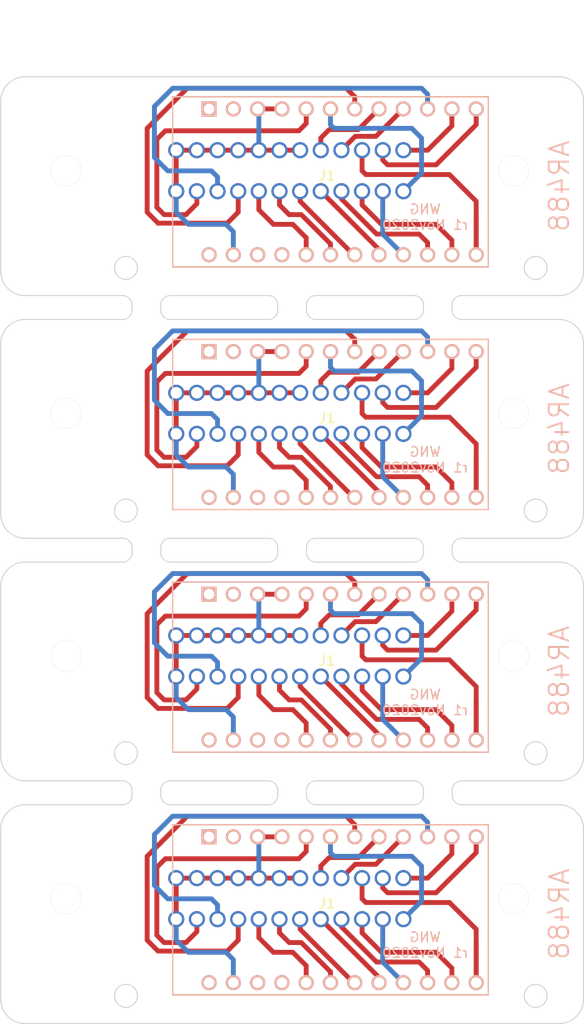
<source format=kicad_pcb>
(kicad_pcb (version 20171130) (host pcbnew 5.1.7-a382d34a8~87~ubuntu20.04.1)
  (layers (0 F.Cu signal) (31 B.Cu signal) (34 B.Paste user) (35 F.Paste user) (36 B.SilkS user) (37 F.SilkS user) (38 B.Mask user) (39 F.Mask user) (44 Edge.Cuts user))
  (net 0 "")
  (net 1 Board_1-/ATN)
  (net 2 Board_1-/DAV)
  (net 3 Board_1-/DIO1)
  (net 4 Board_1-/DIO2)
  (net 5 Board_1-/DIO3)
  (net 6 Board_1-/DIO4)
  (net 7 Board_1-/DIO5)
  (net 8 Board_1-/DIO6)
  (net 9 Board_1-/DIO7)
  (net 10 Board_1-/DIO8)
  (net 11 Board_1-/EOI)
  (net 12 Board_1-/IFC)
  (net 13 Board_1-/NDAC)
  (net 14 Board_1-/NRFD)
  (net 15 Board_1-/REN)
  (net 16 Board_1-/SRQ)
  (net 17 Board_1-GND)
  (net 18 "Board_1-Net-(U1-Pad1)")
  (net 19 "Board_1-Net-(U1-Pad2)")
  (net 20 "Board_1-Net-(U1-Pad21)")
  (net 21 "Board_1-Net-(U1-Pad22)")
  (net 22 "Board_1-Net-(U1-Pad24)")
  (net 23 Board_2-/ATN)
  (net 24 Board_2-/DAV)
  (net 25 Board_2-/DIO1)
  (net 26 Board_2-/DIO2)
  (net 27 Board_2-/DIO3)
  (net 28 Board_2-/DIO4)
  (net 29 Board_2-/DIO5)
  (net 30 Board_2-/DIO6)
  (net 31 Board_2-/DIO7)
  (net 32 Board_2-/DIO8)
  (net 33 Board_2-/EOI)
  (net 34 Board_2-/IFC)
  (net 35 Board_2-/NDAC)
  (net 36 Board_2-/NRFD)
  (net 37 Board_2-/REN)
  (net 38 Board_2-/SRQ)
  (net 39 Board_2-GND)
  (net 40 "Board_2-Net-(U1-Pad1)")
  (net 41 "Board_2-Net-(U1-Pad2)")
  (net 42 "Board_2-Net-(U1-Pad21)")
  (net 43 "Board_2-Net-(U1-Pad22)")
  (net 44 "Board_2-Net-(U1-Pad24)")
  (net 45 Board_3-/ATN)
  (net 46 Board_3-/DAV)
  (net 47 Board_3-/DIO1)
  (net 48 Board_3-/DIO2)
  (net 49 Board_3-/DIO3)
  (net 50 Board_3-/DIO4)
  (net 51 Board_3-/DIO5)
  (net 52 Board_3-/DIO6)
  (net 53 Board_3-/DIO7)
  (net 54 Board_3-/DIO8)
  (net 55 Board_3-/EOI)
  (net 56 Board_3-/IFC)
  (net 57 Board_3-/NDAC)
  (net 58 Board_3-/NRFD)
  (net 59 Board_3-/REN)
  (net 60 Board_3-/SRQ)
  (net 61 Board_3-GND)
  (net 62 "Board_3-Net-(U1-Pad1)")
  (net 63 "Board_3-Net-(U1-Pad2)")
  (net 64 "Board_3-Net-(U1-Pad21)")
  (net 65 "Board_3-Net-(U1-Pad22)")
  (net 66 "Board_3-Net-(U1-Pad24)")
  (net 67 Board_4-/ATN)
  (net 68 Board_4-/DAV)
  (net 69 Board_4-/DIO1)
  (net 70 Board_4-/DIO2)
  (net 71 Board_4-/DIO3)
  (net 72 Board_4-/DIO4)
  (net 73 Board_4-/DIO5)
  (net 74 Board_4-/DIO6)
  (net 75 Board_4-/DIO7)
  (net 76 Board_4-/DIO8)
  (net 77 Board_4-/EOI)
  (net 78 Board_4-/IFC)
  (net 79 Board_4-/NDAC)
  (net 80 Board_4-/NRFD)
  (net 81 Board_4-/REN)
  (net 82 Board_4-/SRQ)
  (net 83 Board_4-GND)
  (net 84 "Board_4-Net-(U1-Pad1)")
  (net 85 "Board_4-Net-(U1-Pad2)")
  (net 86 "Board_4-Net-(U1-Pad21)")
  (net 87 "Board_4-Net-(U1-Pad22)")
  (net 88 "Board_4-Net-(U1-Pad24)")
  (module NPTH (layer F.Cu) (at 106.520006 138.819026)
    (fp_text reference REF** hide)
    (fp_text value NPTH hide)
    (pad "" np_thru_hole circle (at 0 0) (size 0.5 0.5) (drill 0.5) (layers *.Cu *.Mask))
  )
  (module NPTH (layer F.Cu) (at 105.520006 138.819025)
    (fp_text reference REF** hide)
    (fp_text value NPTH hide)
    (pad "" np_thru_hole circle (at 0 0) (size 0.5 0.5) (drill 0.5) (layers *.Cu *.Mask))
  )
  (module NPTH (layer F.Cu) (at 104.520006 138.819025)
    (fp_text reference REF** hide)
    (fp_text value NPTH hide)
    (pad "" np_thru_hole circle (at 0 0) (size 0.5 0.5) (drill 0.5) (layers *.Cu *.Mask))
  )
  (module NPTH (layer F.Cu) (at 103.520006 138.819024)
    (fp_text reference REF** hide)
    (fp_text value NPTH hide)
    (pad "" np_thru_hole circle (at 0 0) (size 0.5 0.5) (drill 0.5) (layers *.Cu *.Mask))
  )
  (module NPTH (layer F.Cu) (at 91.280004 138.819017)
    (fp_text reference REF** hide)
    (fp_text value NPTH hide)
    (pad "" np_thru_hole circle (at 0 0) (size 0.5 0.5) (drill 0.5) (layers *.Cu *.Mask))
  )
  (module NPTH (layer F.Cu) (at 90.280004 138.819016)
    (fp_text reference REF** hide)
    (fp_text value NPTH hide)
    (pad "" np_thru_hole circle (at 0 0) (size 0.5 0.5) (drill 0.5) (layers *.Cu *.Mask))
  )
  (module NPTH (layer F.Cu) (at 89.280004 138.819016)
    (fp_text reference REF** hide)
    (fp_text value NPTH hide)
    (pad "" np_thru_hole circle (at 0 0) (size 0.5 0.5) (drill 0.5) (layers *.Cu *.Mask))
  )
  (module NPTH (layer F.Cu) (at 88.280004 138.819015)
    (fp_text reference REF** hide)
    (fp_text value NPTH hide)
    (pad "" np_thru_hole circle (at 0 0) (size 0.5 0.5) (drill 0.5) (layers *.Cu *.Mask))
  )
  (module NPTH (layer F.Cu) (at 76.040001 138.819008)
    (fp_text reference REF** hide)
    (fp_text value NPTH hide)
    (pad "" np_thru_hole circle (at 0 0) (size 0.5 0.5) (drill 0.5) (layers *.Cu *.Mask))
  )
  (module NPTH (layer F.Cu) (at 75.040001 138.819007)
    (fp_text reference REF** hide)
    (fp_text value NPTH hide)
    (pad "" np_thru_hole circle (at 0 0) (size 0.5 0.5) (drill 0.5) (layers *.Cu *.Mask))
  )
  (module NPTH (layer F.Cu) (at 74.040001 138.819007)
    (fp_text reference REF** hide)
    (fp_text value NPTH hide)
    (pad "" np_thru_hole circle (at 0 0) (size 0.5 0.5) (drill 0.5) (layers *.Cu *.Mask))
  )
  (module NPTH (layer F.Cu) (at 73.040001 138.819006)
    (fp_text reference REF** hide)
    (fp_text value NPTH hide)
    (pad "" np_thru_hole circle (at 0 0) (size 0.5 0.5) (drill 0.5) (layers *.Cu *.Mask))
  )
  (module NPTH (layer F.Cu) (at 103.520006 136.321005)
    (fp_text reference REF** hide)
    (fp_text value NPTH hide)
    (pad "" np_thru_hole circle (at 0 0) (size 0.5 0.5) (drill 0.5) (layers *.Cu *.Mask))
  )
  (module NPTH (layer F.Cu) (at 104.520006 136.321005)
    (fp_text reference REF** hide)
    (fp_text value NPTH hide)
    (pad "" np_thru_hole circle (at 0 0) (size 0.5 0.5) (drill 0.5) (layers *.Cu *.Mask))
  )
  (module NPTH (layer F.Cu) (at 105.520006 136.321004)
    (fp_text reference REF** hide)
    (fp_text value NPTH hide)
    (pad "" np_thru_hole circle (at 0 0) (size 0.5 0.5) (drill 0.5) (layers *.Cu *.Mask))
  )
  (module NPTH (layer F.Cu) (at 106.520006 136.321004)
    (fp_text reference REF** hide)
    (fp_text value NPTH hide)
    (pad "" np_thru_hole circle (at 0 0) (size 0.5 0.5) (drill 0.5) (layers *.Cu *.Mask))
  )
  (module NPTH (layer F.Cu) (at 88.280004 136.321011)
    (fp_text reference REF** hide)
    (fp_text value NPTH hide)
    (pad "" np_thru_hole circle (at 0 0) (size 0.5 0.5) (drill 0.5) (layers *.Cu *.Mask))
  )
  (module NPTH (layer F.Cu) (at 89.280004 136.321011)
    (fp_text reference REF** hide)
    (fp_text value NPTH hide)
    (pad "" np_thru_hole circle (at 0 0) (size 0.5 0.5) (drill 0.5) (layers *.Cu *.Mask))
  )
  (module NPTH (layer F.Cu) (at 90.280004 136.32101)
    (fp_text reference REF** hide)
    (fp_text value NPTH hide)
    (pad "" np_thru_hole circle (at 0 0) (size 0.5 0.5) (drill 0.5) (layers *.Cu *.Mask))
  )
  (module NPTH (layer F.Cu) (at 91.280004 136.32101)
    (fp_text reference REF** hide)
    (fp_text value NPTH hide)
    (pad "" np_thru_hole circle (at 0 0) (size 0.5 0.5) (drill 0.5) (layers *.Cu *.Mask))
  )
  (module NPTH (layer F.Cu) (at 73.040001 136.321017)
    (fp_text reference REF** hide)
    (fp_text value NPTH hide)
    (pad "" np_thru_hole circle (at 0 0) (size 0.5 0.5) (drill 0.5) (layers *.Cu *.Mask))
  )
  (module NPTH (layer F.Cu) (at 74.040001 136.321017)
    (fp_text reference REF** hide)
    (fp_text value NPTH hide)
    (pad "" np_thru_hole circle (at 0 0) (size 0.5 0.5) (drill 0.5) (layers *.Cu *.Mask))
  )
  (module NPTH (layer F.Cu) (at 75.040001 136.321016)
    (fp_text reference REF** hide)
    (fp_text value NPTH hide)
    (pad "" np_thru_hole circle (at 0 0) (size 0.5 0.5) (drill 0.5) (layers *.Cu *.Mask))
  )
  (module NPTH (layer F.Cu) (at 76.040001 136.321016)
    (fp_text reference REF** hide)
    (fp_text value NPTH hide)
    (pad "" np_thru_hole circle (at 0 0) (size 0.5 0.5) (drill 0.5) (layers *.Cu *.Mask))
  )
  (module NPTH (layer F.Cu) (at 106.520006 113.459017)
    (fp_text reference REF** hide)
    (fp_text value NPTH hide)
    (pad "" np_thru_hole circle (at 0 0) (size 0.5 0.5) (drill 0.5) (layers *.Cu *.Mask))
  )
  (module NPTH (layer F.Cu) (at 105.520006 113.459017)
    (fp_text reference REF** hide)
    (fp_text value NPTH hide)
    (pad "" np_thru_hole circle (at 0 0) (size 0.5 0.5) (drill 0.5) (layers *.Cu *.Mask))
  )
  (module NPTH (layer F.Cu) (at 104.520006 113.459016)
    (fp_text reference REF** hide)
    (fp_text value NPTH hide)
    (pad "" np_thru_hole circle (at 0 0) (size 0.5 0.5) (drill 0.5) (layers *.Cu *.Mask))
  )
  (module NPTH (layer F.Cu) (at 103.520006 113.459016)
    (fp_text reference REF** hide)
    (fp_text value NPTH hide)
    (pad "" np_thru_hole circle (at 0 0) (size 0.5 0.5) (drill 0.5) (layers *.Cu *.Mask))
  )
  (module NPTH (layer F.Cu) (at 91.280004 113.459011)
    (fp_text reference REF** hide)
    (fp_text value NPTH hide)
    (pad "" np_thru_hole circle (at 0 0) (size 0.5 0.5) (drill 0.5) (layers *.Cu *.Mask))
  )
  (module NPTH (layer F.Cu) (at 90.280004 113.459011)
    (fp_text reference REF** hide)
    (fp_text value NPTH hide)
    (pad "" np_thru_hole circle (at 0 0) (size 0.5 0.5) (drill 0.5) (layers *.Cu *.Mask))
  )
  (module NPTH (layer F.Cu) (at 89.280004 113.45901)
    (fp_text reference REF** hide)
    (fp_text value NPTH hide)
    (pad "" np_thru_hole circle (at 0 0) (size 0.5 0.5) (drill 0.5) (layers *.Cu *.Mask))
  )
  (module NPTH (layer F.Cu) (at 88.280004 113.45901)
    (fp_text reference REF** hide)
    (fp_text value NPTH hide)
    (pad "" np_thru_hole circle (at 0 0) (size 0.5 0.5) (drill 0.5) (layers *.Cu *.Mask))
  )
  (module NPTH (layer F.Cu) (at 76.040001 113.459005)
    (fp_text reference REF** hide)
    (fp_text value NPTH hide)
    (pad "" np_thru_hole circle (at 0 0) (size 0.5 0.5) (drill 0.5) (layers *.Cu *.Mask))
  )
  (module NPTH (layer F.Cu) (at 75.040001 113.459005)
    (fp_text reference REF** hide)
    (fp_text value NPTH hide)
    (pad "" np_thru_hole circle (at 0 0) (size 0.5 0.5) (drill 0.5) (layers *.Cu *.Mask))
  )
  (module NPTH (layer F.Cu) (at 74.040001 113.459004)
    (fp_text reference REF** hide)
    (fp_text value NPTH hide)
    (pad "" np_thru_hole circle (at 0 0) (size 0.5 0.5) (drill 0.5) (layers *.Cu *.Mask))
  )
  (module NPTH (layer F.Cu) (at 73.040001 113.459004)
    (fp_text reference REF** hide)
    (fp_text value NPTH hide)
    (pad "" np_thru_hole circle (at 0 0) (size 0.5 0.5) (drill 0.5) (layers *.Cu *.Mask))
  )
  (module NPTH (layer F.Cu) (at 103.520006 110.961002)
    (fp_text reference REF** hide)
    (fp_text value NPTH hide)
    (pad "" np_thru_hole circle (at 0 0) (size 0.5 0.5) (drill 0.5) (layers *.Cu *.Mask))
  )
  (module NPTH (layer F.Cu) (at 104.520006 110.961002)
    (fp_text reference REF** hide)
    (fp_text value NPTH hide)
    (pad "" np_thru_hole circle (at 0 0) (size 0.5 0.5) (drill 0.5) (layers *.Cu *.Mask))
  )
  (module NPTH (layer F.Cu) (at 105.520006 110.961002)
    (fp_text reference REF** hide)
    (fp_text value NPTH hide)
    (pad "" np_thru_hole circle (at 0 0) (size 0.5 0.5) (drill 0.5) (layers *.Cu *.Mask))
  )
  (module NPTH (layer F.Cu) (at 106.520006 110.961002)
    (fp_text reference REF** hide)
    (fp_text value NPTH hide)
    (pad "" np_thru_hole circle (at 0 0) (size 0.5 0.5) (drill 0.5) (layers *.Cu *.Mask))
  )
  (module NPTH (layer F.Cu) (at 88.280004 110.961005)
    (fp_text reference REF** hide)
    (fp_text value NPTH hide)
    (pad "" np_thru_hole circle (at 0 0) (size 0.5 0.5) (drill 0.5) (layers *.Cu *.Mask))
  )
  (module NPTH (layer F.Cu) (at 89.280004 110.961005)
    (fp_text reference REF** hide)
    (fp_text value NPTH hide)
    (pad "" np_thru_hole circle (at 0 0) (size 0.5 0.5) (drill 0.5) (layers *.Cu *.Mask))
  )
  (module NPTH (layer F.Cu) (at 90.280004 110.961005)
    (fp_text reference REF** hide)
    (fp_text value NPTH hide)
    (pad "" np_thru_hole circle (at 0 0) (size 0.5 0.5) (drill 0.5) (layers *.Cu *.Mask))
  )
  (module NPTH (layer F.Cu) (at 91.280004 110.961005)
    (fp_text reference REF** hide)
    (fp_text value NPTH hide)
    (pad "" np_thru_hole circle (at 0 0) (size 0.5 0.5) (drill 0.5) (layers *.Cu *.Mask))
  )
  (module NPTH (layer F.Cu) (at 73.040001 110.961008)
    (fp_text reference REF** hide)
    (fp_text value NPTH hide)
    (pad "" np_thru_hole circle (at 0 0) (size 0.5 0.5) (drill 0.5) (layers *.Cu *.Mask))
  )
  (module NPTH (layer F.Cu) (at 74.040001 110.961008)
    (fp_text reference REF** hide)
    (fp_text value NPTH hide)
    (pad "" np_thru_hole circle (at 0 0) (size 0.5 0.5) (drill 0.5) (layers *.Cu *.Mask))
  )
  (module NPTH (layer F.Cu) (at 75.040001 110.961008)
    (fp_text reference REF** hide)
    (fp_text value NPTH hide)
    (pad "" np_thru_hole circle (at 0 0) (size 0.5 0.5) (drill 0.5) (layers *.Cu *.Mask))
  )
  (module NPTH (layer F.Cu) (at 76.040001 110.961008)
    (fp_text reference REF** hide)
    (fp_text value NPTH hide)
    (pad "" np_thru_hole circle (at 0 0) (size 0.5 0.5) (drill 0.5) (layers *.Cu *.Mask))
  )
  (module NPTH (layer F.Cu) (at 106.520006 88.099008)
    (fp_text reference REF** hide)
    (fp_text value NPTH hide)
    (pad "" np_thru_hole circle (at 0 0) (size 0.5 0.5) (drill 0.5) (layers *.Cu *.Mask))
  )
  (module NPTH (layer F.Cu) (at 105.520006 88.099008)
    (fp_text reference REF** hide)
    (fp_text value NPTH hide)
    (pad "" np_thru_hole circle (at 0 0) (size 0.5 0.5) (drill 0.5) (layers *.Cu *.Mask))
  )
  (module NPTH (layer F.Cu) (at 104.520006 88.099008)
    (fp_text reference REF** hide)
    (fp_text value NPTH hide)
    (pad "" np_thru_hole circle (at 0 0) (size 0.5 0.5) (drill 0.5) (layers *.Cu *.Mask))
  )
  (module NPTH (layer F.Cu) (at 103.520006 88.099008)
    (fp_text reference REF** hide)
    (fp_text value NPTH hide)
    (pad "" np_thru_hole circle (at 0 0) (size 0.5 0.5) (drill 0.5) (layers *.Cu *.Mask))
  )
  (module NPTH (layer F.Cu) (at 91.280004 88.099005)
    (fp_text reference REF** hide)
    (fp_text value NPTH hide)
    (pad "" np_thru_hole circle (at 0 0) (size 0.5 0.5) (drill 0.5) (layers *.Cu *.Mask))
  )
  (module NPTH (layer F.Cu) (at 90.280004 88.099005)
    (fp_text reference REF** hide)
    (fp_text value NPTH hide)
    (pad "" np_thru_hole circle (at 0 0) (size 0.5 0.5) (drill 0.5) (layers *.Cu *.Mask))
  )
  (module NPTH (layer F.Cu) (at 89.280004 88.099005)
    (fp_text reference REF** hide)
    (fp_text value NPTH hide)
    (pad "" np_thru_hole circle (at 0 0) (size 0.5 0.5) (drill 0.5) (layers *.Cu *.Mask))
  )
  (module NPTH (layer F.Cu) (at 88.280004 88.099005)
    (fp_text reference REF** hide)
    (fp_text value NPTH hide)
    (pad "" np_thru_hole circle (at 0 0) (size 0.5 0.5) (drill 0.5) (layers *.Cu *.Mask))
  )
  (module NPTH (layer F.Cu) (at 76.040001 88.099002)
    (fp_text reference REF** hide)
    (fp_text value NPTH hide)
    (pad "" np_thru_hole circle (at 0 0) (size 0.5 0.5) (drill 0.5) (layers *.Cu *.Mask))
  )
  (module NPTH (layer F.Cu) (at 75.040001 88.099002)
    (fp_text reference REF** hide)
    (fp_text value NPTH hide)
    (pad "" np_thru_hole circle (at 0 0) (size 0.5 0.5) (drill 0.5) (layers *.Cu *.Mask))
  )
  (module NPTH (layer F.Cu) (at 74.040001 88.099002)
    (fp_text reference REF** hide)
    (fp_text value NPTH hide)
    (pad "" np_thru_hole circle (at 0 0) (size 0.5 0.5) (drill 0.5) (layers *.Cu *.Mask))
  )
  (module NPTH (layer F.Cu) (at 73.040001 88.099002)
    (fp_text reference REF** hide)
    (fp_text value NPTH hide)
    (pad "" np_thru_hole circle (at 0 0) (size 0.5 0.5) (drill 0.5) (layers *.Cu *.Mask))
  )
  (module NPTH (layer F.Cu) (at 103.520006 85.601)
    (fp_text reference REF** hide)
    (fp_text value NPTH hide)
    (pad "" np_thru_hole circle (at 0 0) (size 0.5 0.5) (drill 0.5) (layers *.Cu *.Mask))
  )
  (module NPTH (layer F.Cu) (at 104.520006 85.601)
    (fp_text reference REF** hide)
    (fp_text value NPTH hide)
    (pad "" np_thru_hole circle (at 0 0) (size 0.5 0.5) (drill 0.5) (layers *.Cu *.Mask))
  )
  (module NPTH (layer F.Cu) (at 105.520006 85.601)
    (fp_text reference REF** hide)
    (fp_text value NPTH hide)
    (pad "" np_thru_hole circle (at 0 0) (size 0.5 0.5) (drill 0.5) (layers *.Cu *.Mask))
  )
  (module NPTH (layer F.Cu) (at 106.520006 85.601)
    (fp_text reference REF** hide)
    (fp_text value NPTH hide)
    (pad "" np_thru_hole circle (at 0 0) (size 0.5 0.5) (drill 0.5) (layers *.Cu *.Mask))
  )
  (module NPTH (layer F.Cu) (at 88.280004 85.601)
    (fp_text reference REF** hide)
    (fp_text value NPTH hide)
    (pad "" np_thru_hole circle (at 0 0) (size 0.5 0.5) (drill 0.5) (layers *.Cu *.Mask))
  )
  (module NPTH (layer F.Cu) (at 89.280004 85.601)
    (fp_text reference REF** hide)
    (fp_text value NPTH hide)
    (pad "" np_thru_hole circle (at 0 0) (size 0.5 0.5) (drill 0.5) (layers *.Cu *.Mask))
  )
  (module NPTH (layer F.Cu) (at 90.280004 85.601)
    (fp_text reference REF** hide)
    (fp_text value NPTH hide)
    (pad "" np_thru_hole circle (at 0 0) (size 0.5 0.5) (drill 0.5) (layers *.Cu *.Mask))
  )
  (module NPTH (layer F.Cu) (at 91.280004 85.601)
    (fp_text reference REF** hide)
    (fp_text value NPTH hide)
    (pad "" np_thru_hole circle (at 0 0) (size 0.5 0.5) (drill 0.5) (layers *.Cu *.Mask))
  )
  (module NPTH (layer F.Cu) (at 73.040001 85.601)
    (fp_text reference REF** hide)
    (fp_text value NPTH hide)
    (pad "" np_thru_hole circle (at 0 0) (size 0.5 0.5) (drill 0.5) (layers *.Cu *.Mask))
  )
  (module NPTH (layer F.Cu) (at 74.040001 85.601)
    (fp_text reference REF** hide)
    (fp_text value NPTH hide)
    (pad "" np_thru_hole circle (at 0 0) (size 0.5 0.5) (drill 0.5) (layers *.Cu *.Mask))
  )
  (module NPTH (layer F.Cu) (at 75.040001 85.601)
    (fp_text reference REF** hide)
    (fp_text value NPTH hide)
    (pad "" np_thru_hole circle (at 0 0) (size 0.5 0.5) (drill 0.5) (layers *.Cu *.Mask))
  )
  (module NPTH (layer F.Cu) (at 76.040001 85.601)
    (fp_text reference REF** hide)
    (fp_text value NPTH hide)
    (pad "" np_thru_hole circle (at 0 0) (size 0.5 0.5) (drill 0.5) (layers *.Cu *.Mask))
  )
  (module wng-connectors:centronics_24P_male_GPIB (layer F.Cu) (at 89.54 148.630033)
    (fp_text reference J1 (at 3.9 0.5) (layer F.SilkS))
    (fp_text value GPIB_Connector)
    (pad 1 thru_hole circle (at 11.88 2.145) (size 1.7 1.7) (drill 1.2) (layers *.Cu *.Mask) (net 69 Board_4-/DIO1))
    (pad 25 thru_hole circle (at 23.4 0) (size 3.2 3.2) (drill 3.2) (layers *.Cu *.Mask))
    (pad 26 thru_hole circle (at -23.4 0) (size 3.2 3.2) (drill 3.2) (layers *.Cu *.Mask))
    (pad 2 thru_hole circle (at 9.72 2.145) (size 1.7 1.7) (drill 1.2) (layers *.Cu *.Mask) (net 70 Board_4-/DIO2))
    (pad 3 thru_hole circle (at 7.56 2.145) (size 1.7 1.7) (drill 1.2) (layers *.Cu *.Mask) (net 71 Board_4-/DIO3))
    (pad 4 thru_hole circle (at 5.4 2.145) (size 1.7 1.7) (drill 1.2) (layers *.Cu *.Mask) (net 72 Board_4-/DIO4))
    (pad 5 thru_hole circle (at 3.24 2.145) (size 1.7 1.7) (drill 1.2) (layers *.Cu *.Mask) (net 77 Board_4-/EOI))
    (pad 6 thru_hole circle (at 1.08 2.145) (size 1.7 1.7) (drill 1.2) (layers *.Cu *.Mask) (net 68 Board_4-/DAV))
    (pad 7 thru_hole circle (at -1.08 2.145) (size 1.7 1.7) (drill 1.2) (layers *.Cu *.Mask) (net 80 Board_4-/NRFD))
    (pad 8 thru_hole circle (at -3.24 2.145) (size 1.7 1.7) (drill 1.2) (layers *.Cu *.Mask) (net 79 Board_4-/NDAC))
    (pad 9 thru_hole circle (at -5.4 2.145) (size 1.7 1.7) (drill 1.2) (layers *.Cu *.Mask) (net 78 Board_4-/IFC))
    (pad 10 thru_hole circle (at -7.56 2.145) (size 1.7 1.7) (drill 1.2) (layers *.Cu *.Mask) (net 82 Board_4-/SRQ))
    (pad 11 thru_hole circle (at -9.72 2.145) (size 1.7 1.7) (drill 1.2) (layers *.Cu *.Mask) (net 67 Board_4-/ATN))
    (pad 12 thru_hole circle (at -11.88 2.145) (size 1.7 1.7) (drill 1.2) (layers *.Cu *.Mask) (net 83 Board_4-GND))
    (pad 13 thru_hole circle (at 11.88 -2.145) (size 1.7 1.7) (drill 1.2) (layers *.Cu *.Mask) (net 73 Board_4-/DIO5))
    (pad 14 thru_hole circle (at 9.72 -2.145) (size 1.7 1.7) (drill 1.2) (layers *.Cu *.Mask) (net 74 Board_4-/DIO6))
    (pad 15 thru_hole circle (at 7.56 -2.145) (size 1.7 1.7) (drill 1.2) (layers *.Cu *.Mask) (net 75 Board_4-/DIO7))
    (pad 16 thru_hole circle (at 5.4 -2.145) (size 1.7 1.7) (drill 1.2) (layers *.Cu *.Mask) (net 76 Board_4-/DIO8))
    (pad 17 thru_hole circle (at 3.24 -2.145) (size 1.7 1.7) (drill 1.2) (layers *.Cu *.Mask) (net 81 Board_4-/REN))
    (pad 18 thru_hole circle (at 1.08 -2.145) (size 1.7 1.7) (drill 1.2) (layers *.Cu *.Mask) (net 83 Board_4-GND))
    (pad 19 thru_hole circle (at -1.08 -2.145) (size 1.7 1.7) (drill 1.2) (layers *.Cu *.Mask) (net 83 Board_4-GND))
    (pad 20 thru_hole circle (at -3.24 -2.145) (size 1.7 1.7) (drill 1.2) (layers *.Cu *.Mask) (net 83 Board_4-GND))
    (pad 21 thru_hole circle (at -5.4 -2.145) (size 1.7 1.7) (drill 1.2) (layers *.Cu *.Mask) (net 83 Board_4-GND))
    (pad 22 thru_hole circle (at -7.56 -2.145) (size 1.7 1.7) (drill 1.2) (layers *.Cu *.Mask) (net 83 Board_4-GND))
    (pad 23 thru_hole circle (at -9.72 -2.145) (size 1.7 1.7) (drill 1.2) (layers *.Cu *.Mask) (net 83 Board_4-GND))
    (pad 24 thru_hole circle (at -11.88 -2.145) (size 1.7 1.7) (drill 1.2) (layers *.Cu *.Mask) (net 83 Board_4-GND))
  )
  (module wng-microprocessors:ArduinoProMicro (layer B.Cu) (at 95.0632 149.792833)
    (fp_text reference U1 hide)
    (fp_text value ArduioProMicro)
    (pad 1 thru_hole rect (at -13.97 -7.62) (size 1.6 1.6) (drill 1.1) (layers *.Cu *.Mask B.SilkS) (net 84 "Board_4-Net-(U1-Pad1)"))
    (pad 2 thru_hole circle (at -11.43 -7.62) (size 1.6 1.6) (drill 1.1) (layers *.Cu *.Mask B.SilkS) (net 85 "Board_4-Net-(U1-Pad2)"))
    (pad 3 thru_hole circle (at -8.89 -7.62) (size 1.6 1.6) (drill 1.1) (layers *.Cu *.Mask B.SilkS) (net 83 Board_4-GND))
    (pad 4 thru_hole circle (at -6.35 -7.62) (size 1.6 1.6) (drill 1.1) (layers *.Cu *.Mask B.SilkS) (net 83 Board_4-GND))
    (pad 5 thru_hole circle (at -3.81 -7.62) (size 1.6 1.6) (drill 1.1) (layers *.Cu *.Mask B.SilkS) (net 67 Board_4-/ATN))
    (pad 6 thru_hole circle (at -1.27 -7.62) (size 1.6 1.6) (drill 1.1) (layers *.Cu *.Mask B.SilkS) (net 69 Board_4-/DIO1))
    (pad 7 thru_hole circle (at 1.27 -7.62) (size 1.6 1.6) (drill 1.1) (layers *.Cu *.Mask B.SilkS) (net 78 Board_4-/IFC))
    (pad 8 thru_hole circle (at 3.81 -7.62) (size 1.6 1.6) (drill 1.1) (layers *.Cu *.Mask B.SilkS) (net 81 Board_4-/REN))
    (pad 9 thru_hole circle (at 6.35 -7.62) (size 1.6 1.6) (drill 1.1) (layers *.Cu *.Mask B.SilkS) (net 76 Board_4-/DIO8))
    (pad 10 thru_hole circle (at 8.89 -7.62) (size 1.6 1.6) (drill 1.1) (layers *.Cu *.Mask B.SilkS) (net 82 Board_4-/SRQ))
    (pad 11 thru_hole circle (at 11.43 -7.62) (size 1.6 1.6) (drill 1.1) (layers *.Cu *.Mask B.SilkS) (net 73 Board_4-/DIO5))
    (pad 12 thru_hole circle (at 13.97 -7.62) (size 1.6 1.6) (drill 1.1) (layers *.Cu *.Mask B.SilkS) (net 74 Board_4-/DIO6))
    (pad 13 thru_hole circle (at 13.97 7.62) (size 1.6 1.6) (drill 1.1) (layers *.Cu *.Mask B.SilkS) (net 75 Board_4-/DIO7))
    (pad 14 thru_hole circle (at 11.43 7.62) (size 1.6 1.6) (drill 1.1) (layers *.Cu *.Mask B.SilkS) (net 71 Board_4-/DIO3))
    (pad 15 thru_hole circle (at 8.89 7.62) (size 1.6 1.6) (drill 1.1) (layers *.Cu *.Mask B.SilkS) (net 72 Board_4-/DIO4))
    (pad 16 thru_hole circle (at 6.35 7.62) (size 1.6 1.6) (drill 1.1) (layers *.Cu *.Mask B.SilkS) (net 70 Board_4-/DIO2))
    (pad 17 thru_hole circle (at 3.81 7.62) (size 1.6 1.6) (drill 1.1) (layers *.Cu *.Mask B.SilkS) (net 77 Board_4-/EOI))
    (pad 18 thru_hole circle (at 1.27 7.62) (size 1.6 1.6) (drill 1.1) (layers *.Cu *.Mask B.SilkS) (net 68 Board_4-/DAV))
    (pad 19 thru_hole circle (at -1.27 7.62) (size 1.6 1.6) (drill 1.1) (layers *.Cu *.Mask B.SilkS) (net 80 Board_4-/NRFD))
    (pad 20 thru_hole circle (at -3.81 7.62) (size 1.6 1.6) (drill 1.1) (layers *.Cu *.Mask B.SilkS) (net 79 Board_4-/NDAC))
    (pad 21 thru_hole circle (at -6.35 7.62) (size 1.6 1.6) (drill 1.1) (layers *.Cu *.Mask B.SilkS) (net 86 "Board_4-Net-(U1-Pad21)"))
    (pad 22 thru_hole circle (at -8.89 7.62) (size 1.6 1.6) (drill 1.1) (layers *.Cu *.Mask B.SilkS) (net 87 "Board_4-Net-(U1-Pad22)"))
    (pad 23 thru_hole circle (at -11.43 7.62) (size 1.6 1.6) (drill 1.1) (layers *.Cu *.Mask B.SilkS) (net 83 Board_4-GND))
    (pad 24 thru_hole circle (at -13.97 7.62) (size 1.6 1.6) (drill 1.1) (layers *.Cu *.Mask B.SilkS) (net 88 "Board_4-Net-(U1-Pad24)"))
  )
  (module wng-connectors:centronics_24P_male_GPIB (layer F.Cu) (at 89.54 123.270022)
    (fp_text reference J1 (at 3.9 0.5) (layer F.SilkS))
    (fp_text value GPIB_Connector)
    (pad 1 thru_hole circle (at 11.88 2.145) (size 1.7 1.7) (drill 1.2) (layers *.Cu *.Mask) (net 47 Board_3-/DIO1))
    (pad 25 thru_hole circle (at 23.4 0) (size 3.2 3.2) (drill 3.2) (layers *.Cu *.Mask))
    (pad 26 thru_hole circle (at -23.4 0) (size 3.2 3.2) (drill 3.2) (layers *.Cu *.Mask))
    (pad 2 thru_hole circle (at 9.72 2.145) (size 1.7 1.7) (drill 1.2) (layers *.Cu *.Mask) (net 48 Board_3-/DIO2))
    (pad 3 thru_hole circle (at 7.56 2.145) (size 1.7 1.7) (drill 1.2) (layers *.Cu *.Mask) (net 49 Board_3-/DIO3))
    (pad 4 thru_hole circle (at 5.4 2.145) (size 1.7 1.7) (drill 1.2) (layers *.Cu *.Mask) (net 50 Board_3-/DIO4))
    (pad 5 thru_hole circle (at 3.24 2.145) (size 1.7 1.7) (drill 1.2) (layers *.Cu *.Mask) (net 55 Board_3-/EOI))
    (pad 6 thru_hole circle (at 1.08 2.145) (size 1.7 1.7) (drill 1.2) (layers *.Cu *.Mask) (net 46 Board_3-/DAV))
    (pad 7 thru_hole circle (at -1.08 2.145) (size 1.7 1.7) (drill 1.2) (layers *.Cu *.Mask) (net 58 Board_3-/NRFD))
    (pad 8 thru_hole circle (at -3.24 2.145) (size 1.7 1.7) (drill 1.2) (layers *.Cu *.Mask) (net 57 Board_3-/NDAC))
    (pad 9 thru_hole circle (at -5.4 2.145) (size 1.7 1.7) (drill 1.2) (layers *.Cu *.Mask) (net 56 Board_3-/IFC))
    (pad 10 thru_hole circle (at -7.56 2.145) (size 1.7 1.7) (drill 1.2) (layers *.Cu *.Mask) (net 60 Board_3-/SRQ))
    (pad 11 thru_hole circle (at -9.72 2.145) (size 1.7 1.7) (drill 1.2) (layers *.Cu *.Mask) (net 45 Board_3-/ATN))
    (pad 12 thru_hole circle (at -11.88 2.145) (size 1.7 1.7) (drill 1.2) (layers *.Cu *.Mask) (net 61 Board_3-GND))
    (pad 13 thru_hole circle (at 11.88 -2.145) (size 1.7 1.7) (drill 1.2) (layers *.Cu *.Mask) (net 51 Board_3-/DIO5))
    (pad 14 thru_hole circle (at 9.72 -2.145) (size 1.7 1.7) (drill 1.2) (layers *.Cu *.Mask) (net 52 Board_3-/DIO6))
    (pad 15 thru_hole circle (at 7.56 -2.145) (size 1.7 1.7) (drill 1.2) (layers *.Cu *.Mask) (net 53 Board_3-/DIO7))
    (pad 16 thru_hole circle (at 5.4 -2.145) (size 1.7 1.7) (drill 1.2) (layers *.Cu *.Mask) (net 54 Board_3-/DIO8))
    (pad 17 thru_hole circle (at 3.24 -2.145) (size 1.7 1.7) (drill 1.2) (layers *.Cu *.Mask) (net 59 Board_3-/REN))
    (pad 18 thru_hole circle (at 1.08 -2.145) (size 1.7 1.7) (drill 1.2) (layers *.Cu *.Mask) (net 61 Board_3-GND))
    (pad 19 thru_hole circle (at -1.08 -2.145) (size 1.7 1.7) (drill 1.2) (layers *.Cu *.Mask) (net 61 Board_3-GND))
    (pad 20 thru_hole circle (at -3.24 -2.145) (size 1.7 1.7) (drill 1.2) (layers *.Cu *.Mask) (net 61 Board_3-GND))
    (pad 21 thru_hole circle (at -5.4 -2.145) (size 1.7 1.7) (drill 1.2) (layers *.Cu *.Mask) (net 61 Board_3-GND))
    (pad 22 thru_hole circle (at -7.56 -2.145) (size 1.7 1.7) (drill 1.2) (layers *.Cu *.Mask) (net 61 Board_3-GND))
    (pad 23 thru_hole circle (at -9.72 -2.145) (size 1.7 1.7) (drill 1.2) (layers *.Cu *.Mask) (net 61 Board_3-GND))
    (pad 24 thru_hole circle (at -11.88 -2.145) (size 1.7 1.7) (drill 1.2) (layers *.Cu *.Mask) (net 61 Board_3-GND))
  )
  (module wng-microprocessors:ArduinoProMicro (layer B.Cu) (at 95.0632 124.432822)
    (fp_text reference U1 hide)
    (fp_text value ArduioProMicro)
    (pad 1 thru_hole rect (at -13.97 -7.62) (size 1.6 1.6) (drill 1.1) (layers *.Cu *.Mask B.SilkS) (net 62 "Board_3-Net-(U1-Pad1)"))
    (pad 2 thru_hole circle (at -11.43 -7.62) (size 1.6 1.6) (drill 1.1) (layers *.Cu *.Mask B.SilkS) (net 63 "Board_3-Net-(U1-Pad2)"))
    (pad 3 thru_hole circle (at -8.89 -7.62) (size 1.6 1.6) (drill 1.1) (layers *.Cu *.Mask B.SilkS) (net 61 Board_3-GND))
    (pad 4 thru_hole circle (at -6.35 -7.62) (size 1.6 1.6) (drill 1.1) (layers *.Cu *.Mask B.SilkS) (net 61 Board_3-GND))
    (pad 5 thru_hole circle (at -3.81 -7.62) (size 1.6 1.6) (drill 1.1) (layers *.Cu *.Mask B.SilkS) (net 45 Board_3-/ATN))
    (pad 6 thru_hole circle (at -1.27 -7.62) (size 1.6 1.6) (drill 1.1) (layers *.Cu *.Mask B.SilkS) (net 47 Board_3-/DIO1))
    (pad 7 thru_hole circle (at 1.27 -7.62) (size 1.6 1.6) (drill 1.1) (layers *.Cu *.Mask B.SilkS) (net 56 Board_3-/IFC))
    (pad 8 thru_hole circle (at 3.81 -7.62) (size 1.6 1.6) (drill 1.1) (layers *.Cu *.Mask B.SilkS) (net 59 Board_3-/REN))
    (pad 9 thru_hole circle (at 6.35 -7.62) (size 1.6 1.6) (drill 1.1) (layers *.Cu *.Mask B.SilkS) (net 54 Board_3-/DIO8))
    (pad 10 thru_hole circle (at 8.89 -7.62) (size 1.6 1.6) (drill 1.1) (layers *.Cu *.Mask B.SilkS) (net 60 Board_3-/SRQ))
    (pad 11 thru_hole circle (at 11.43 -7.62) (size 1.6 1.6) (drill 1.1) (layers *.Cu *.Mask B.SilkS) (net 51 Board_3-/DIO5))
    (pad 12 thru_hole circle (at 13.97 -7.62) (size 1.6 1.6) (drill 1.1) (layers *.Cu *.Mask B.SilkS) (net 52 Board_3-/DIO6))
    (pad 13 thru_hole circle (at 13.97 7.62) (size 1.6 1.6) (drill 1.1) (layers *.Cu *.Mask B.SilkS) (net 53 Board_3-/DIO7))
    (pad 14 thru_hole circle (at 11.43 7.62) (size 1.6 1.6) (drill 1.1) (layers *.Cu *.Mask B.SilkS) (net 49 Board_3-/DIO3))
    (pad 15 thru_hole circle (at 8.89 7.62) (size 1.6 1.6) (drill 1.1) (layers *.Cu *.Mask B.SilkS) (net 50 Board_3-/DIO4))
    (pad 16 thru_hole circle (at 6.35 7.62) (size 1.6 1.6) (drill 1.1) (layers *.Cu *.Mask B.SilkS) (net 48 Board_3-/DIO2))
    (pad 17 thru_hole circle (at 3.81 7.62) (size 1.6 1.6) (drill 1.1) (layers *.Cu *.Mask B.SilkS) (net 55 Board_3-/EOI))
    (pad 18 thru_hole circle (at 1.27 7.62) (size 1.6 1.6) (drill 1.1) (layers *.Cu *.Mask B.SilkS) (net 46 Board_3-/DAV))
    (pad 19 thru_hole circle (at -1.27 7.62) (size 1.6 1.6) (drill 1.1) (layers *.Cu *.Mask B.SilkS) (net 58 Board_3-/NRFD))
    (pad 20 thru_hole circle (at -3.81 7.62) (size 1.6 1.6) (drill 1.1) (layers *.Cu *.Mask B.SilkS) (net 57 Board_3-/NDAC))
    (pad 21 thru_hole circle (at -6.35 7.62) (size 1.6 1.6) (drill 1.1) (layers *.Cu *.Mask B.SilkS) (net 64 "Board_3-Net-(U1-Pad21)"))
    (pad 22 thru_hole circle (at -8.89 7.62) (size 1.6 1.6) (drill 1.1) (layers *.Cu *.Mask B.SilkS) (net 65 "Board_3-Net-(U1-Pad22)"))
    (pad 23 thru_hole circle (at -11.43 7.62) (size 1.6 1.6) (drill 1.1) (layers *.Cu *.Mask B.SilkS) (net 61 Board_3-GND))
    (pad 24 thru_hole circle (at -13.97 7.62) (size 1.6 1.6) (drill 1.1) (layers *.Cu *.Mask B.SilkS) (net 66 "Board_3-Net-(U1-Pad24)"))
  )
  (module wng-connectors:centronics_24P_male_GPIB (layer F.Cu) (at 89.54 97.910011)
    (fp_text reference J1 (at 3.9 0.5) (layer F.SilkS))
    (fp_text value GPIB_Connector)
    (pad 1 thru_hole circle (at 11.88 2.145) (size 1.7 1.7) (drill 1.2) (layers *.Cu *.Mask) (net 25 Board_2-/DIO1))
    (pad 25 thru_hole circle (at 23.4 0) (size 3.2 3.2) (drill 3.2) (layers *.Cu *.Mask))
    (pad 26 thru_hole circle (at -23.4 0) (size 3.2 3.2) (drill 3.2) (layers *.Cu *.Mask))
    (pad 2 thru_hole circle (at 9.72 2.145) (size 1.7 1.7) (drill 1.2) (layers *.Cu *.Mask) (net 26 Board_2-/DIO2))
    (pad 3 thru_hole circle (at 7.56 2.145) (size 1.7 1.7) (drill 1.2) (layers *.Cu *.Mask) (net 27 Board_2-/DIO3))
    (pad 4 thru_hole circle (at 5.4 2.145) (size 1.7 1.7) (drill 1.2) (layers *.Cu *.Mask) (net 28 Board_2-/DIO4))
    (pad 5 thru_hole circle (at 3.24 2.145) (size 1.7 1.7) (drill 1.2) (layers *.Cu *.Mask) (net 33 Board_2-/EOI))
    (pad 6 thru_hole circle (at 1.08 2.145) (size 1.7 1.7) (drill 1.2) (layers *.Cu *.Mask) (net 24 Board_2-/DAV))
    (pad 7 thru_hole circle (at -1.08 2.145) (size 1.7 1.7) (drill 1.2) (layers *.Cu *.Mask) (net 36 Board_2-/NRFD))
    (pad 8 thru_hole circle (at -3.24 2.145) (size 1.7 1.7) (drill 1.2) (layers *.Cu *.Mask) (net 35 Board_2-/NDAC))
    (pad 9 thru_hole circle (at -5.4 2.145) (size 1.7 1.7) (drill 1.2) (layers *.Cu *.Mask) (net 34 Board_2-/IFC))
    (pad 10 thru_hole circle (at -7.56 2.145) (size 1.7 1.7) (drill 1.2) (layers *.Cu *.Mask) (net 38 Board_2-/SRQ))
    (pad 11 thru_hole circle (at -9.72 2.145) (size 1.7 1.7) (drill 1.2) (layers *.Cu *.Mask) (net 23 Board_2-/ATN))
    (pad 12 thru_hole circle (at -11.88 2.145) (size 1.7 1.7) (drill 1.2) (layers *.Cu *.Mask) (net 39 Board_2-GND))
    (pad 13 thru_hole circle (at 11.88 -2.145) (size 1.7 1.7) (drill 1.2) (layers *.Cu *.Mask) (net 29 Board_2-/DIO5))
    (pad 14 thru_hole circle (at 9.72 -2.145) (size 1.7 1.7) (drill 1.2) (layers *.Cu *.Mask) (net 30 Board_2-/DIO6))
    (pad 15 thru_hole circle (at 7.56 -2.145) (size 1.7 1.7) (drill 1.2) (layers *.Cu *.Mask) (net 31 Board_2-/DIO7))
    (pad 16 thru_hole circle (at 5.4 -2.145) (size 1.7 1.7) (drill 1.2) (layers *.Cu *.Mask) (net 32 Board_2-/DIO8))
    (pad 17 thru_hole circle (at 3.24 -2.145) (size 1.7 1.7) (drill 1.2) (layers *.Cu *.Mask) (net 37 Board_2-/REN))
    (pad 18 thru_hole circle (at 1.08 -2.145) (size 1.7 1.7) (drill 1.2) (layers *.Cu *.Mask) (net 39 Board_2-GND))
    (pad 19 thru_hole circle (at -1.08 -2.145) (size 1.7 1.7) (drill 1.2) (layers *.Cu *.Mask) (net 39 Board_2-GND))
    (pad 20 thru_hole circle (at -3.24 -2.145) (size 1.7 1.7) (drill 1.2) (layers *.Cu *.Mask) (net 39 Board_2-GND))
    (pad 21 thru_hole circle (at -5.4 -2.145) (size 1.7 1.7) (drill 1.2) (layers *.Cu *.Mask) (net 39 Board_2-GND))
    (pad 22 thru_hole circle (at -7.56 -2.145) (size 1.7 1.7) (drill 1.2) (layers *.Cu *.Mask) (net 39 Board_2-GND))
    (pad 23 thru_hole circle (at -9.72 -2.145) (size 1.7 1.7) (drill 1.2) (layers *.Cu *.Mask) (net 39 Board_2-GND))
    (pad 24 thru_hole circle (at -11.88 -2.145) (size 1.7 1.7) (drill 1.2) (layers *.Cu *.Mask) (net 39 Board_2-GND))
  )
  (module wng-microprocessors:ArduinoProMicro (layer B.Cu) (at 95.0632 99.072811)
    (fp_text reference U1 hide)
    (fp_text value ArduioProMicro)
    (pad 1 thru_hole rect (at -13.97 -7.62) (size 1.6 1.6) (drill 1.1) (layers *.Cu *.Mask B.SilkS) (net 40 "Board_2-Net-(U1-Pad1)"))
    (pad 2 thru_hole circle (at -11.43 -7.62) (size 1.6 1.6) (drill 1.1) (layers *.Cu *.Mask B.SilkS) (net 41 "Board_2-Net-(U1-Pad2)"))
    (pad 3 thru_hole circle (at -8.89 -7.62) (size 1.6 1.6) (drill 1.1) (layers *.Cu *.Mask B.SilkS) (net 39 Board_2-GND))
    (pad 4 thru_hole circle (at -6.35 -7.62) (size 1.6 1.6) (drill 1.1) (layers *.Cu *.Mask B.SilkS) (net 39 Board_2-GND))
    (pad 5 thru_hole circle (at -3.81 -7.62) (size 1.6 1.6) (drill 1.1) (layers *.Cu *.Mask B.SilkS) (net 23 Board_2-/ATN))
    (pad 6 thru_hole circle (at -1.27 -7.62) (size 1.6 1.6) (drill 1.1) (layers *.Cu *.Mask B.SilkS) (net 25 Board_2-/DIO1))
    (pad 7 thru_hole circle (at 1.27 -7.62) (size 1.6 1.6) (drill 1.1) (layers *.Cu *.Mask B.SilkS) (net 34 Board_2-/IFC))
    (pad 8 thru_hole circle (at 3.81 -7.62) (size 1.6 1.6) (drill 1.1) (layers *.Cu *.Mask B.SilkS) (net 37 Board_2-/REN))
    (pad 9 thru_hole circle (at 6.35 -7.62) (size 1.6 1.6) (drill 1.1) (layers *.Cu *.Mask B.SilkS) (net 32 Board_2-/DIO8))
    (pad 10 thru_hole circle (at 8.89 -7.62) (size 1.6 1.6) (drill 1.1) (layers *.Cu *.Mask B.SilkS) (net 38 Board_2-/SRQ))
    (pad 11 thru_hole circle (at 11.43 -7.62) (size 1.6 1.6) (drill 1.1) (layers *.Cu *.Mask B.SilkS) (net 29 Board_2-/DIO5))
    (pad 12 thru_hole circle (at 13.97 -7.62) (size 1.6 1.6) (drill 1.1) (layers *.Cu *.Mask B.SilkS) (net 30 Board_2-/DIO6))
    (pad 13 thru_hole circle (at 13.97 7.62) (size 1.6 1.6) (drill 1.1) (layers *.Cu *.Mask B.SilkS) (net 31 Board_2-/DIO7))
    (pad 14 thru_hole circle (at 11.43 7.62) (size 1.6 1.6) (drill 1.1) (layers *.Cu *.Mask B.SilkS) (net 27 Board_2-/DIO3))
    (pad 15 thru_hole circle (at 8.89 7.62) (size 1.6 1.6) (drill 1.1) (layers *.Cu *.Mask B.SilkS) (net 28 Board_2-/DIO4))
    (pad 16 thru_hole circle (at 6.35 7.62) (size 1.6 1.6) (drill 1.1) (layers *.Cu *.Mask B.SilkS) (net 26 Board_2-/DIO2))
    (pad 17 thru_hole circle (at 3.81 7.62) (size 1.6 1.6) (drill 1.1) (layers *.Cu *.Mask B.SilkS) (net 33 Board_2-/EOI))
    (pad 18 thru_hole circle (at 1.27 7.62) (size 1.6 1.6) (drill 1.1) (layers *.Cu *.Mask B.SilkS) (net 24 Board_2-/DAV))
    (pad 19 thru_hole circle (at -1.27 7.62) (size 1.6 1.6) (drill 1.1) (layers *.Cu *.Mask B.SilkS) (net 36 Board_2-/NRFD))
    (pad 20 thru_hole circle (at -3.81 7.62) (size 1.6 1.6) (drill 1.1) (layers *.Cu *.Mask B.SilkS) (net 35 Board_2-/NDAC))
    (pad 21 thru_hole circle (at -6.35 7.62) (size 1.6 1.6) (drill 1.1) (layers *.Cu *.Mask B.SilkS) (net 42 "Board_2-Net-(U1-Pad21)"))
    (pad 22 thru_hole circle (at -8.89 7.62) (size 1.6 1.6) (drill 1.1) (layers *.Cu *.Mask B.SilkS) (net 43 "Board_2-Net-(U1-Pad22)"))
    (pad 23 thru_hole circle (at -11.43 7.62) (size 1.6 1.6) (drill 1.1) (layers *.Cu *.Mask B.SilkS) (net 39 Board_2-GND))
    (pad 24 thru_hole circle (at -13.97 7.62) (size 1.6 1.6) (drill 1.1) (layers *.Cu *.Mask B.SilkS) (net 44 "Board_2-Net-(U1-Pad24)"))
  )
  (module wng-connectors:centronics_24P_male_GPIB (layer F.Cu) (at 89.54 72.55)
    (fp_text reference J1 (at 3.9 0.5) (layer F.SilkS))
    (fp_text value GPIB_Connector)
    (pad 1 thru_hole circle (at 11.88 2.145) (size 1.7 1.7) (drill 1.2) (layers *.Cu *.Mask) (net 3 Board_1-/DIO1))
    (pad 25 thru_hole circle (at 23.4 0) (size 3.2 3.2) (drill 3.2) (layers *.Cu *.Mask))
    (pad 26 thru_hole circle (at -23.4 0) (size 3.2 3.2) (drill 3.2) (layers *.Cu *.Mask))
    (pad 2 thru_hole circle (at 9.72 2.145) (size 1.7 1.7) (drill 1.2) (layers *.Cu *.Mask) (net 4 Board_1-/DIO2))
    (pad 3 thru_hole circle (at 7.56 2.145) (size 1.7 1.7) (drill 1.2) (layers *.Cu *.Mask) (net 5 Board_1-/DIO3))
    (pad 4 thru_hole circle (at 5.4 2.145) (size 1.7 1.7) (drill 1.2) (layers *.Cu *.Mask) (net 6 Board_1-/DIO4))
    (pad 5 thru_hole circle (at 3.24 2.145) (size 1.7 1.7) (drill 1.2) (layers *.Cu *.Mask) (net 11 Board_1-/EOI))
    (pad 6 thru_hole circle (at 1.08 2.145) (size 1.7 1.7) (drill 1.2) (layers *.Cu *.Mask) (net 2 Board_1-/DAV))
    (pad 7 thru_hole circle (at -1.08 2.145) (size 1.7 1.7) (drill 1.2) (layers *.Cu *.Mask) (net 14 Board_1-/NRFD))
    (pad 8 thru_hole circle (at -3.24 2.145) (size 1.7 1.7) (drill 1.2) (layers *.Cu *.Mask) (net 13 Board_1-/NDAC))
    (pad 9 thru_hole circle (at -5.4 2.145) (size 1.7 1.7) (drill 1.2) (layers *.Cu *.Mask) (net 12 Board_1-/IFC))
    (pad 10 thru_hole circle (at -7.56 2.145) (size 1.7 1.7) (drill 1.2) (layers *.Cu *.Mask) (net 16 Board_1-/SRQ))
    (pad 11 thru_hole circle (at -9.72 2.145) (size 1.7 1.7) (drill 1.2) (layers *.Cu *.Mask) (net 1 Board_1-/ATN))
    (pad 12 thru_hole circle (at -11.88 2.145) (size 1.7 1.7) (drill 1.2) (layers *.Cu *.Mask) (net 17 Board_1-GND))
    (pad 13 thru_hole circle (at 11.88 -2.145) (size 1.7 1.7) (drill 1.2) (layers *.Cu *.Mask) (net 7 Board_1-/DIO5))
    (pad 14 thru_hole circle (at 9.72 -2.145) (size 1.7 1.7) (drill 1.2) (layers *.Cu *.Mask) (net 8 Board_1-/DIO6))
    (pad 15 thru_hole circle (at 7.56 -2.145) (size 1.7 1.7) (drill 1.2) (layers *.Cu *.Mask) (net 9 Board_1-/DIO7))
    (pad 16 thru_hole circle (at 5.4 -2.145) (size 1.7 1.7) (drill 1.2) (layers *.Cu *.Mask) (net 10 Board_1-/DIO8))
    (pad 17 thru_hole circle (at 3.24 -2.145) (size 1.7 1.7) (drill 1.2) (layers *.Cu *.Mask) (net 15 Board_1-/REN))
    (pad 18 thru_hole circle (at 1.08 -2.145) (size 1.7 1.7) (drill 1.2) (layers *.Cu *.Mask) (net 17 Board_1-GND))
    (pad 19 thru_hole circle (at -1.08 -2.145) (size 1.7 1.7) (drill 1.2) (layers *.Cu *.Mask) (net 17 Board_1-GND))
    (pad 20 thru_hole circle (at -3.24 -2.145) (size 1.7 1.7) (drill 1.2) (layers *.Cu *.Mask) (net 17 Board_1-GND))
    (pad 21 thru_hole circle (at -5.4 -2.145) (size 1.7 1.7) (drill 1.2) (layers *.Cu *.Mask) (net 17 Board_1-GND))
    (pad 22 thru_hole circle (at -7.56 -2.145) (size 1.7 1.7) (drill 1.2) (layers *.Cu *.Mask) (net 17 Board_1-GND))
    (pad 23 thru_hole circle (at -9.72 -2.145) (size 1.7 1.7) (drill 1.2) (layers *.Cu *.Mask) (net 17 Board_1-GND))
    (pad 24 thru_hole circle (at -11.88 -2.145) (size 1.7 1.7) (drill 1.2) (layers *.Cu *.Mask) (net 17 Board_1-GND))
  )
  (module wng-microprocessors:ArduinoProMicro (layer B.Cu) (at 95.0632 73.7128)
    (fp_text reference U1 hide)
    (fp_text value ArduioProMicro)
    (pad 1 thru_hole rect (at -13.97 -7.62) (size 1.6 1.6) (drill 1.1) (layers *.Cu *.Mask B.SilkS) (net 18 "Board_1-Net-(U1-Pad1)"))
    (pad 2 thru_hole circle (at -11.43 -7.62) (size 1.6 1.6) (drill 1.1) (layers *.Cu *.Mask B.SilkS) (net 19 "Board_1-Net-(U1-Pad2)"))
    (pad 3 thru_hole circle (at -8.89 -7.62) (size 1.6 1.6) (drill 1.1) (layers *.Cu *.Mask B.SilkS) (net 17 Board_1-GND))
    (pad 4 thru_hole circle (at -6.35 -7.62) (size 1.6 1.6) (drill 1.1) (layers *.Cu *.Mask B.SilkS) (net 17 Board_1-GND))
    (pad 5 thru_hole circle (at -3.81 -7.62) (size 1.6 1.6) (drill 1.1) (layers *.Cu *.Mask B.SilkS) (net 1 Board_1-/ATN))
    (pad 6 thru_hole circle (at -1.27 -7.62) (size 1.6 1.6) (drill 1.1) (layers *.Cu *.Mask B.SilkS) (net 3 Board_1-/DIO1))
    (pad 7 thru_hole circle (at 1.27 -7.62) (size 1.6 1.6) (drill 1.1) (layers *.Cu *.Mask B.SilkS) (net 12 Board_1-/IFC))
    (pad 8 thru_hole circle (at 3.81 -7.62) (size 1.6 1.6) (drill 1.1) (layers *.Cu *.Mask B.SilkS) (net 15 Board_1-/REN))
    (pad 9 thru_hole circle (at 6.35 -7.62) (size 1.6 1.6) (drill 1.1) (layers *.Cu *.Mask B.SilkS) (net 10 Board_1-/DIO8))
    (pad 10 thru_hole circle (at 8.89 -7.62) (size 1.6 1.6) (drill 1.1) (layers *.Cu *.Mask B.SilkS) (net 16 Board_1-/SRQ))
    (pad 11 thru_hole circle (at 11.43 -7.62) (size 1.6 1.6) (drill 1.1) (layers *.Cu *.Mask B.SilkS) (net 7 Board_1-/DIO5))
    (pad 12 thru_hole circle (at 13.97 -7.62) (size 1.6 1.6) (drill 1.1) (layers *.Cu *.Mask B.SilkS) (net 8 Board_1-/DIO6))
    (pad 13 thru_hole circle (at 13.97 7.62) (size 1.6 1.6) (drill 1.1) (layers *.Cu *.Mask B.SilkS) (net 9 Board_1-/DIO7))
    (pad 14 thru_hole circle (at 11.43 7.62) (size 1.6 1.6) (drill 1.1) (layers *.Cu *.Mask B.SilkS) (net 5 Board_1-/DIO3))
    (pad 15 thru_hole circle (at 8.89 7.62) (size 1.6 1.6) (drill 1.1) (layers *.Cu *.Mask B.SilkS) (net 6 Board_1-/DIO4))
    (pad 16 thru_hole circle (at 6.35 7.62) (size 1.6 1.6) (drill 1.1) (layers *.Cu *.Mask B.SilkS) (net 4 Board_1-/DIO2))
    (pad 17 thru_hole circle (at 3.81 7.62) (size 1.6 1.6) (drill 1.1) (layers *.Cu *.Mask B.SilkS) (net 11 Board_1-/EOI))
    (pad 18 thru_hole circle (at 1.27 7.62) (size 1.6 1.6) (drill 1.1) (layers *.Cu *.Mask B.SilkS) (net 2 Board_1-/DAV))
    (pad 19 thru_hole circle (at -1.27 7.62) (size 1.6 1.6) (drill 1.1) (layers *.Cu *.Mask B.SilkS) (net 14 Board_1-/NRFD))
    (pad 20 thru_hole circle (at -3.81 7.62) (size 1.6 1.6) (drill 1.1) (layers *.Cu *.Mask B.SilkS) (net 13 Board_1-/NDAC))
    (pad 21 thru_hole circle (at -6.35 7.62) (size 1.6 1.6) (drill 1.1) (layers *.Cu *.Mask B.SilkS) (net 20 "Board_1-Net-(U1-Pad21)"))
    (pad 22 thru_hole circle (at -8.89 7.62) (size 1.6 1.6) (drill 1.1) (layers *.Cu *.Mask B.SilkS) (net 21 "Board_1-Net-(U1-Pad22)"))
    (pad 23 thru_hole circle (at -11.43 7.62) (size 1.6 1.6) (drill 1.1) (layers *.Cu *.Mask B.SilkS) (net 17 Board_1-GND))
    (pad 24 thru_hole circle (at -13.97 7.62) (size 1.6 1.6) (drill 1.1) (layers *.Cu *.Mask B.SilkS) (net 22 "Board_1-Net-(U1-Pad24)"))
  )
  (gr_line (start 73.5965 133.3804) (end 73.5955 133.4998) (layer Edge.Cuts) (width 0.1))
  (gr_line (start 73.5955 133.3602) (end 73.5965 133.3804) (layer Edge.Cuts) (width 0.1))
  (gr_line (start 73.5826 133.2415) (end 73.5955 133.3602) (layer Edge.Cuts) (width 0.1))
  (gr_line (start 73.558 133.1247) (end 73.5826 133.2415) (layer Edge.Cuts) (width 0.1))
  (gr_line (start 73.5218 133.011) (end 73.558 133.1247) (layer Edge.Cuts) (width 0.1))
  (gr_line (start 73.4745 132.9013) (end 73.5218 133.011) (layer Edge.Cuts) (width 0.1))
  (gr_line (start 73.4166 132.797) (end 73.4745 132.9013) (layer Edge.Cuts) (width 0.1))
  (gr_line (start 73.3485 132.6989) (end 73.4166 132.797) (layer Edge.Cuts) (width 0.1))
  (gr_line (start 73.271 132.6081) (end 73.3485 132.6989) (layer Edge.Cuts) (width 0.1))
  (gr_line (start 73.1848 132.5255) (end 73.271 132.6081) (layer Edge.Cuts) (width 0.1))
  (gr_line (start 73.0908 132.4518) (end 73.1848 132.5255) (layer Edge.Cuts) (width 0.1))
  (gr_line (start 72.99 132.3879) (end 73.0908 132.4518) (layer Edge.Cuts) (width 0.1))
  (gr_line (start 72.8833 132.3343) (end 72.99 132.3879) (layer Edge.Cuts) (width 0.1))
  (gr_line (start 72.7718 132.2917) (end 72.8833 132.3343) (layer Edge.Cuts) (width 0.1))
  (gr_line (start 72.6566 132.2603) (end 72.7718 132.2917) (layer Edge.Cuts) (width 0.1))
  (gr_line (start 72.5389 132.2406) (end 72.6566 132.2603) (layer Edge.Cuts) (width 0.1))
  (gr_line (start 72.4198 132.2326) (end 72.5389 132.2406) (layer Edge.Cuts) (width 0.1))
  (gr_line (start 72.3004 132.2366) (end 72.4198 132.2326) (layer Edge.Cuts) (width 0.1))
  (gr_line (start 72.1821 132.2525) (end 72.3004 132.2366) (layer Edge.Cuts) (width 0.1))
  (gr_line (start 72.0659 132.28) (end 72.1821 132.2525) (layer Edge.Cuts) (width 0.1))
  (gr_line (start 71.9531 132.319) (end 72.0659 132.28) (layer Edge.Cuts) (width 0.1))
  (gr_line (start 71.8447 132.369) (end 71.9531 132.319) (layer Edge.Cuts) (width 0.1))
  (gr_line (start 71.7418 132.4296) (end 71.8447 132.369) (layer Edge.Cuts) (width 0.1))
  (gr_line (start 71.6455 132.5001) (end 71.7418 132.4296) (layer Edge.Cuts) (width 0.1))
  (gr_line (start 71.5566 132.5798) (end 71.6455 132.5001) (layer Edge.Cuts) (width 0.1))
  (gr_line (start 71.4762 132.668) (end 71.5566 132.5798) (layer Edge.Cuts) (width 0.1))
  (gr_line (start 71.4049 132.7638) (end 71.4762 132.668) (layer Edge.Cuts) (width 0.1))
  (gr_line (start 71.3435 132.8662) (end 71.4049 132.7638) (layer Edge.Cuts) (width 0.1))
  (gr_line (start 71.2926 132.9742) (end 71.3435 132.8662) (layer Edge.Cuts) (width 0.1))
  (gr_line (start 71.2527 133.0867) (end 71.2926 132.9742) (layer Edge.Cuts) (width 0.1))
  (gr_line (start 71.2242 133.2026) (end 71.2527 133.0867) (layer Edge.Cuts) (width 0.1))
  (gr_line (start 71.2074 133.3208) (end 71.2242 133.2026) (layer Edge.Cuts) (width 0.1))
  (gr_line (start 71.2025 133.4401) (end 71.2074 133.3208) (layer Edge.Cuts) (width 0.1))
  (gr_line (start 71.2094 133.5593) (end 71.2025 133.4401) (layer Edge.Cuts) (width 0.1))
  (gr_line (start 71.2282 133.6772) (end 71.2094 133.5593) (layer Edge.Cuts) (width 0.1))
  (gr_line (start 71.2587 133.7927) (end 71.2282 133.6772) (layer Edge.Cuts) (width 0.1))
  (gr_line (start 71.3005 133.9045) (end 71.2587 133.7927) (layer Edge.Cuts) (width 0.1))
  (gr_line (start 71.3532 134.0116) (end 71.3005 133.9045) (layer Edge.Cuts) (width 0.1))
  (gr_line (start 71.4163 134.113) (end 71.3532 134.0116) (layer Edge.Cuts) (width 0.1))
  (gr_line (start 71.4892 134.2075) (end 71.4163 134.113) (layer Edge.Cuts) (width 0.1))
  (gr_line (start 71.5711 134.2943) (end 71.4892 134.2075) (layer Edge.Cuts) (width 0.1))
  (gr_line (start 71.6613 134.3726) (end 71.5711 134.2943) (layer Edge.Cuts) (width 0.1))
  (gr_line (start 71.7588 134.4414) (end 71.6613 134.3726) (layer Edge.Cuts) (width 0.1))
  (gr_line (start 71.8627 134.5003) (end 71.7588 134.4414) (layer Edge.Cuts) (width 0.1))
  (gr_line (start 71.9719 134.5484) (end 71.8627 134.5003) (layer Edge.Cuts) (width 0.1))
  (gr_line (start 72.0854 134.5855) (end 71.9719 134.5484) (layer Edge.Cuts) (width 0.1))
  (gr_line (start 72.202 134.6111) (end 72.0854 134.5855) (layer Edge.Cuts) (width 0.1))
  (gr_line (start 72.3206 134.6249) (end 72.202 134.6111) (layer Edge.Cuts) (width 0.1))
  (gr_line (start 72.44 134.6269) (end 72.3206 134.6249) (layer Edge.Cuts) (width 0.1))
  (gr_line (start 72.5589 134.617) (end 72.44 134.6269) (layer Edge.Cuts) (width 0.1))
  (gr_line (start 72.6763 134.5953) (end 72.5589 134.617) (layer Edge.Cuts) (width 0.1))
  (gr_line (start 72.791 134.562) (end 72.6763 134.5953) (layer Edge.Cuts) (width 0.1))
  (gr_line (start 72.9017 134.5174) (end 72.791 134.562) (layer Edge.Cuts) (width 0.1))
  (gr_line (start 73.0075 134.462) (end 72.9017 134.5174) (layer Edge.Cuts) (width 0.1))
  (gr_line (start 73.1072 134.3964) (end 73.0075 134.462) (layer Edge.Cuts) (width 0.1))
  (gr_line (start 73.2 134.3212) (end 73.1072 134.3964) (layer Edge.Cuts) (width 0.1))
  (gr_line (start 73.2847 134.2371) (end 73.2 134.3212) (layer Edge.Cuts) (width 0.1))
  (gr_line (start 73.3607 134.145) (end 73.2847 134.2371) (layer Edge.Cuts) (width 0.1))
  (gr_line (start 73.4166 134.0631) (end 73.3607 134.145) (layer Edge.Cuts) (width 0.1))
  (gr_line (start 73.4745 133.9587) (end 73.4166 134.0631) (layer Edge.Cuts) (width 0.1))
  (gr_line (start 73.5218 133.8491) (end 73.4745 133.9587) (layer Edge.Cuts) (width 0.1))
  (gr_line (start 73.558 133.7353) (end 73.5218 133.8491) (layer Edge.Cuts) (width 0.1))
  (gr_line (start 73.5826 133.6185) (end 73.558 133.7353) (layer Edge.Cuts) (width 0.1))
  (gr_line (start 73.5955 133.4998) (end 73.5826 133.6185) (layer Edge.Cuts) (width 0.1))
  (gr_line (start 73.5965 108.0204) (end 73.5955 108.1398) (layer Edge.Cuts) (width 0.1))
  (gr_line (start 73.5955 108.0002) (end 73.5965 108.0204) (layer Edge.Cuts) (width 0.1))
  (gr_line (start 73.5826 107.8815) (end 73.5955 108.0002) (layer Edge.Cuts) (width 0.1))
  (gr_line (start 73.558 107.7647) (end 73.5826 107.8815) (layer Edge.Cuts) (width 0.1))
  (gr_line (start 73.5218 107.6509) (end 73.558 107.7647) (layer Edge.Cuts) (width 0.1))
  (gr_line (start 73.4745 107.5413) (end 73.5218 107.6509) (layer Edge.Cuts) (width 0.1))
  (gr_line (start 73.4166 107.437) (end 73.4745 107.5413) (layer Edge.Cuts) (width 0.1))
  (gr_line (start 73.3485 107.3389) (end 73.4166 107.437) (layer Edge.Cuts) (width 0.1))
  (gr_line (start 73.271 107.2481) (end 73.3485 107.3389) (layer Edge.Cuts) (width 0.1))
  (gr_line (start 73.1848 107.1655) (end 73.271 107.2481) (layer Edge.Cuts) (width 0.1))
  (gr_line (start 73.0908 107.0918) (end 73.1848 107.1655) (layer Edge.Cuts) (width 0.1))
  (gr_line (start 72.99 107.0279) (end 73.0908 107.0918) (layer Edge.Cuts) (width 0.1))
  (gr_line (start 72.8833 106.9743) (end 72.99 107.0279) (layer Edge.Cuts) (width 0.1))
  (gr_line (start 72.7718 106.9316) (end 72.8833 106.9743) (layer Edge.Cuts) (width 0.1))
  (gr_line (start 72.6566 106.9003) (end 72.7718 106.9316) (layer Edge.Cuts) (width 0.1))
  (gr_line (start 72.5389 106.8805) (end 72.6566 106.9003) (layer Edge.Cuts) (width 0.1))
  (gr_line (start 72.4198 106.8726) (end 72.5389 106.8805) (layer Edge.Cuts) (width 0.1))
  (gr_line (start 72.3004 106.8766) (end 72.4198 106.8726) (layer Edge.Cuts) (width 0.1))
  (gr_line (start 72.1821 106.8925) (end 72.3004 106.8766) (layer Edge.Cuts) (width 0.1))
  (gr_line (start 72.0659 106.92) (end 72.1821 106.8925) (layer Edge.Cuts) (width 0.1))
  (gr_line (start 71.9531 106.959) (end 72.0659 106.92) (layer Edge.Cuts) (width 0.1))
  (gr_line (start 71.8447 107.009) (end 71.9531 106.959) (layer Edge.Cuts) (width 0.1))
  (gr_line (start 71.7418 107.0696) (end 71.8447 107.009) (layer Edge.Cuts) (width 0.1))
  (gr_line (start 71.6455 107.1401) (end 71.7418 107.0696) (layer Edge.Cuts) (width 0.1))
  (gr_line (start 71.5566 107.2198) (end 71.6455 107.1401) (layer Edge.Cuts) (width 0.1))
  (gr_line (start 71.4762 107.308) (end 71.5566 107.2198) (layer Edge.Cuts) (width 0.1))
  (gr_line (start 71.4049 107.4038) (end 71.4762 107.308) (layer Edge.Cuts) (width 0.1))
  (gr_line (start 71.3435 107.5062) (end 71.4049 107.4038) (layer Edge.Cuts) (width 0.1))
  (gr_line (start 71.2926 107.6142) (end 71.3435 107.5062) (layer Edge.Cuts) (width 0.1))
  (gr_line (start 71.2527 107.7267) (end 71.2926 107.6142) (layer Edge.Cuts) (width 0.1))
  (gr_line (start 71.2242 107.8426) (end 71.2527 107.7267) (layer Edge.Cuts) (width 0.1))
  (gr_line (start 71.2074 107.9608) (end 71.2242 107.8426) (layer Edge.Cuts) (width 0.1))
  (gr_line (start 71.2025 108.0801) (end 71.2074 107.9608) (layer Edge.Cuts) (width 0.1))
  (gr_line (start 71.2094 108.1993) (end 71.2025 108.0801) (layer Edge.Cuts) (width 0.1))
  (gr_line (start 71.2282 108.3172) (end 71.2094 108.1993) (layer Edge.Cuts) (width 0.1))
  (gr_line (start 71.2587 108.4326) (end 71.2282 108.3172) (layer Edge.Cuts) (width 0.1))
  (gr_line (start 71.3005 108.5445) (end 71.2587 108.4326) (layer Edge.Cuts) (width 0.1))
  (gr_line (start 71.3532 108.6516) (end 71.3005 108.5445) (layer Edge.Cuts) (width 0.1))
  (gr_line (start 71.4163 108.7529) (end 71.3532 108.6516) (layer Edge.Cuts) (width 0.1))
  (gr_line (start 71.4892 108.8475) (end 71.4163 108.7529) (layer Edge.Cuts) (width 0.1))
  (gr_line (start 71.5711 108.9343) (end 71.4892 108.8475) (layer Edge.Cuts) (width 0.1))
  (gr_line (start 71.6613 109.0126) (end 71.5711 108.9343) (layer Edge.Cuts) (width 0.1))
  (gr_line (start 71.7588 109.0814) (end 71.6613 109.0126) (layer Edge.Cuts) (width 0.1))
  (gr_line (start 71.8627 109.1403) (end 71.7588 109.0814) (layer Edge.Cuts) (width 0.1))
  (gr_line (start 71.9719 109.1884) (end 71.8627 109.1403) (layer Edge.Cuts) (width 0.1))
  (gr_line (start 72.0854 109.2255) (end 71.9719 109.1884) (layer Edge.Cuts) (width 0.1))
  (gr_line (start 72.202 109.2511) (end 72.0854 109.2255) (layer Edge.Cuts) (width 0.1))
  (gr_line (start 72.3206 109.2649) (end 72.202 109.2511) (layer Edge.Cuts) (width 0.1))
  (gr_line (start 72.4198 109.2674) (end 72.3206 109.2649) (layer Edge.Cuts) (width 0.1))
  (gr_line (start 72.5389 109.2595) (end 72.4198 109.2674) (layer Edge.Cuts) (width 0.1))
  (gr_line (start 72.6566 109.2397) (end 72.5389 109.2595) (layer Edge.Cuts) (width 0.1))
  (gr_line (start 72.7718 109.2084) (end 72.6566 109.2397) (layer Edge.Cuts) (width 0.1))
  (gr_line (start 72.8833 109.1657) (end 72.7718 109.2084) (layer Edge.Cuts) (width 0.1))
  (gr_line (start 72.99 109.1121) (end 72.8833 109.1657) (layer Edge.Cuts) (width 0.1))
  (gr_line (start 73.0908 109.0482) (end 72.99 109.1121) (layer Edge.Cuts) (width 0.1))
  (gr_line (start 73.1848 108.9746) (end 73.0908 109.0482) (layer Edge.Cuts) (width 0.1))
  (gr_line (start 73.271 108.8919) (end 73.1848 108.9746) (layer Edge.Cuts) (width 0.1))
  (gr_line (start 73.3485 108.8011) (end 73.271 108.8919) (layer Edge.Cuts) (width 0.1))
  (gr_line (start 73.4166 108.7031) (end 73.3485 108.8011) (layer Edge.Cuts) (width 0.1))
  (gr_line (start 73.4745 108.5987) (end 73.4166 108.7031) (layer Edge.Cuts) (width 0.1))
  (gr_line (start 73.5218 108.4891) (end 73.4745 108.5987) (layer Edge.Cuts) (width 0.1))
  (gr_line (start 73.558 108.3753) (end 73.5218 108.4891) (layer Edge.Cuts) (width 0.1))
  (gr_line (start 73.5826 108.2585) (end 73.558 108.3753) (layer Edge.Cuts) (width 0.1))
  (gr_line (start 73.5955 108.1398) (end 73.5826 108.2585) (layer Edge.Cuts) (width 0.1))
  (gr_line (start 73.5965 82.6604) (end 73.5955 82.7798) (layer Edge.Cuts) (width 0.1))
  (gr_line (start 73.5955 82.6402) (end 73.5965 82.6604) (layer Edge.Cuts) (width 0.1))
  (gr_line (start 73.5826 82.5215) (end 73.5955 82.6402) (layer Edge.Cuts) (width 0.1))
  (gr_line (start 73.558 82.4047) (end 73.5826 82.5215) (layer Edge.Cuts) (width 0.1))
  (gr_line (start 73.5218 82.2909) (end 73.558 82.4047) (layer Edge.Cuts) (width 0.1))
  (gr_line (start 73.4745 82.1813) (end 73.5218 82.2909) (layer Edge.Cuts) (width 0.1))
  (gr_line (start 73.4166 82.077) (end 73.4745 82.1813) (layer Edge.Cuts) (width 0.1))
  (gr_line (start 73.3485 81.9789) (end 73.4166 82.077) (layer Edge.Cuts) (width 0.1))
  (gr_line (start 73.271 81.8881) (end 73.3485 81.9789) (layer Edge.Cuts) (width 0.1))
  (gr_line (start 73.1848 81.8054) (end 73.271 81.8881) (layer Edge.Cuts) (width 0.1))
  (gr_line (start 73.0908 81.7318) (end 73.1848 81.8054) (layer Edge.Cuts) (width 0.1))
  (gr_line (start 72.99 81.6679) (end 73.0908 81.7318) (layer Edge.Cuts) (width 0.1))
  (gr_line (start 72.8833 81.6143) (end 72.99 81.6679) (layer Edge.Cuts) (width 0.1))
  (gr_line (start 72.7718 81.5716) (end 72.8833 81.6143) (layer Edge.Cuts) (width 0.1))
  (gr_line (start 72.6566 81.5403) (end 72.7718 81.5716) (layer Edge.Cuts) (width 0.1))
  (gr_line (start 72.5389 81.5205) (end 72.6566 81.5403) (layer Edge.Cuts) (width 0.1))
  (gr_line (start 72.4198 81.5126) (end 72.5389 81.5205) (layer Edge.Cuts) (width 0.1))
  (gr_line (start 72.3004 81.5166) (end 72.4198 81.5126) (layer Edge.Cuts) (width 0.1))
  (gr_line (start 72.1821 81.5324) (end 72.3004 81.5166) (layer Edge.Cuts) (width 0.1))
  (gr_line (start 72.0659 81.56) (end 72.1821 81.5324) (layer Edge.Cuts) (width 0.1))
  (gr_line (start 71.9531 81.599) (end 72.0659 81.56) (layer Edge.Cuts) (width 0.1))
  (gr_line (start 71.8447 81.649) (end 71.9531 81.599) (layer Edge.Cuts) (width 0.1))
  (gr_line (start 71.7418 81.7095) (end 71.8447 81.649) (layer Edge.Cuts) (width 0.1))
  (gr_line (start 71.6455 81.7801) (end 71.7418 81.7095) (layer Edge.Cuts) (width 0.1))
  (gr_line (start 71.5566 81.8598) (end 71.6455 81.7801) (layer Edge.Cuts) (width 0.1))
  (gr_line (start 71.4762 81.948) (end 71.5566 81.8598) (layer Edge.Cuts) (width 0.1))
  (gr_line (start 71.4049 82.0438) (end 71.4762 81.948) (layer Edge.Cuts) (width 0.1))
  (gr_line (start 71.3435 82.1462) (end 71.4049 82.0438) (layer Edge.Cuts) (width 0.1))
  (gr_line (start 71.2926 82.2542) (end 71.3435 82.1462) (layer Edge.Cuts) (width 0.1))
  (gr_line (start 71.2527 82.3667) (end 71.2926 82.2542) (layer Edge.Cuts) (width 0.1))
  (gr_line (start 71.2242 82.4826) (end 71.2527 82.3667) (layer Edge.Cuts) (width 0.1))
  (gr_line (start 71.2074 82.6008) (end 71.2242 82.4826) (layer Edge.Cuts) (width 0.1))
  (gr_line (start 71.2025 82.7201) (end 71.2074 82.6008) (layer Edge.Cuts) (width 0.1))
  (gr_line (start 71.2094 82.8393) (end 71.2025 82.7201) (layer Edge.Cuts) (width 0.1))
  (gr_line (start 71.2282 82.9572) (end 71.2094 82.8393) (layer Edge.Cuts) (width 0.1))
  (gr_line (start 71.2587 83.0726) (end 71.2282 82.9572) (layer Edge.Cuts) (width 0.1))
  (gr_line (start 71.3005 83.1845) (end 71.2587 83.0726) (layer Edge.Cuts) (width 0.1))
  (gr_line (start 71.3532 83.2916) (end 71.3005 83.1845) (layer Edge.Cuts) (width 0.1))
  (gr_line (start 71.4163 83.3929) (end 71.3532 83.2916) (layer Edge.Cuts) (width 0.1))
  (gr_line (start 71.4892 83.4875) (end 71.4163 83.3929) (layer Edge.Cuts) (width 0.1))
  (gr_line (start 71.5711 83.5743) (end 71.4892 83.4875) (layer Edge.Cuts) (width 0.1))
  (gr_line (start 71.6613 83.6526) (end 71.5711 83.5743) (layer Edge.Cuts) (width 0.1))
  (gr_line (start 71.7588 83.7214) (end 71.6613 83.6526) (layer Edge.Cuts) (width 0.1))
  (gr_line (start 71.8627 83.7802) (end 71.7588 83.7214) (layer Edge.Cuts) (width 0.1))
  (gr_line (start 71.9719 83.8284) (end 71.8627 83.7802) (layer Edge.Cuts) (width 0.1))
  (gr_line (start 72.0854 83.8655) (end 71.9719 83.8284) (layer Edge.Cuts) (width 0.1))
  (gr_line (start 72.202 83.8911) (end 72.0854 83.8655) (layer Edge.Cuts) (width 0.1))
  (gr_line (start 72.3206 83.9049) (end 72.202 83.8911) (layer Edge.Cuts) (width 0.1))
  (gr_line (start 72.4198 83.9074) (end 72.3206 83.9049) (layer Edge.Cuts) (width 0.1))
  (gr_line (start 72.5389 83.8995) (end 72.4198 83.9074) (layer Edge.Cuts) (width 0.1))
  (gr_line (start 72.6566 83.8797) (end 72.5389 83.8995) (layer Edge.Cuts) (width 0.1))
  (gr_line (start 72.7718 83.8484) (end 72.6566 83.8797) (layer Edge.Cuts) (width 0.1))
  (gr_line (start 72.8833 83.8057) (end 72.7718 83.8484) (layer Edge.Cuts) (width 0.1))
  (gr_line (start 72.99 83.7521) (end 72.8833 83.8057) (layer Edge.Cuts) (width 0.1))
  (gr_line (start 73.0908 83.6882) (end 72.99 83.7521) (layer Edge.Cuts) (width 0.1))
  (gr_line (start 73.1848 83.6146) (end 73.0908 83.6882) (layer Edge.Cuts) (width 0.1))
  (gr_line (start 73.271 83.5319) (end 73.1848 83.6146) (layer Edge.Cuts) (width 0.1))
  (gr_line (start 73.3485 83.4411) (end 73.271 83.5319) (layer Edge.Cuts) (width 0.1))
  (gr_line (start 73.4166 83.343) (end 73.3485 83.4411) (layer Edge.Cuts) (width 0.1))
  (gr_line (start 73.4745 83.2387) (end 73.4166 83.343) (layer Edge.Cuts) (width 0.1))
  (gr_line (start 73.5218 83.1291) (end 73.4745 83.2387) (layer Edge.Cuts) (width 0.1))
  (gr_line (start 73.558 83.0153) (end 73.5218 83.1291) (layer Edge.Cuts) (width 0.1))
  (gr_line (start 73.5826 82.8985) (end 73.558 83.0153) (layer Edge.Cuts) (width 0.1))
  (gr_line (start 73.5955 82.7798) (end 73.5826 82.8985) (layer Edge.Cuts) (width 0.1))
  (gr_line (start 73.5965 158.7404) (end 73.5955 158.8598) (layer Edge.Cuts) (width 0.1))
  (gr_line (start 73.5955 158.7202) (end 73.5965 158.7404) (layer Edge.Cuts) (width 0.1))
  (gr_line (start 73.5826 158.6016) (end 73.5955 158.7202) (layer Edge.Cuts) (width 0.1))
  (gr_line (start 73.558 158.4847) (end 73.5826 158.6016) (layer Edge.Cuts) (width 0.1))
  (gr_line (start 73.5218 158.371) (end 73.558 158.4847) (layer Edge.Cuts) (width 0.1))
  (gr_line (start 73.4745 158.2613) (end 73.5218 158.371) (layer Edge.Cuts) (width 0.1))
  (gr_line (start 73.4166 158.157) (end 73.4745 158.2613) (layer Edge.Cuts) (width 0.1))
  (gr_line (start 73.3485 158.0589) (end 73.4166 158.157) (layer Edge.Cuts) (width 0.1))
  (gr_line (start 73.271 157.9681) (end 73.3485 158.0589) (layer Edge.Cuts) (width 0.1))
  (gr_line (start 73.1848 157.8855) (end 73.271 157.9681) (layer Edge.Cuts) (width 0.1))
  (gr_line (start 73.0908 157.8118) (end 73.1848 157.8855) (layer Edge.Cuts) (width 0.1))
  (gr_line (start 72.99 157.7479) (end 73.0908 157.8118) (layer Edge.Cuts) (width 0.1))
  (gr_line (start 72.8833 157.6943) (end 72.99 157.7479) (layer Edge.Cuts) (width 0.1))
  (gr_line (start 72.7718 157.6517) (end 72.8833 157.6943) (layer Edge.Cuts) (width 0.1))
  (gr_line (start 72.6566 157.6203) (end 72.7718 157.6517) (layer Edge.Cuts) (width 0.1))
  (gr_line (start 72.5389 157.6006) (end 72.6566 157.6203) (layer Edge.Cuts) (width 0.1))
  (gr_line (start 72.4198 157.5926) (end 72.5389 157.6006) (layer Edge.Cuts) (width 0.1))
  (gr_line (start 72.3004 157.5966) (end 72.4198 157.5926) (layer Edge.Cuts) (width 0.1))
  (gr_line (start 72.1821 157.6125) (end 72.3004 157.5966) (layer Edge.Cuts) (width 0.1))
  (gr_line (start 72.0659 157.64) (end 72.1821 157.6125) (layer Edge.Cuts) (width 0.1))
  (gr_line (start 71.9531 157.679) (end 72.0659 157.64) (layer Edge.Cuts) (width 0.1))
  (gr_line (start 71.8447 157.729) (end 71.9531 157.679) (layer Edge.Cuts) (width 0.1))
  (gr_line (start 71.7418 157.7896) (end 71.8447 157.729) (layer Edge.Cuts) (width 0.1))
  (gr_line (start 71.6455 157.8601) (end 71.7418 157.7896) (layer Edge.Cuts) (width 0.1))
  (gr_line (start 71.5566 157.9398) (end 71.6455 157.8601) (layer Edge.Cuts) (width 0.1))
  (gr_line (start 71.4762 158.028) (end 71.5566 157.9398) (layer Edge.Cuts) (width 0.1))
  (gr_line (start 71.4049 158.1238) (end 71.4762 158.028) (layer Edge.Cuts) (width 0.1))
  (gr_line (start 71.3435 158.2262) (end 71.4049 158.1238) (layer Edge.Cuts) (width 0.1))
  (gr_line (start 71.2926 158.3342) (end 71.3435 158.2262) (layer Edge.Cuts) (width 0.1))
  (gr_line (start 71.2527 158.4467) (end 71.2926 158.3342) (layer Edge.Cuts) (width 0.1))
  (gr_line (start 71.2242 158.5627) (end 71.2527 158.4467) (layer Edge.Cuts) (width 0.1))
  (gr_line (start 71.2074 158.6809) (end 71.2242 158.5627) (layer Edge.Cuts) (width 0.1))
  (gr_line (start 71.2025 158.8001) (end 71.2074 158.6809) (layer Edge.Cuts) (width 0.1))
  (gr_line (start 71.2094 158.9193) (end 71.2025 158.8001) (layer Edge.Cuts) (width 0.1))
  (gr_line (start 71.2282 159.0372) (end 71.2094 158.9193) (layer Edge.Cuts) (width 0.1))
  (gr_line (start 71.2587 159.1527) (end 71.2282 159.0372) (layer Edge.Cuts) (width 0.1))
  (gr_line (start 71.3005 159.2645) (end 71.2587 159.1527) (layer Edge.Cuts) (width 0.1))
  (gr_line (start 71.3532 159.3716) (end 71.3005 159.2645) (layer Edge.Cuts) (width 0.1))
  (gr_line (start 71.4163 159.473) (end 71.3532 159.3716) (layer Edge.Cuts) (width 0.1))
  (gr_line (start 71.4892 159.5675) (end 71.4163 159.473) (layer Edge.Cuts) (width 0.1))
  (gr_line (start 71.5711 159.6543) (end 71.4892 159.5675) (layer Edge.Cuts) (width 0.1))
  (gr_line (start 71.6613 159.7326) (end 71.5711 159.6543) (layer Edge.Cuts) (width 0.1))
  (gr_line (start 71.7588 159.8015) (end 71.6613 159.7326) (layer Edge.Cuts) (width 0.1))
  (gr_line (start 71.8627 159.8603) (end 71.7588 159.8015) (layer Edge.Cuts) (width 0.1))
  (gr_line (start 71.9719 159.9085) (end 71.8627 159.8603) (layer Edge.Cuts) (width 0.1))
  (gr_line (start 72.0854 159.9455) (end 71.9719 159.9085) (layer Edge.Cuts) (width 0.1))
  (gr_line (start 72.202 159.9711) (end 72.0854 159.9455) (layer Edge.Cuts) (width 0.1))
  (gr_line (start 72.3004 159.9834) (end 72.202 159.9711) (layer Edge.Cuts) (width 0.1))
  (gr_line (start 72.4198 159.9874) (end 72.3004 159.9834) (layer Edge.Cuts) (width 0.1))
  (gr_line (start 72.5389 159.9795) (end 72.4198 159.9874) (layer Edge.Cuts) (width 0.1))
  (gr_line (start 72.6566 159.9598) (end 72.5389 159.9795) (layer Edge.Cuts) (width 0.1))
  (gr_line (start 72.7718 159.9284) (end 72.6566 159.9598) (layer Edge.Cuts) (width 0.1))
  (gr_line (start 72.8833 159.8857) (end 72.7718 159.9284) (layer Edge.Cuts) (width 0.1))
  (gr_line (start 72.99 159.8322) (end 72.8833 159.8857) (layer Edge.Cuts) (width 0.1))
  (gr_line (start 73.0908 159.7682) (end 72.99 159.8322) (layer Edge.Cuts) (width 0.1))
  (gr_line (start 73.1848 159.6946) (end 73.0908 159.7682) (layer Edge.Cuts) (width 0.1))
  (gr_line (start 73.271 159.612) (end 73.1848 159.6946) (layer Edge.Cuts) (width 0.1))
  (gr_line (start 73.3485 159.5212) (end 73.271 159.612) (layer Edge.Cuts) (width 0.1))
  (gr_line (start 73.4166 159.4231) (end 73.3485 159.5212) (layer Edge.Cuts) (width 0.1))
  (gr_line (start 73.4745 159.3187) (end 73.4166 159.4231) (layer Edge.Cuts) (width 0.1))
  (gr_line (start 73.5218 159.2091) (end 73.4745 159.3187) (layer Edge.Cuts) (width 0.1))
  (gr_line (start 73.558 159.0953) (end 73.5218 159.2091) (layer Edge.Cuts) (width 0.1))
  (gr_line (start 73.5826 158.9785) (end 73.558 159.0953) (layer Edge.Cuts) (width 0.1))
  (gr_line (start 73.5955 158.8598) (end 73.5826 158.9785) (layer Edge.Cuts) (width 0.1))
  (gr_line (start 87.2888 113.459) (end 77.0312 113.459) (layer Edge.Cuts) (width 0.1))
  (gr_line (start 87.386 113.4542) (end 87.2888 113.459) (layer Edge.Cuts) (width 0.1))
  (gr_line (start 87.4821 113.44) (end 87.386 113.4542) (layer Edge.Cuts) (width 0.1))
  (gr_line (start 87.5764 113.4164) (end 87.4821 113.44) (layer Edge.Cuts) (width 0.1))
  (gr_line (start 87.6679 113.3836) (end 87.5764 113.4164) (layer Edge.Cuts) (width 0.1))
  (gr_line (start 87.7557 113.3421) (end 87.6679 113.3836) (layer Edge.Cuts) (width 0.1))
  (gr_line (start 87.839 113.2922) (end 87.7557 113.3421) (layer Edge.Cuts) (width 0.1))
  (gr_line (start 87.917 113.2343) (end 87.839 113.2922) (layer Edge.Cuts) (width 0.1))
  (gr_line (start 87.989 113.169) (end 87.917 113.2343) (layer Edge.Cuts) (width 0.1))
  (gr_line (start 88.0543 113.0971) (end 87.989 113.169) (layer Edge.Cuts) (width 0.1))
  (gr_line (start 88.1121 113.019) (end 88.0543 113.0971) (layer Edge.Cuts) (width 0.1))
  (gr_line (start 88.1621 112.9357) (end 88.1121 113.019) (layer Edge.Cuts) (width 0.1))
  (gr_line (start 88.2036 112.8479) (end 88.1621 112.9357) (layer Edge.Cuts) (width 0.1))
  (gr_line (start 88.2364 112.7564) (end 88.2036 112.8479) (layer Edge.Cuts) (width 0.1))
  (gr_line (start 88.26 112.6621) (end 88.2364 112.7564) (layer Edge.Cuts) (width 0.1))
  (gr_line (start 88.2742 112.566) (end 88.26 112.6621) (layer Edge.Cuts) (width 0.1))
  (gr_line (start 88.279 112.4688) (end 88.2742 112.566) (layer Edge.Cuts) (width 0.1))
  (gr_line (start 88.279 111.9513) (end 88.279 112.4688) (layer Edge.Cuts) (width 0.1))
  (gr_line (start 88.2742 111.854) (end 88.279 111.9513) (layer Edge.Cuts) (width 0.1))
  (gr_line (start 88.26 111.7579) (end 88.2742 111.854) (layer Edge.Cuts) (width 0.1))
  (gr_line (start 88.2364 111.6636) (end 88.26 111.7579) (layer Edge.Cuts) (width 0.1))
  (gr_line (start 88.2036 111.5722) (end 88.2364 111.6636) (layer Edge.Cuts) (width 0.1))
  (gr_line (start 88.1621 111.4843) (end 88.2036 111.5722) (layer Edge.Cuts) (width 0.1))
  (gr_line (start 88.1121 111.401) (end 88.1621 111.4843) (layer Edge.Cuts) (width 0.1))
  (gr_line (start 88.0543 111.323) (end 88.1121 111.401) (layer Edge.Cuts) (width 0.1))
  (gr_line (start 87.989 111.251) (end 88.0543 111.323) (layer Edge.Cuts) (width 0.1))
  (gr_line (start 87.917 111.1857) (end 87.989 111.251) (layer Edge.Cuts) (width 0.1))
  (gr_line (start 87.839 111.1279) (end 87.917 111.1857) (layer Edge.Cuts) (width 0.1))
  (gr_line (start 87.7557 111.0779) (end 87.839 111.1279) (layer Edge.Cuts) (width 0.1))
  (gr_line (start 87.6679 111.0364) (end 87.7557 111.0779) (layer Edge.Cuts) (width 0.1))
  (gr_line (start 87.5764 111.0036) (end 87.6679 111.0364) (layer Edge.Cuts) (width 0.1))
  (gr_line (start 87.4821 110.98) (end 87.5764 111.0036) (layer Edge.Cuts) (width 0.1))
  (gr_line (start 87.386 110.9658) (end 87.4821 110.98) (layer Edge.Cuts) (width 0.1))
  (gr_line (start 87.2888 110.961) (end 87.386 110.9658) (layer Edge.Cuts) (width 0.1))
  (gr_line (start 77.0312 110.961) (end 87.2888 110.961) (layer Edge.Cuts) (width 0.1))
  (gr_line (start 76.934 110.9658) (end 77.0312 110.961) (layer Edge.Cuts) (width 0.1))
  (gr_line (start 76.8379 110.98) (end 76.934 110.9658) (layer Edge.Cuts) (width 0.1))
  (gr_line (start 76.7436 111.0036) (end 76.8379 110.98) (layer Edge.Cuts) (width 0.1))
  (gr_line (start 76.6521 111.0364) (end 76.7436 111.0036) (layer Edge.Cuts) (width 0.1))
  (gr_line (start 76.5643 111.0779) (end 76.6521 111.0364) (layer Edge.Cuts) (width 0.1))
  (gr_line (start 76.481 111.1279) (end 76.5643 111.0779) (layer Edge.Cuts) (width 0.1))
  (gr_line (start 76.403 111.1857) (end 76.481 111.1279) (layer Edge.Cuts) (width 0.1))
  (gr_line (start 76.331 111.251) (end 76.403 111.1857) (layer Edge.Cuts) (width 0.1))
  (gr_line (start 76.2657 111.323) (end 76.331 111.251) (layer Edge.Cuts) (width 0.1))
  (gr_line (start 76.2079 111.401) (end 76.2657 111.323) (layer Edge.Cuts) (width 0.1))
  (gr_line (start 76.1579 111.4843) (end 76.2079 111.401) (layer Edge.Cuts) (width 0.1))
  (gr_line (start 76.1164 111.5722) (end 76.1579 111.4843) (layer Edge.Cuts) (width 0.1))
  (gr_line (start 76.0836 111.6636) (end 76.1164 111.5722) (layer Edge.Cuts) (width 0.1))
  (gr_line (start 76.06 111.7579) (end 76.0836 111.6636) (layer Edge.Cuts) (width 0.1))
  (gr_line (start 76.0458 111.854) (end 76.06 111.7579) (layer Edge.Cuts) (width 0.1))
  (gr_line (start 76.041 111.9513) (end 76.0458 111.854) (layer Edge.Cuts) (width 0.1))
  (gr_line (start 76.041 112.4688) (end 76.041 111.9513) (layer Edge.Cuts) (width 0.1))
  (gr_line (start 76.0458 112.566) (end 76.041 112.4688) (layer Edge.Cuts) (width 0.1))
  (gr_line (start 76.06 112.6621) (end 76.0458 112.566) (layer Edge.Cuts) (width 0.1))
  (gr_line (start 76.0836 112.7564) (end 76.06 112.6621) (layer Edge.Cuts) (width 0.1))
  (gr_line (start 76.1164 112.8479) (end 76.0836 112.7564) (layer Edge.Cuts) (width 0.1))
  (gr_line (start 76.1579 112.9357) (end 76.1164 112.8479) (layer Edge.Cuts) (width 0.1))
  (gr_line (start 76.2079 113.019) (end 76.1579 112.9357) (layer Edge.Cuts) (width 0.1))
  (gr_line (start 76.2657 113.097) (end 76.2079 113.019) (layer Edge.Cuts) (width 0.1))
  (gr_line (start 76.331 113.169) (end 76.2657 113.097) (layer Edge.Cuts) (width 0.1))
  (gr_line (start 76.403 113.2343) (end 76.331 113.169) (layer Edge.Cuts) (width 0.1))
  (gr_line (start 76.481 113.2922) (end 76.403 113.2343) (layer Edge.Cuts) (width 0.1))
  (gr_line (start 76.5643 113.3421) (end 76.481 113.2922) (layer Edge.Cuts) (width 0.1))
  (gr_line (start 76.6521 113.3836) (end 76.5643 113.3421) (layer Edge.Cuts) (width 0.1))
  (gr_line (start 76.7436 113.4164) (end 76.6521 113.3836) (layer Edge.Cuts) (width 0.1))
  (gr_line (start 76.8379 113.44) (end 76.7436 113.4164) (layer Edge.Cuts) (width 0.1))
  (gr_line (start 76.934 113.4542) (end 76.8379 113.44) (layer Edge.Cuts) (width 0.1))
  (gr_line (start 77.0312 113.459) (end 76.934 113.4542) (layer Edge.Cuts) (width 0.1))
  (gr_line (start 76.041 137.8288) (end 76.041 137.3113) (layer Edge.Cuts) (width 0.1))
  (gr_line (start 76.0458 137.926) (end 76.041 137.8288) (layer Edge.Cuts) (width 0.1))
  (gr_line (start 76.06 138.0221) (end 76.0458 137.926) (layer Edge.Cuts) (width 0.1))
  (gr_line (start 76.0836 138.1164) (end 76.06 138.0221) (layer Edge.Cuts) (width 0.1))
  (gr_line (start 76.1164 138.2079) (end 76.0836 138.1164) (layer Edge.Cuts) (width 0.1))
  (gr_line (start 76.1579 138.2957) (end 76.1164 138.2079) (layer Edge.Cuts) (width 0.1))
  (gr_line (start 76.2079 138.379) (end 76.1579 138.2957) (layer Edge.Cuts) (width 0.1))
  (gr_line (start 76.2657 138.4571) (end 76.2079 138.379) (layer Edge.Cuts) (width 0.1))
  (gr_line (start 76.331 138.529) (end 76.2657 138.4571) (layer Edge.Cuts) (width 0.1))
  (gr_line (start 76.403 138.5943) (end 76.331 138.529) (layer Edge.Cuts) (width 0.1))
  (gr_line (start 76.481 138.6522) (end 76.403 138.5943) (layer Edge.Cuts) (width 0.1))
  (gr_line (start 76.5643 138.7021) (end 76.481 138.6522) (layer Edge.Cuts) (width 0.1))
  (gr_line (start 76.6521 138.7436) (end 76.5643 138.7021) (layer Edge.Cuts) (width 0.1))
  (gr_line (start 76.7436 138.7764) (end 76.6521 138.7436) (layer Edge.Cuts) (width 0.1))
  (gr_line (start 76.8379 138.8) (end 76.7436 138.7764) (layer Edge.Cuts) (width 0.1))
  (gr_line (start 76.934 138.8142) (end 76.8379 138.8) (layer Edge.Cuts) (width 0.1))
  (gr_line (start 77.0312 138.819) (end 76.934 138.8142) (layer Edge.Cuts) (width 0.1))
  (gr_line (start 87.2888 138.819) (end 77.0312 138.819) (layer Edge.Cuts) (width 0.1))
  (gr_line (start 87.386 138.8142) (end 87.2888 138.819) (layer Edge.Cuts) (width 0.1))
  (gr_line (start 87.4821 138.8) (end 87.386 138.8142) (layer Edge.Cuts) (width 0.1))
  (gr_line (start 87.5764 138.7764) (end 87.4821 138.8) (layer Edge.Cuts) (width 0.1))
  (gr_line (start 87.6679 138.7436) (end 87.5764 138.7764) (layer Edge.Cuts) (width 0.1))
  (gr_line (start 87.7557 138.7021) (end 87.6679 138.7436) (layer Edge.Cuts) (width 0.1))
  (gr_line (start 87.839 138.6522) (end 87.7557 138.7021) (layer Edge.Cuts) (width 0.1))
  (gr_line (start 87.917 138.5943) (end 87.839 138.6522) (layer Edge.Cuts) (width 0.1))
  (gr_line (start 87.989 138.529) (end 87.917 138.5943) (layer Edge.Cuts) (width 0.1))
  (gr_line (start 88.0543 138.4571) (end 87.989 138.529) (layer Edge.Cuts) (width 0.1))
  (gr_line (start 88.1121 138.379) (end 88.0543 138.4571) (layer Edge.Cuts) (width 0.1))
  (gr_line (start 88.1621 138.2957) (end 88.1121 138.379) (layer Edge.Cuts) (width 0.1))
  (gr_line (start 88.2036 138.2079) (end 88.1621 138.2957) (layer Edge.Cuts) (width 0.1))
  (gr_line (start 88.2364 138.1164) (end 88.2036 138.2079) (layer Edge.Cuts) (width 0.1))
  (gr_line (start 88.26 138.0222) (end 88.2364 138.1164) (layer Edge.Cuts) (width 0.1))
  (gr_line (start 88.2742 137.9261) (end 88.26 138.0222) (layer Edge.Cuts) (width 0.1))
  (gr_line (start 88.279 137.8288) (end 88.2742 137.9261) (layer Edge.Cuts) (width 0.1))
  (gr_line (start 88.279 137.3113) (end 88.279 137.8288) (layer Edge.Cuts) (width 0.1))
  (gr_line (start 88.2742 137.214) (end 88.279 137.3113) (layer Edge.Cuts) (width 0.1))
  (gr_line (start 88.26 137.1179) (end 88.2742 137.214) (layer Edge.Cuts) (width 0.1))
  (gr_line (start 88.2364 137.0236) (end 88.26 137.1179) (layer Edge.Cuts) (width 0.1))
  (gr_line (start 88.2036 136.9322) (end 88.2364 137.0236) (layer Edge.Cuts) (width 0.1))
  (gr_line (start 88.1621 136.8443) (end 88.2036 136.9322) (layer Edge.Cuts) (width 0.1))
  (gr_line (start 88.1121 136.761) (end 88.1621 136.8443) (layer Edge.Cuts) (width 0.1))
  (gr_line (start 88.0543 136.683) (end 88.1121 136.761) (layer Edge.Cuts) (width 0.1))
  (gr_line (start 87.989 136.611) (end 88.0543 136.683) (layer Edge.Cuts) (width 0.1))
  (gr_line (start 87.917 136.5457) (end 87.989 136.611) (layer Edge.Cuts) (width 0.1))
  (gr_line (start 87.839 136.4879) (end 87.917 136.5457) (layer Edge.Cuts) (width 0.1))
  (gr_line (start 87.7557 136.4379) (end 87.839 136.4879) (layer Edge.Cuts) (width 0.1))
  (gr_line (start 87.6679 136.3964) (end 87.7557 136.4379) (layer Edge.Cuts) (width 0.1))
  (gr_line (start 87.5764 136.3637) (end 87.6679 136.3964) (layer Edge.Cuts) (width 0.1))
  (gr_line (start 87.4821 136.34) (end 87.5764 136.3637) (layer Edge.Cuts) (width 0.1))
  (gr_line (start 87.386 136.3258) (end 87.4821 136.34) (layer Edge.Cuts) (width 0.1))
  (gr_line (start 87.2888 136.321) (end 87.386 136.3258) (layer Edge.Cuts) (width 0.1))
  (gr_line (start 77.0312 136.321) (end 87.2888 136.321) (layer Edge.Cuts) (width 0.1))
  (gr_line (start 76.934 136.3258) (end 77.0312 136.321) (layer Edge.Cuts) (width 0.1))
  (gr_line (start 76.8379 136.3401) (end 76.934 136.3258) (layer Edge.Cuts) (width 0.1))
  (gr_line (start 76.7436 136.3637) (end 76.8379 136.3401) (layer Edge.Cuts) (width 0.1))
  (gr_line (start 76.6521 136.3964) (end 76.7436 136.3637) (layer Edge.Cuts) (width 0.1))
  (gr_line (start 76.5643 136.4379) (end 76.6521 136.3964) (layer Edge.Cuts) (width 0.1))
  (gr_line (start 76.481 136.4879) (end 76.5643 136.4379) (layer Edge.Cuts) (width 0.1))
  (gr_line (start 76.403 136.5457) (end 76.481 136.4879) (layer Edge.Cuts) (width 0.1))
  (gr_line (start 76.331 136.611) (end 76.403 136.5457) (layer Edge.Cuts) (width 0.1))
  (gr_line (start 76.2657 136.683) (end 76.331 136.611) (layer Edge.Cuts) (width 0.1))
  (gr_line (start 76.2079 136.761) (end 76.2657 136.683) (layer Edge.Cuts) (width 0.1))
  (gr_line (start 76.1579 136.8443) (end 76.2079 136.761) (layer Edge.Cuts) (width 0.1))
  (gr_line (start 76.1164 136.9322) (end 76.1579 136.8443) (layer Edge.Cuts) (width 0.1))
  (gr_line (start 76.0836 137.0236) (end 76.1164 136.9322) (layer Edge.Cuts) (width 0.1))
  (gr_line (start 76.06 137.1179) (end 76.0836 137.0236) (layer Edge.Cuts) (width 0.1))
  (gr_line (start 76.0458 137.214) (end 76.06 137.1179) (layer Edge.Cuts) (width 0.1))
  (gr_line (start 76.041 137.3113) (end 76.0458 137.214) (layer Edge.Cuts) (width 0.1))
  (gr_line (start 76.041 87.1088) (end 76.041 86.5912) (layer Edge.Cuts) (width 0.1))
  (gr_line (start 76.0458 87.206) (end 76.041 87.1088) (layer Edge.Cuts) (width 0.1))
  (gr_line (start 76.06 87.3021) (end 76.0458 87.206) (layer Edge.Cuts) (width 0.1))
  (gr_line (start 76.0836 87.3964) (end 76.06 87.3021) (layer Edge.Cuts) (width 0.1))
  (gr_line (start 76.1164 87.4879) (end 76.0836 87.3964) (layer Edge.Cuts) (width 0.1))
  (gr_line (start 76.1579 87.5757) (end 76.1164 87.4879) (layer Edge.Cuts) (width 0.1))
  (gr_line (start 76.2079 87.659) (end 76.1579 87.5757) (layer Edge.Cuts) (width 0.1))
  (gr_line (start 76.2657 87.737) (end 76.2079 87.659) (layer Edge.Cuts) (width 0.1))
  (gr_line (start 76.331 87.809) (end 76.2657 87.737) (layer Edge.Cuts) (width 0.1))
  (gr_line (start 76.403 87.8743) (end 76.331 87.809) (layer Edge.Cuts) (width 0.1))
  (gr_line (start 76.481 87.9321) (end 76.403 87.8743) (layer Edge.Cuts) (width 0.1))
  (gr_line (start 76.5643 87.9821) (end 76.481 87.9321) (layer Edge.Cuts) (width 0.1))
  (gr_line (start 76.6521 88.0236) (end 76.5643 87.9821) (layer Edge.Cuts) (width 0.1))
  (gr_line (start 76.7436 88.0564) (end 76.6521 88.0236) (layer Edge.Cuts) (width 0.1))
  (gr_line (start 76.8379 88.08) (end 76.7436 88.0564) (layer Edge.Cuts) (width 0.1))
  (gr_line (start 76.934 88.0942) (end 76.8379 88.08) (layer Edge.Cuts) (width 0.1))
  (gr_line (start 77.0312 88.099) (end 76.934 88.0942) (layer Edge.Cuts) (width 0.1))
  (gr_line (start 87.2888 88.099) (end 77.0312 88.099) (layer Edge.Cuts) (width 0.1))
  (gr_line (start 87.386 88.0942) (end 87.2888 88.099) (layer Edge.Cuts) (width 0.1))
  (gr_line (start 87.4821 88.08) (end 87.386 88.0942) (layer Edge.Cuts) (width 0.1))
  (gr_line (start 87.5764 88.0564) (end 87.4821 88.08) (layer Edge.Cuts) (width 0.1))
  (gr_line (start 87.6679 88.0236) (end 87.5764 88.0564) (layer Edge.Cuts) (width 0.1))
  (gr_line (start 87.7557 87.9821) (end 87.6679 88.0236) (layer Edge.Cuts) (width 0.1))
  (gr_line (start 87.839 87.9321) (end 87.7557 87.9821) (layer Edge.Cuts) (width 0.1))
  (gr_line (start 87.917 87.8743) (end 87.839 87.9321) (layer Edge.Cuts) (width 0.1))
  (gr_line (start 87.989 87.809) (end 87.917 87.8743) (layer Edge.Cuts) (width 0.1))
  (gr_line (start 88.0543 87.737) (end 87.989 87.809) (layer Edge.Cuts) (width 0.1))
  (gr_line (start 88.1121 87.659) (end 88.0543 87.737) (layer Edge.Cuts) (width 0.1))
  (gr_line (start 88.1621 87.5757) (end 88.1121 87.659) (layer Edge.Cuts) (width 0.1))
  (gr_line (start 88.2036 87.4879) (end 88.1621 87.5757) (layer Edge.Cuts) (width 0.1))
  (gr_line (start 88.2364 87.3964) (end 88.2036 87.4879) (layer Edge.Cuts) (width 0.1))
  (gr_line (start 88.26 87.3021) (end 88.2364 87.3964) (layer Edge.Cuts) (width 0.1))
  (gr_line (start 88.2742 87.206) (end 88.26 87.3021) (layer Edge.Cuts) (width 0.1))
  (gr_line (start 88.279 87.1088) (end 88.2742 87.206) (layer Edge.Cuts) (width 0.1))
  (gr_line (start 88.279 86.5912) (end 88.279 87.1088) (layer Edge.Cuts) (width 0.1))
  (gr_line (start 88.2742 86.494) (end 88.279 86.5912) (layer Edge.Cuts) (width 0.1))
  (gr_line (start 88.26 86.3979) (end 88.2742 86.494) (layer Edge.Cuts) (width 0.1))
  (gr_line (start 88.2364 86.3036) (end 88.26 86.3979) (layer Edge.Cuts) (width 0.1))
  (gr_line (start 88.2036 86.2121) (end 88.2364 86.3036) (layer Edge.Cuts) (width 0.1))
  (gr_line (start 88.1621 86.1243) (end 88.2036 86.2121) (layer Edge.Cuts) (width 0.1))
  (gr_line (start 88.1121 86.041) (end 88.1621 86.1243) (layer Edge.Cuts) (width 0.1))
  (gr_line (start 88.0543 85.963) (end 88.1121 86.041) (layer Edge.Cuts) (width 0.1))
  (gr_line (start 87.989 85.891) (end 88.0543 85.963) (layer Edge.Cuts) (width 0.1))
  (gr_line (start 87.917 85.8257) (end 87.989 85.891) (layer Edge.Cuts) (width 0.1))
  (gr_line (start 87.839 85.7679) (end 87.917 85.8257) (layer Edge.Cuts) (width 0.1))
  (gr_line (start 87.7557 85.7179) (end 87.839 85.7679) (layer Edge.Cuts) (width 0.1))
  (gr_line (start 87.6679 85.6764) (end 87.7557 85.7179) (layer Edge.Cuts) (width 0.1))
  (gr_line (start 87.5764 85.6436) (end 87.6679 85.6764) (layer Edge.Cuts) (width 0.1))
  (gr_line (start 87.4821 85.62) (end 87.5764 85.6436) (layer Edge.Cuts) (width 0.1))
  (gr_line (start 87.386 85.6058) (end 87.4821 85.62) (layer Edge.Cuts) (width 0.1))
  (gr_line (start 87.2888 85.601) (end 87.386 85.6058) (layer Edge.Cuts) (width 0.1))
  (gr_line (start 77.0312 85.601) (end 87.2888 85.601) (layer Edge.Cuts) (width 0.1))
  (gr_line (start 76.934 85.6058) (end 77.0312 85.601) (layer Edge.Cuts) (width 0.1))
  (gr_line (start 76.8379 85.62) (end 76.934 85.6058) (layer Edge.Cuts) (width 0.1))
  (gr_line (start 76.7436 85.6436) (end 76.8379 85.62) (layer Edge.Cuts) (width 0.1))
  (gr_line (start 76.6521 85.6764) (end 76.7436 85.6436) (layer Edge.Cuts) (width 0.1))
  (gr_line (start 76.5643 85.7179) (end 76.6521 85.6764) (layer Edge.Cuts) (width 0.1))
  (gr_line (start 76.481 85.7679) (end 76.5643 85.7179) (layer Edge.Cuts) (width 0.1))
  (gr_line (start 76.403 85.8257) (end 76.481 85.7679) (layer Edge.Cuts) (width 0.1))
  (gr_line (start 76.331 85.891) (end 76.403 85.8257) (layer Edge.Cuts) (width 0.1))
  (gr_line (start 76.2657 85.963) (end 76.331 85.891) (layer Edge.Cuts) (width 0.1))
  (gr_line (start 76.2079 86.041) (end 76.2657 85.963) (layer Edge.Cuts) (width 0.1))
  (gr_line (start 76.1579 86.1243) (end 76.2079 86.041) (layer Edge.Cuts) (width 0.1))
  (gr_line (start 76.1164 86.2121) (end 76.1579 86.1243) (layer Edge.Cuts) (width 0.1))
  (gr_line (start 76.0836 86.3036) (end 76.1164 86.2121) (layer Edge.Cuts) (width 0.1))
  (gr_line (start 76.06 86.3979) (end 76.0836 86.3036) (layer Edge.Cuts) (width 0.1))
  (gr_line (start 76.0458 86.494) (end 76.06 86.3979) (layer Edge.Cuts) (width 0.1))
  (gr_line (start 76.041 86.5912) (end 76.0458 86.494) (layer Edge.Cuts) (width 0.1))
  (gr_line (start 102.5288 88.099) (end 92.2712 88.099) (layer Edge.Cuts) (width 0.1))
  (gr_line (start 102.626 88.0942) (end 102.5288 88.099) (layer Edge.Cuts) (width 0.1))
  (gr_line (start 102.7221 88.08) (end 102.626 88.0942) (layer Edge.Cuts) (width 0.1))
  (gr_line (start 102.8164 88.0564) (end 102.7221 88.08) (layer Edge.Cuts) (width 0.1))
  (gr_line (start 102.9079 88.0236) (end 102.8164 88.0564) (layer Edge.Cuts) (width 0.1))
  (gr_line (start 102.9957 87.9821) (end 102.9079 88.0236) (layer Edge.Cuts) (width 0.1))
  (gr_line (start 103.079 87.9322) (end 102.9957 87.9821) (layer Edge.Cuts) (width 0.1))
  (gr_line (start 103.157 87.8743) (end 103.079 87.9322) (layer Edge.Cuts) (width 0.1))
  (gr_line (start 103.229 87.809) (end 103.157 87.8743) (layer Edge.Cuts) (width 0.1))
  (gr_line (start 103.2943 87.737) (end 103.229 87.809) (layer Edge.Cuts) (width 0.1))
  (gr_line (start 103.3522 87.659) (end 103.2943 87.737) (layer Edge.Cuts) (width 0.1))
  (gr_line (start 103.4021 87.5757) (end 103.3522 87.659) (layer Edge.Cuts) (width 0.1))
  (gr_line (start 103.4436 87.4879) (end 103.4021 87.5757) (layer Edge.Cuts) (width 0.1))
  (gr_line (start 103.4764 87.3964) (end 103.4436 87.4879) (layer Edge.Cuts) (width 0.1))
  (gr_line (start 103.5 87.3021) (end 103.4764 87.3964) (layer Edge.Cuts) (width 0.1))
  (gr_line (start 103.5142 87.206) (end 103.5 87.3021) (layer Edge.Cuts) (width 0.1))
  (gr_line (start 103.519 87.1088) (end 103.5142 87.206) (layer Edge.Cuts) (width 0.1))
  (gr_line (start 103.519 86.5912) (end 103.519 87.1088) (layer Edge.Cuts) (width 0.1))
  (gr_line (start 103.5142 86.494) (end 103.519 86.5912) (layer Edge.Cuts) (width 0.1))
  (gr_line (start 103.5 86.3979) (end 103.5142 86.494) (layer Edge.Cuts) (width 0.1))
  (gr_line (start 103.4764 86.3036) (end 103.5 86.3979) (layer Edge.Cuts) (width 0.1))
  (gr_line (start 103.4436 86.2121) (end 103.4764 86.3036) (layer Edge.Cuts) (width 0.1))
  (gr_line (start 103.4021 86.1243) (end 103.4436 86.2121) (layer Edge.Cuts) (width 0.1))
  (gr_line (start 103.3522 86.041) (end 103.4021 86.1243) (layer Edge.Cuts) (width 0.1))
  (gr_line (start 103.2943 85.963) (end 103.3522 86.041) (layer Edge.Cuts) (width 0.1))
  (gr_line (start 103.229 85.891) (end 103.2943 85.963) (layer Edge.Cuts) (width 0.1))
  (gr_line (start 103.157 85.8257) (end 103.229 85.891) (layer Edge.Cuts) (width 0.1))
  (gr_line (start 103.079 85.7679) (end 103.157 85.8257) (layer Edge.Cuts) (width 0.1))
  (gr_line (start 102.9957 85.7179) (end 103.079 85.7679) (layer Edge.Cuts) (width 0.1))
  (gr_line (start 102.9079 85.6764) (end 102.9957 85.7179) (layer Edge.Cuts) (width 0.1))
  (gr_line (start 102.8164 85.6436) (end 102.9079 85.6764) (layer Edge.Cuts) (width 0.1))
  (gr_line (start 102.7221 85.62) (end 102.8164 85.6436) (layer Edge.Cuts) (width 0.1))
  (gr_line (start 102.626 85.6058) (end 102.7221 85.62) (layer Edge.Cuts) (width 0.1))
  (gr_line (start 102.5288 85.601) (end 102.626 85.6058) (layer Edge.Cuts) (width 0.1))
  (gr_line (start 92.2712 85.601) (end 102.5288 85.601) (layer Edge.Cuts) (width 0.1))
  (gr_line (start 92.174 85.6058) (end 92.2712 85.601) (layer Edge.Cuts) (width 0.1))
  (gr_line (start 92.0779 85.62) (end 92.174 85.6058) (layer Edge.Cuts) (width 0.1))
  (gr_line (start 91.9836 85.6436) (end 92.0779 85.62) (layer Edge.Cuts) (width 0.1))
  (gr_line (start 91.8922 85.6764) (end 91.9836 85.6436) (layer Edge.Cuts) (width 0.1))
  (gr_line (start 91.8043 85.7179) (end 91.8922 85.6764) (layer Edge.Cuts) (width 0.1))
  (gr_line (start 91.721 85.7679) (end 91.8043 85.7179) (layer Edge.Cuts) (width 0.1))
  (gr_line (start 91.643 85.8257) (end 91.721 85.7679) (layer Edge.Cuts) (width 0.1))
  (gr_line (start 91.571 85.891) (end 91.643 85.8257) (layer Edge.Cuts) (width 0.1))
  (gr_line (start 91.5057 85.963) (end 91.571 85.891) (layer Edge.Cuts) (width 0.1))
  (gr_line (start 91.4479 86.041) (end 91.5057 85.963) (layer Edge.Cuts) (width 0.1))
  (gr_line (start 91.3979 86.1243) (end 91.4479 86.041) (layer Edge.Cuts) (width 0.1))
  (gr_line (start 91.3564 86.2121) (end 91.3979 86.1243) (layer Edge.Cuts) (width 0.1))
  (gr_line (start 91.3236 86.3036) (end 91.3564 86.2121) (layer Edge.Cuts) (width 0.1))
  (gr_line (start 91.3 86.3979) (end 91.3236 86.3036) (layer Edge.Cuts) (width 0.1))
  (gr_line (start 91.2858 86.494) (end 91.3 86.3979) (layer Edge.Cuts) (width 0.1))
  (gr_line (start 91.281 86.5912) (end 91.2858 86.494) (layer Edge.Cuts) (width 0.1))
  (gr_line (start 91.281 87.1088) (end 91.281 86.5912) (layer Edge.Cuts) (width 0.1))
  (gr_line (start 91.2858 87.206) (end 91.281 87.1088) (layer Edge.Cuts) (width 0.1))
  (gr_line (start 91.3 87.3021) (end 91.2858 87.206) (layer Edge.Cuts) (width 0.1))
  (gr_line (start 91.3236 87.3964) (end 91.3 87.3021) (layer Edge.Cuts) (width 0.1))
  (gr_line (start 91.3564 87.4879) (end 91.3236 87.3964) (layer Edge.Cuts) (width 0.1))
  (gr_line (start 91.3979 87.5757) (end 91.3564 87.4879) (layer Edge.Cuts) (width 0.1))
  (gr_line (start 91.4479 87.659) (end 91.3979 87.5757) (layer Edge.Cuts) (width 0.1))
  (gr_line (start 91.5057 87.737) (end 91.4479 87.659) (layer Edge.Cuts) (width 0.1))
  (gr_line (start 91.571 87.809) (end 91.5057 87.737) (layer Edge.Cuts) (width 0.1))
  (gr_line (start 91.643 87.8743) (end 91.571 87.809) (layer Edge.Cuts) (width 0.1))
  (gr_line (start 91.721 87.9322) (end 91.643 87.8743) (layer Edge.Cuts) (width 0.1))
  (gr_line (start 91.8043 87.9821) (end 91.721 87.9322) (layer Edge.Cuts) (width 0.1))
  (gr_line (start 91.8922 88.0236) (end 91.8043 87.9821) (layer Edge.Cuts) (width 0.1))
  (gr_line (start 91.9836 88.0564) (end 91.8922 88.0236) (layer Edge.Cuts) (width 0.1))
  (gr_line (start 92.0779 88.08) (end 91.9836 88.0564) (layer Edge.Cuts) (width 0.1))
  (gr_line (start 92.174 88.0942) (end 92.0779 88.08) (layer Edge.Cuts) (width 0.1))
  (gr_line (start 92.2712 88.099) (end 92.174 88.0942) (layer Edge.Cuts) (width 0.1))
  (gr_line (start 102.5288 113.459) (end 92.2712 113.459) (layer Edge.Cuts) (width 0.1))
  (gr_line (start 102.626 113.4542) (end 102.5288 113.459) (layer Edge.Cuts) (width 0.1))
  (gr_line (start 102.7221 113.44) (end 102.626 113.4542) (layer Edge.Cuts) (width 0.1))
  (gr_line (start 102.8164 113.4164) (end 102.7221 113.44) (layer Edge.Cuts) (width 0.1))
  (gr_line (start 102.9079 113.3836) (end 102.8164 113.4164) (layer Edge.Cuts) (width 0.1))
  (gr_line (start 102.9957 113.3421) (end 102.9079 113.3836) (layer Edge.Cuts) (width 0.1))
  (gr_line (start 103.079 113.2922) (end 102.9957 113.3421) (layer Edge.Cuts) (width 0.1))
  (gr_line (start 103.157 113.2343) (end 103.079 113.2922) (layer Edge.Cuts) (width 0.1))
  (gr_line (start 103.229 113.169) (end 103.157 113.2343) (layer Edge.Cuts) (width 0.1))
  (gr_line (start 103.2943 113.0971) (end 103.229 113.169) (layer Edge.Cuts) (width 0.1))
  (gr_line (start 103.3522 113.019) (end 103.2943 113.0971) (layer Edge.Cuts) (width 0.1))
  (gr_line (start 103.4021 112.9357) (end 103.3522 113.019) (layer Edge.Cuts) (width 0.1))
  (gr_line (start 103.4436 112.8479) (end 103.4021 112.9357) (layer Edge.Cuts) (width 0.1))
  (gr_line (start 103.4764 112.7564) (end 103.4436 112.8479) (layer Edge.Cuts) (width 0.1))
  (gr_line (start 103.5 112.6622) (end 103.4764 112.7564) (layer Edge.Cuts) (width 0.1))
  (gr_line (start 103.5142 112.5661) (end 103.5 112.6622) (layer Edge.Cuts) (width 0.1))
  (gr_line (start 103.519 112.4688) (end 103.5142 112.5661) (layer Edge.Cuts) (width 0.1))
  (gr_line (start 103.519 111.9512) (end 103.519 112.4688) (layer Edge.Cuts) (width 0.1))
  (gr_line (start 103.5142 111.854) (end 103.519 111.9512) (layer Edge.Cuts) (width 0.1))
  (gr_line (start 103.5 111.7579) (end 103.5142 111.854) (layer Edge.Cuts) (width 0.1))
  (gr_line (start 103.4764 111.6636) (end 103.5 111.7579) (layer Edge.Cuts) (width 0.1))
  (gr_line (start 103.4436 111.5722) (end 103.4764 111.6636) (layer Edge.Cuts) (width 0.1))
  (gr_line (start 103.4021 111.4843) (end 103.4436 111.5722) (layer Edge.Cuts) (width 0.1))
  (gr_line (start 103.3522 111.401) (end 103.4021 111.4843) (layer Edge.Cuts) (width 0.1))
  (gr_line (start 103.2943 111.323) (end 103.3522 111.401) (layer Edge.Cuts) (width 0.1))
  (gr_line (start 103.229 111.251) (end 103.2943 111.323) (layer Edge.Cuts) (width 0.1))
  (gr_line (start 103.157 111.1857) (end 103.229 111.251) (layer Edge.Cuts) (width 0.1))
  (gr_line (start 103.079 111.1279) (end 103.157 111.1857) (layer Edge.Cuts) (width 0.1))
  (gr_line (start 102.9957 111.0779) (end 103.079 111.1279) (layer Edge.Cuts) (width 0.1))
  (gr_line (start 102.9079 111.0364) (end 102.9957 111.0779) (layer Edge.Cuts) (width 0.1))
  (gr_line (start 102.8164 111.0036) (end 102.9079 111.0364) (layer Edge.Cuts) (width 0.1))
  (gr_line (start 102.7221 110.98) (end 102.8164 111.0036) (layer Edge.Cuts) (width 0.1))
  (gr_line (start 102.626 110.9658) (end 102.7221 110.98) (layer Edge.Cuts) (width 0.1))
  (gr_line (start 102.5288 110.961) (end 102.626 110.9658) (layer Edge.Cuts) (width 0.1))
  (gr_line (start 92.2712 110.961) (end 102.5288 110.961) (layer Edge.Cuts) (width 0.1))
  (gr_line (start 92.174 110.9658) (end 92.2712 110.961) (layer Edge.Cuts) (width 0.1))
  (gr_line (start 92.0779 110.98) (end 92.174 110.9658) (layer Edge.Cuts) (width 0.1))
  (gr_line (start 91.9836 111.0036) (end 92.0779 110.98) (layer Edge.Cuts) (width 0.1))
  (gr_line (start 91.8922 111.0364) (end 91.9836 111.0036) (layer Edge.Cuts) (width 0.1))
  (gr_line (start 91.8043 111.0779) (end 91.8922 111.0364) (layer Edge.Cuts) (width 0.1))
  (gr_line (start 91.721 111.1279) (end 91.8043 111.0779) (layer Edge.Cuts) (width 0.1))
  (gr_line (start 91.643 111.1857) (end 91.721 111.1279) (layer Edge.Cuts) (width 0.1))
  (gr_line (start 91.571 111.251) (end 91.643 111.1857) (layer Edge.Cuts) (width 0.1))
  (gr_line (start 91.5057 111.323) (end 91.571 111.251) (layer Edge.Cuts) (width 0.1))
  (gr_line (start 91.4479 111.401) (end 91.5057 111.323) (layer Edge.Cuts) (width 0.1))
  (gr_line (start 91.3979 111.4843) (end 91.4479 111.401) (layer Edge.Cuts) (width 0.1))
  (gr_line (start 91.3564 111.5722) (end 91.3979 111.4843) (layer Edge.Cuts) (width 0.1))
  (gr_line (start 91.3236 111.6636) (end 91.3564 111.5722) (layer Edge.Cuts) (width 0.1))
  (gr_line (start 91.3 111.7579) (end 91.3236 111.6636) (layer Edge.Cuts) (width 0.1))
  (gr_line (start 91.2858 111.854) (end 91.3 111.7579) (layer Edge.Cuts) (width 0.1))
  (gr_line (start 91.281 111.9513) (end 91.2858 111.854) (layer Edge.Cuts) (width 0.1))
  (gr_line (start 91.281 112.4688) (end 91.281 111.9513) (layer Edge.Cuts) (width 0.1))
  (gr_line (start 91.2858 112.566) (end 91.281 112.4688) (layer Edge.Cuts) (width 0.1))
  (gr_line (start 91.3 112.6621) (end 91.2858 112.566) (layer Edge.Cuts) (width 0.1))
  (gr_line (start 91.3236 112.7564) (end 91.3 112.6621) (layer Edge.Cuts) (width 0.1))
  (gr_line (start 91.3564 112.8479) (end 91.3236 112.7564) (layer Edge.Cuts) (width 0.1))
  (gr_line (start 91.3979 112.9357) (end 91.3564 112.8479) (layer Edge.Cuts) (width 0.1))
  (gr_line (start 91.4479 113.019) (end 91.3979 112.9357) (layer Edge.Cuts) (width 0.1))
  (gr_line (start 91.5057 113.0971) (end 91.4479 113.019) (layer Edge.Cuts) (width 0.1))
  (gr_line (start 91.571 113.169) (end 91.5057 113.0971) (layer Edge.Cuts) (width 0.1))
  (gr_line (start 91.643 113.2343) (end 91.571 113.169) (layer Edge.Cuts) (width 0.1))
  (gr_line (start 91.721 113.2922) (end 91.643 113.2343) (layer Edge.Cuts) (width 0.1))
  (gr_line (start 91.8043 113.3421) (end 91.721 113.2922) (layer Edge.Cuts) (width 0.1))
  (gr_line (start 91.8922 113.3836) (end 91.8043 113.3421) (layer Edge.Cuts) (width 0.1))
  (gr_line (start 91.9836 113.4164) (end 91.8922 113.3836) (layer Edge.Cuts) (width 0.1))
  (gr_line (start 92.0779 113.44) (end 91.9836 113.4164) (layer Edge.Cuts) (width 0.1))
  (gr_line (start 92.174 113.4542) (end 92.0779 113.44) (layer Edge.Cuts) (width 0.1))
  (gr_line (start 92.2712 113.459) (end 92.174 113.4542) (layer Edge.Cuts) (width 0.1))
  (gr_line (start 91.281 137.8288) (end 91.281 137.3113) (layer Edge.Cuts) (width 0.1))
  (gr_line (start 91.2858 137.9261) (end 91.281 137.8288) (layer Edge.Cuts) (width 0.1))
  (gr_line (start 91.3 138.0222) (end 91.2858 137.9261) (layer Edge.Cuts) (width 0.1))
  (gr_line (start 91.3236 138.1164) (end 91.3 138.0222) (layer Edge.Cuts) (width 0.1))
  (gr_line (start 91.3564 138.2079) (end 91.3236 138.1164) (layer Edge.Cuts) (width 0.1))
  (gr_line (start 91.3979 138.2957) (end 91.3564 138.2079) (layer Edge.Cuts) (width 0.1))
  (gr_line (start 91.4479 138.379) (end 91.3979 138.2957) (layer Edge.Cuts) (width 0.1))
  (gr_line (start 91.5057 138.4571) (end 91.4479 138.379) (layer Edge.Cuts) (width 0.1))
  (gr_line (start 91.571 138.529) (end 91.5057 138.4571) (layer Edge.Cuts) (width 0.1))
  (gr_line (start 91.643 138.5943) (end 91.571 138.529) (layer Edge.Cuts) (width 0.1))
  (gr_line (start 91.721 138.6522) (end 91.643 138.5943) (layer Edge.Cuts) (width 0.1))
  (gr_line (start 91.8043 138.7021) (end 91.721 138.6522) (layer Edge.Cuts) (width 0.1))
  (gr_line (start 91.8922 138.7436) (end 91.8043 138.7021) (layer Edge.Cuts) (width 0.1))
  (gr_line (start 91.9836 138.7764) (end 91.8922 138.7436) (layer Edge.Cuts) (width 0.1))
  (gr_line (start 92.0779 138.8) (end 91.9836 138.7764) (layer Edge.Cuts) (width 0.1))
  (gr_line (start 92.174 138.8142) (end 92.0779 138.8) (layer Edge.Cuts) (width 0.1))
  (gr_line (start 92.2712 138.819) (end 92.174 138.8142) (layer Edge.Cuts) (width 0.1))
  (gr_line (start 102.5288 138.819) (end 92.2712 138.819) (layer Edge.Cuts) (width 0.1))
  (gr_line (start 102.626 138.8142) (end 102.5288 138.819) (layer Edge.Cuts) (width 0.1))
  (gr_line (start 102.7221 138.8) (end 102.626 138.8142) (layer Edge.Cuts) (width 0.1))
  (gr_line (start 102.8164 138.7764) (end 102.7221 138.8) (layer Edge.Cuts) (width 0.1))
  (gr_line (start 102.9079 138.7437) (end 102.8164 138.7764) (layer Edge.Cuts) (width 0.1))
  (gr_line (start 102.9957 138.7021) (end 102.9079 138.7437) (layer Edge.Cuts) (width 0.1))
  (gr_line (start 103.079 138.6522) (end 102.9957 138.7021) (layer Edge.Cuts) (width 0.1))
  (gr_line (start 103.157 138.5943) (end 103.079 138.6522) (layer Edge.Cuts) (width 0.1))
  (gr_line (start 103.229 138.5291) (end 103.157 138.5943) (layer Edge.Cuts) (width 0.1))
  (gr_line (start 103.2943 138.4571) (end 103.229 138.5291) (layer Edge.Cuts) (width 0.1))
  (gr_line (start 103.3522 138.379) (end 103.2943 138.4571) (layer Edge.Cuts) (width 0.1))
  (gr_line (start 103.4021 138.2957) (end 103.3522 138.379) (layer Edge.Cuts) (width 0.1))
  (gr_line (start 103.4436 138.2079) (end 103.4021 138.2957) (layer Edge.Cuts) (width 0.1))
  (gr_line (start 103.4764 138.1164) (end 103.4436 138.2079) (layer Edge.Cuts) (width 0.1))
  (gr_line (start 103.5 138.0222) (end 103.4764 138.1164) (layer Edge.Cuts) (width 0.1))
  (gr_line (start 103.5142 137.9261) (end 103.5 138.0222) (layer Edge.Cuts) (width 0.1))
  (gr_line (start 103.519 137.8288) (end 103.5142 137.9261) (layer Edge.Cuts) (width 0.1))
  (gr_line (start 103.519 137.3113) (end 103.519 137.8288) (layer Edge.Cuts) (width 0.1))
  (gr_line (start 103.5142 137.214) (end 103.519 137.3113) (layer Edge.Cuts) (width 0.1))
  (gr_line (start 103.5 137.1179) (end 103.5142 137.214) (layer Edge.Cuts) (width 0.1))
  (gr_line (start 103.4764 137.0236) (end 103.5 137.1179) (layer Edge.Cuts) (width 0.1))
  (gr_line (start 103.4436 136.9322) (end 103.4764 137.0236) (layer Edge.Cuts) (width 0.1))
  (gr_line (start 103.4021 136.8443) (end 103.4436 136.9322) (layer Edge.Cuts) (width 0.1))
  (gr_line (start 103.3522 136.761) (end 103.4021 136.8443) (layer Edge.Cuts) (width 0.1))
  (gr_line (start 103.2943 136.683) (end 103.3522 136.761) (layer Edge.Cuts) (width 0.1))
  (gr_line (start 103.229 136.611) (end 103.2943 136.683) (layer Edge.Cuts) (width 0.1))
  (gr_line (start 103.157 136.5457) (end 103.229 136.611) (layer Edge.Cuts) (width 0.1))
  (gr_line (start 103.079 136.4879) (end 103.157 136.5457) (layer Edge.Cuts) (width 0.1))
  (gr_line (start 102.9957 136.4379) (end 103.079 136.4879) (layer Edge.Cuts) (width 0.1))
  (gr_line (start 102.9079 136.3964) (end 102.9957 136.4379) (layer Edge.Cuts) (width 0.1))
  (gr_line (start 102.8164 136.3636) (end 102.9079 136.3964) (layer Edge.Cuts) (width 0.1))
  (gr_line (start 102.7221 136.34) (end 102.8164 136.3636) (layer Edge.Cuts) (width 0.1))
  (gr_line (start 102.626 136.3258) (end 102.7221 136.34) (layer Edge.Cuts) (width 0.1))
  (gr_line (start 102.5288 136.321) (end 102.626 136.3258) (layer Edge.Cuts) (width 0.1))
  (gr_line (start 92.2712 136.321) (end 102.5288 136.321) (layer Edge.Cuts) (width 0.1))
  (gr_line (start 92.174 136.3258) (end 92.2712 136.321) (layer Edge.Cuts) (width 0.1))
  (gr_line (start 92.0779 136.34) (end 92.174 136.3258) (layer Edge.Cuts) (width 0.1))
  (gr_line (start 91.9836 136.3637) (end 92.0779 136.34) (layer Edge.Cuts) (width 0.1))
  (gr_line (start 91.8922 136.3964) (end 91.9836 136.3637) (layer Edge.Cuts) (width 0.1))
  (gr_line (start 91.8043 136.4379) (end 91.8922 136.3964) (layer Edge.Cuts) (width 0.1))
  (gr_line (start 91.721 136.4879) (end 91.8043 136.4379) (layer Edge.Cuts) (width 0.1))
  (gr_line (start 91.643 136.5457) (end 91.721 136.4879) (layer Edge.Cuts) (width 0.1))
  (gr_line (start 91.571 136.611) (end 91.643 136.5457) (layer Edge.Cuts) (width 0.1))
  (gr_line (start 91.5057 136.683) (end 91.571 136.611) (layer Edge.Cuts) (width 0.1))
  (gr_line (start 91.4479 136.761) (end 91.5057 136.683) (layer Edge.Cuts) (width 0.1))
  (gr_line (start 91.3979 136.8443) (end 91.4479 136.761) (layer Edge.Cuts) (width 0.1))
  (gr_line (start 91.3564 136.9322) (end 91.3979 136.8443) (layer Edge.Cuts) (width 0.1))
  (gr_line (start 91.3236 137.0236) (end 91.3564 136.9322) (layer Edge.Cuts) (width 0.1))
  (gr_line (start 91.3 137.1179) (end 91.3236 137.0236) (layer Edge.Cuts) (width 0.1))
  (gr_line (start 91.2858 137.214) (end 91.3 137.1179) (layer Edge.Cuts) (width 0.1))
  (gr_line (start 91.281 137.3113) (end 91.2858 137.214) (layer Edge.Cuts) (width 0.1))
  (gr_line (start 116.4527 133.3804) (end 116.4517 133.4998) (layer Edge.Cuts) (width 0.1))
  (gr_line (start 116.4517 133.3602) (end 116.4527 133.3804) (layer Edge.Cuts) (width 0.1))
  (gr_line (start 116.4388 133.2415) (end 116.4517 133.3602) (layer Edge.Cuts) (width 0.1))
  (gr_line (start 116.4142 133.1247) (end 116.4388 133.2415) (layer Edge.Cuts) (width 0.1))
  (gr_line (start 116.378 133.011) (end 116.4142 133.1247) (layer Edge.Cuts) (width 0.1))
  (gr_line (start 116.3307 132.9013) (end 116.378 133.011) (layer Edge.Cuts) (width 0.1))
  (gr_line (start 116.2728 132.797) (end 116.3307 132.9013) (layer Edge.Cuts) (width 0.1))
  (gr_line (start 116.2047 132.6989) (end 116.2728 132.797) (layer Edge.Cuts) (width 0.1))
  (gr_line (start 116.1272 132.6081) (end 116.2047 132.6989) (layer Edge.Cuts) (width 0.1))
  (gr_line (start 116.041 132.5255) (end 116.1272 132.6081) (layer Edge.Cuts) (width 0.1))
  (gr_line (start 115.947 132.4518) (end 116.041 132.5255) (layer Edge.Cuts) (width 0.1))
  (gr_line (start 115.8462 132.3879) (end 115.947 132.4518) (layer Edge.Cuts) (width 0.1))
  (gr_line (start 115.7395 132.3343) (end 115.8462 132.3879) (layer Edge.Cuts) (width 0.1))
  (gr_line (start 115.628 132.2917) (end 115.7395 132.3343) (layer Edge.Cuts) (width 0.1))
  (gr_line (start 115.5128 132.2603) (end 115.628 132.2917) (layer Edge.Cuts) (width 0.1))
  (gr_line (start 115.3951 132.2406) (end 115.5128 132.2603) (layer Edge.Cuts) (width 0.1))
  (gr_line (start 115.276 132.2326) (end 115.3951 132.2406) (layer Edge.Cuts) (width 0.1))
  (gr_line (start 115.1566 132.2366) (end 115.276 132.2326) (layer Edge.Cuts) (width 0.1))
  (gr_line (start 115.0383 132.2525) (end 115.1566 132.2366) (layer Edge.Cuts) (width 0.1))
  (gr_line (start 114.9221 132.28) (end 115.0383 132.2525) (layer Edge.Cuts) (width 0.1))
  (gr_line (start 114.8093 132.319) (end 114.9221 132.28) (layer Edge.Cuts) (width 0.1))
  (gr_line (start 114.7009 132.369) (end 114.8093 132.319) (layer Edge.Cuts) (width 0.1))
  (gr_line (start 114.598 132.4296) (end 114.7009 132.369) (layer Edge.Cuts) (width 0.1))
  (gr_line (start 114.5017 132.5001) (end 114.598 132.4296) (layer Edge.Cuts) (width 0.1))
  (gr_line (start 114.4128 132.5798) (end 114.5017 132.5001) (layer Edge.Cuts) (width 0.1))
  (gr_line (start 114.3324 132.668) (end 114.4128 132.5798) (layer Edge.Cuts) (width 0.1))
  (gr_line (start 114.2611 132.7638) (end 114.3324 132.668) (layer Edge.Cuts) (width 0.1))
  (gr_line (start 114.1997 132.8662) (end 114.2611 132.7638) (layer Edge.Cuts) (width 0.1))
  (gr_line (start 114.1488 132.9742) (end 114.1997 132.8662) (layer Edge.Cuts) (width 0.1))
  (gr_line (start 114.1089 133.0867) (end 114.1488 132.9742) (layer Edge.Cuts) (width 0.1))
  (gr_line (start 114.0804 133.2026) (end 114.1089 133.0867) (layer Edge.Cuts) (width 0.1))
  (gr_line (start 114.0636 133.3208) (end 114.0804 133.2026) (layer Edge.Cuts) (width 0.1))
  (gr_line (start 114.0587 133.4401) (end 114.0636 133.3208) (layer Edge.Cuts) (width 0.1))
  (gr_line (start 114.0656 133.5593) (end 114.0587 133.4401) (layer Edge.Cuts) (width 0.1))
  (gr_line (start 114.0844 133.6772) (end 114.0656 133.5593) (layer Edge.Cuts) (width 0.1))
  (gr_line (start 114.1149 133.7927) (end 114.0844 133.6772) (layer Edge.Cuts) (width 0.1))
  (gr_line (start 114.1567 133.9045) (end 114.1149 133.7927) (layer Edge.Cuts) (width 0.1))
  (gr_line (start 114.2094 134.0116) (end 114.1567 133.9045) (layer Edge.Cuts) (width 0.1))
  (gr_line (start 114.2725 134.113) (end 114.2094 134.0116) (layer Edge.Cuts) (width 0.1))
  (gr_line (start 114.3454 134.2075) (end 114.2725 134.113) (layer Edge.Cuts) (width 0.1))
  (gr_line (start 114.4273 134.2943) (end 114.3454 134.2075) (layer Edge.Cuts) (width 0.1))
  (gr_line (start 114.5175 134.3726) (end 114.4273 134.2943) (layer Edge.Cuts) (width 0.1))
  (gr_line (start 114.615 134.4414) (end 114.5175 134.3726) (layer Edge.Cuts) (width 0.1))
  (gr_line (start 114.7189 134.5003) (end 114.615 134.4414) (layer Edge.Cuts) (width 0.1))
  (gr_line (start 114.8281 134.5484) (end 114.7189 134.5003) (layer Edge.Cuts) (width 0.1))
  (gr_line (start 114.9416 134.5855) (end 114.8281 134.5484) (layer Edge.Cuts) (width 0.1))
  (gr_line (start 115.0582 134.6111) (end 114.9416 134.5855) (layer Edge.Cuts) (width 0.1))
  (gr_line (start 115.1768 134.6249) (end 115.0582 134.6111) (layer Edge.Cuts) (width 0.1))
  (gr_line (start 115.2962 134.6269) (end 115.1768 134.6249) (layer Edge.Cuts) (width 0.1))
  (gr_line (start 115.4151 134.617) (end 115.2962 134.6269) (layer Edge.Cuts) (width 0.1))
  (gr_line (start 115.5325 134.5953) (end 115.4151 134.617) (layer Edge.Cuts) (width 0.1))
  (gr_line (start 115.6472 134.562) (end 115.5325 134.5953) (layer Edge.Cuts) (width 0.1))
  (gr_line (start 115.7579 134.5174) (end 115.6472 134.562) (layer Edge.Cuts) (width 0.1))
  (gr_line (start 115.8637 134.462) (end 115.7579 134.5174) (layer Edge.Cuts) (width 0.1))
  (gr_line (start 115.9634 134.3964) (end 115.8637 134.462) (layer Edge.Cuts) (width 0.1))
  (gr_line (start 116.0562 134.3212) (end 115.9634 134.3964) (layer Edge.Cuts) (width 0.1))
  (gr_line (start 116.1409 134.2371) (end 116.0562 134.3212) (layer Edge.Cuts) (width 0.1))
  (gr_line (start 116.2169 134.145) (end 116.1409 134.2371) (layer Edge.Cuts) (width 0.1))
  (gr_line (start 116.2728 134.0631) (end 116.2169 134.145) (layer Edge.Cuts) (width 0.1))
  (gr_line (start 116.3307 133.9587) (end 116.2728 134.0631) (layer Edge.Cuts) (width 0.1))
  (gr_line (start 116.378 133.8491) (end 116.3307 133.9587) (layer Edge.Cuts) (width 0.1))
  (gr_line (start 116.4142 133.7353) (end 116.378 133.8491) (layer Edge.Cuts) (width 0.1))
  (gr_line (start 116.4388 133.6185) (end 116.4142 133.7353) (layer Edge.Cuts) (width 0.1))
  (gr_line (start 116.4517 133.4998) (end 116.4388 133.6185) (layer Edge.Cuts) (width 0.1))
  (gr_line (start 116.4527 108.0204) (end 116.4517 108.1398) (layer Edge.Cuts) (width 0.1))
  (gr_line (start 116.4517 108.0002) (end 116.4527 108.0204) (layer Edge.Cuts) (width 0.1))
  (gr_line (start 116.4388 107.8815) (end 116.4517 108.0002) (layer Edge.Cuts) (width 0.1))
  (gr_line (start 116.4142 107.7647) (end 116.4388 107.8815) (layer Edge.Cuts) (width 0.1))
  (gr_line (start 116.378 107.6509) (end 116.4142 107.7647) (layer Edge.Cuts) (width 0.1))
  (gr_line (start 116.3307 107.5413) (end 116.378 107.6509) (layer Edge.Cuts) (width 0.1))
  (gr_line (start 116.2728 107.437) (end 116.3307 107.5413) (layer Edge.Cuts) (width 0.1))
  (gr_line (start 116.2047 107.3389) (end 116.2728 107.437) (layer Edge.Cuts) (width 0.1))
  (gr_line (start 116.1272 107.2481) (end 116.2047 107.3389) (layer Edge.Cuts) (width 0.1))
  (gr_line (start 116.041 107.1655) (end 116.1272 107.2481) (layer Edge.Cuts) (width 0.1))
  (gr_line (start 115.947 107.0918) (end 116.041 107.1655) (layer Edge.Cuts) (width 0.1))
  (gr_line (start 115.8462 107.0279) (end 115.947 107.0918) (layer Edge.Cuts) (width 0.1))
  (gr_line (start 115.7395 106.9743) (end 115.8462 107.0279) (layer Edge.Cuts) (width 0.1))
  (gr_line (start 115.628 106.9316) (end 115.7395 106.9743) (layer Edge.Cuts) (width 0.1))
  (gr_line (start 115.5128 106.9003) (end 115.628 106.9316) (layer Edge.Cuts) (width 0.1))
  (gr_line (start 115.3951 106.8805) (end 115.5128 106.9003) (layer Edge.Cuts) (width 0.1))
  (gr_line (start 115.276 106.8726) (end 115.3951 106.8805) (layer Edge.Cuts) (width 0.1))
  (gr_line (start 115.1566 106.8766) (end 115.276 106.8726) (layer Edge.Cuts) (width 0.1))
  (gr_line (start 115.0383 106.8925) (end 115.1566 106.8766) (layer Edge.Cuts) (width 0.1))
  (gr_line (start 114.9221 106.92) (end 115.0383 106.8925) (layer Edge.Cuts) (width 0.1))
  (gr_line (start 114.8093 106.959) (end 114.9221 106.92) (layer Edge.Cuts) (width 0.1))
  (gr_line (start 114.7009 107.009) (end 114.8093 106.959) (layer Edge.Cuts) (width 0.1))
  (gr_line (start 114.598 107.0696) (end 114.7009 107.009) (layer Edge.Cuts) (width 0.1))
  (gr_line (start 114.5017 107.1401) (end 114.598 107.0696) (layer Edge.Cuts) (width 0.1))
  (gr_line (start 114.4128 107.2198) (end 114.5017 107.1401) (layer Edge.Cuts) (width 0.1))
  (gr_line (start 114.3324 107.308) (end 114.4128 107.2198) (layer Edge.Cuts) (width 0.1))
  (gr_line (start 114.2611 107.4038) (end 114.3324 107.308) (layer Edge.Cuts) (width 0.1))
  (gr_line (start 114.1997 107.5062) (end 114.2611 107.4038) (layer Edge.Cuts) (width 0.1))
  (gr_line (start 114.1488 107.6142) (end 114.1997 107.5062) (layer Edge.Cuts) (width 0.1))
  (gr_line (start 114.1089 107.7267) (end 114.1488 107.6142) (layer Edge.Cuts) (width 0.1))
  (gr_line (start 114.0804 107.8426) (end 114.1089 107.7267) (layer Edge.Cuts) (width 0.1))
  (gr_line (start 114.0636 107.9608) (end 114.0804 107.8426) (layer Edge.Cuts) (width 0.1))
  (gr_line (start 114.0587 108.0801) (end 114.0636 107.9608) (layer Edge.Cuts) (width 0.1))
  (gr_line (start 114.0656 108.1993) (end 114.0587 108.0801) (layer Edge.Cuts) (width 0.1))
  (gr_line (start 114.0844 108.3172) (end 114.0656 108.1993) (layer Edge.Cuts) (width 0.1))
  (gr_line (start 114.1149 108.4326) (end 114.0844 108.3172) (layer Edge.Cuts) (width 0.1))
  (gr_line (start 114.1567 108.5445) (end 114.1149 108.4326) (layer Edge.Cuts) (width 0.1))
  (gr_line (start 114.2094 108.6516) (end 114.1567 108.5445) (layer Edge.Cuts) (width 0.1))
  (gr_line (start 114.2725 108.7529) (end 114.2094 108.6516) (layer Edge.Cuts) (width 0.1))
  (gr_line (start 114.3454 108.8475) (end 114.2725 108.7529) (layer Edge.Cuts) (width 0.1))
  (gr_line (start 114.4273 108.9343) (end 114.3454 108.8475) (layer Edge.Cuts) (width 0.1))
  (gr_line (start 114.5175 109.0126) (end 114.4273 108.9343) (layer Edge.Cuts) (width 0.1))
  (gr_line (start 114.615 109.0814) (end 114.5175 109.0126) (layer Edge.Cuts) (width 0.1))
  (gr_line (start 114.7189 109.1403) (end 114.615 109.0814) (layer Edge.Cuts) (width 0.1))
  (gr_line (start 114.8281 109.1884) (end 114.7189 109.1403) (layer Edge.Cuts) (width 0.1))
  (gr_line (start 114.9416 109.2255) (end 114.8281 109.1884) (layer Edge.Cuts) (width 0.1))
  (gr_line (start 115.0582 109.2511) (end 114.9416 109.2255) (layer Edge.Cuts) (width 0.1))
  (gr_line (start 115.1768 109.2649) (end 115.0582 109.2511) (layer Edge.Cuts) (width 0.1))
  (gr_line (start 115.276 109.2674) (end 115.1768 109.2649) (layer Edge.Cuts) (width 0.1))
  (gr_line (start 115.3951 109.2595) (end 115.276 109.2674) (layer Edge.Cuts) (width 0.1))
  (gr_line (start 115.5128 109.2397) (end 115.3951 109.2595) (layer Edge.Cuts) (width 0.1))
  (gr_line (start 115.628 109.2084) (end 115.5128 109.2397) (layer Edge.Cuts) (width 0.1))
  (gr_line (start 115.7395 109.1657) (end 115.628 109.2084) (layer Edge.Cuts) (width 0.1))
  (gr_line (start 115.8462 109.1121) (end 115.7395 109.1657) (layer Edge.Cuts) (width 0.1))
  (gr_line (start 115.947 109.0482) (end 115.8462 109.1121) (layer Edge.Cuts) (width 0.1))
  (gr_line (start 116.041 108.9746) (end 115.947 109.0482) (layer Edge.Cuts) (width 0.1))
  (gr_line (start 116.1272 108.8919) (end 116.041 108.9746) (layer Edge.Cuts) (width 0.1))
  (gr_line (start 116.2047 108.8011) (end 116.1272 108.8919) (layer Edge.Cuts) (width 0.1))
  (gr_line (start 116.2728 108.7031) (end 116.2047 108.8011) (layer Edge.Cuts) (width 0.1))
  (gr_line (start 116.3307 108.5987) (end 116.2728 108.7031) (layer Edge.Cuts) (width 0.1))
  (gr_line (start 116.378 108.4891) (end 116.3307 108.5987) (layer Edge.Cuts) (width 0.1))
  (gr_line (start 116.4142 108.3753) (end 116.378 108.4891) (layer Edge.Cuts) (width 0.1))
  (gr_line (start 116.4388 108.2585) (end 116.4142 108.3753) (layer Edge.Cuts) (width 0.1))
  (gr_line (start 116.4517 108.1398) (end 116.4388 108.2585) (layer Edge.Cuts) (width 0.1))
  (gr_line (start 116.4527 82.6604) (end 116.4517 82.7798) (layer Edge.Cuts) (width 0.1))
  (gr_line (start 116.4517 82.6402) (end 116.4527 82.6604) (layer Edge.Cuts) (width 0.1))
  (gr_line (start 116.4388 82.5215) (end 116.4517 82.6402) (layer Edge.Cuts) (width 0.1))
  (gr_line (start 116.4142 82.4047) (end 116.4388 82.5215) (layer Edge.Cuts) (width 0.1))
  (gr_line (start 116.378 82.2909) (end 116.4142 82.4047) (layer Edge.Cuts) (width 0.1))
  (gr_line (start 116.3307 82.1813) (end 116.378 82.2909) (layer Edge.Cuts) (width 0.1))
  (gr_line (start 116.2728 82.077) (end 116.3307 82.1813) (layer Edge.Cuts) (width 0.1))
  (gr_line (start 116.2047 81.9789) (end 116.2728 82.077) (layer Edge.Cuts) (width 0.1))
  (gr_line (start 116.1272 81.8881) (end 116.2047 81.9789) (layer Edge.Cuts) (width 0.1))
  (gr_line (start 116.041 81.8054) (end 116.1272 81.8881) (layer Edge.Cuts) (width 0.1))
  (gr_line (start 115.947 81.7318) (end 116.041 81.8054) (layer Edge.Cuts) (width 0.1))
  (gr_line (start 115.8462 81.6679) (end 115.947 81.7318) (layer Edge.Cuts) (width 0.1))
  (gr_line (start 115.7395 81.6143) (end 115.8462 81.6679) (layer Edge.Cuts) (width 0.1))
  (gr_line (start 115.628 81.5716) (end 115.7395 81.6143) (layer Edge.Cuts) (width 0.1))
  (gr_line (start 115.5128 81.5403) (end 115.628 81.5716) (layer Edge.Cuts) (width 0.1))
  (gr_line (start 115.3951 81.5205) (end 115.5128 81.5403) (layer Edge.Cuts) (width 0.1))
  (gr_line (start 115.276 81.5126) (end 115.3951 81.5205) (layer Edge.Cuts) (width 0.1))
  (gr_line (start 115.1566 81.5166) (end 115.276 81.5126) (layer Edge.Cuts) (width 0.1))
  (gr_line (start 115.0383 81.5324) (end 115.1566 81.5166) (layer Edge.Cuts) (width 0.1))
  (gr_line (start 114.9221 81.56) (end 115.0383 81.5324) (layer Edge.Cuts) (width 0.1))
  (gr_line (start 114.8093 81.599) (end 114.9221 81.56) (layer Edge.Cuts) (width 0.1))
  (gr_line (start 114.7009 81.649) (end 114.8093 81.599) (layer Edge.Cuts) (width 0.1))
  (gr_line (start 114.598 81.7095) (end 114.7009 81.649) (layer Edge.Cuts) (width 0.1))
  (gr_line (start 114.5017 81.7801) (end 114.598 81.7095) (layer Edge.Cuts) (width 0.1))
  (gr_line (start 114.4128 81.8598) (end 114.5017 81.7801) (layer Edge.Cuts) (width 0.1))
  (gr_line (start 114.3324 81.948) (end 114.4128 81.8598) (layer Edge.Cuts) (width 0.1))
  (gr_line (start 114.2611 82.0438) (end 114.3324 81.948) (layer Edge.Cuts) (width 0.1))
  (gr_line (start 114.1997 82.1462) (end 114.2611 82.0438) (layer Edge.Cuts) (width 0.1))
  (gr_line (start 114.1488 82.2542) (end 114.1997 82.1462) (layer Edge.Cuts) (width 0.1))
  (gr_line (start 114.1089 82.3667) (end 114.1488 82.2542) (layer Edge.Cuts) (width 0.1))
  (gr_line (start 114.0804 82.4826) (end 114.1089 82.3667) (layer Edge.Cuts) (width 0.1))
  (gr_line (start 114.0636 82.6008) (end 114.0804 82.4826) (layer Edge.Cuts) (width 0.1))
  (gr_line (start 114.0587 82.7201) (end 114.0636 82.6008) (layer Edge.Cuts) (width 0.1))
  (gr_line (start 114.0656 82.8393) (end 114.0587 82.7201) (layer Edge.Cuts) (width 0.1))
  (gr_line (start 114.0844 82.9572) (end 114.0656 82.8393) (layer Edge.Cuts) (width 0.1))
  (gr_line (start 114.1149 83.0726) (end 114.0844 82.9572) (layer Edge.Cuts) (width 0.1))
  (gr_line (start 114.1567 83.1845) (end 114.1149 83.0726) (layer Edge.Cuts) (width 0.1))
  (gr_line (start 114.2094 83.2916) (end 114.1567 83.1845) (layer Edge.Cuts) (width 0.1))
  (gr_line (start 114.2725 83.3929) (end 114.2094 83.2916) (layer Edge.Cuts) (width 0.1))
  (gr_line (start 114.3454 83.4875) (end 114.2725 83.3929) (layer Edge.Cuts) (width 0.1))
  (gr_line (start 114.4273 83.5743) (end 114.3454 83.4875) (layer Edge.Cuts) (width 0.1))
  (gr_line (start 114.5175 83.6526) (end 114.4273 83.5743) (layer Edge.Cuts) (width 0.1))
  (gr_line (start 114.615 83.7214) (end 114.5175 83.6526) (layer Edge.Cuts) (width 0.1))
  (gr_line (start 114.7189 83.7802) (end 114.615 83.7214) (layer Edge.Cuts) (width 0.1))
  (gr_line (start 114.8281 83.8284) (end 114.7189 83.7802) (layer Edge.Cuts) (width 0.1))
  (gr_line (start 114.9416 83.8655) (end 114.8281 83.8284) (layer Edge.Cuts) (width 0.1))
  (gr_line (start 115.0582 83.8911) (end 114.9416 83.8655) (layer Edge.Cuts) (width 0.1))
  (gr_line (start 115.1768 83.9049) (end 115.0582 83.8911) (layer Edge.Cuts) (width 0.1))
  (gr_line (start 115.276 83.9074) (end 115.1768 83.9049) (layer Edge.Cuts) (width 0.1))
  (gr_line (start 115.3951 83.8995) (end 115.276 83.9074) (layer Edge.Cuts) (width 0.1))
  (gr_line (start 115.5128 83.8797) (end 115.3951 83.8995) (layer Edge.Cuts) (width 0.1))
  (gr_line (start 115.628 83.8484) (end 115.5128 83.8797) (layer Edge.Cuts) (width 0.1))
  (gr_line (start 115.7395 83.8057) (end 115.628 83.8484) (layer Edge.Cuts) (width 0.1))
  (gr_line (start 115.8462 83.7521) (end 115.7395 83.8057) (layer Edge.Cuts) (width 0.1))
  (gr_line (start 115.947 83.6882) (end 115.8462 83.7521) (layer Edge.Cuts) (width 0.1))
  (gr_line (start 116.041 83.6146) (end 115.947 83.6882) (layer Edge.Cuts) (width 0.1))
  (gr_line (start 116.1272 83.5319) (end 116.041 83.6146) (layer Edge.Cuts) (width 0.1))
  (gr_line (start 116.2047 83.4411) (end 116.1272 83.5319) (layer Edge.Cuts) (width 0.1))
  (gr_line (start 116.2728 83.343) (end 116.2047 83.4411) (layer Edge.Cuts) (width 0.1))
  (gr_line (start 116.3307 83.2387) (end 116.2728 83.343) (layer Edge.Cuts) (width 0.1))
  (gr_line (start 116.378 83.1291) (end 116.3307 83.2387) (layer Edge.Cuts) (width 0.1))
  (gr_line (start 116.4142 83.0153) (end 116.378 83.1291) (layer Edge.Cuts) (width 0.1))
  (gr_line (start 116.4388 82.8985) (end 116.4142 83.0153) (layer Edge.Cuts) (width 0.1))
  (gr_line (start 116.4517 82.7798) (end 116.4388 82.8985) (layer Edge.Cuts) (width 0.1))
  (gr_line (start 116.4527 158.7404) (end 116.4517 158.8598) (layer Edge.Cuts) (width 0.1))
  (gr_line (start 116.4517 158.7202) (end 116.4527 158.7404) (layer Edge.Cuts) (width 0.1))
  (gr_line (start 116.4388 158.6016) (end 116.4517 158.7202) (layer Edge.Cuts) (width 0.1))
  (gr_line (start 116.4142 158.4847) (end 116.4388 158.6016) (layer Edge.Cuts) (width 0.1))
  (gr_line (start 116.378 158.371) (end 116.4142 158.4847) (layer Edge.Cuts) (width 0.1))
  (gr_line (start 116.3307 158.2613) (end 116.378 158.371) (layer Edge.Cuts) (width 0.1))
  (gr_line (start 116.2728 158.157) (end 116.3307 158.2613) (layer Edge.Cuts) (width 0.1))
  (gr_line (start 116.2047 158.0589) (end 116.2728 158.157) (layer Edge.Cuts) (width 0.1))
  (gr_line (start 116.1272 157.9681) (end 116.2047 158.0589) (layer Edge.Cuts) (width 0.1))
  (gr_line (start 116.041 157.8855) (end 116.1272 157.9681) (layer Edge.Cuts) (width 0.1))
  (gr_line (start 115.947 157.8118) (end 116.041 157.8855) (layer Edge.Cuts) (width 0.1))
  (gr_line (start 115.8462 157.7479) (end 115.947 157.8118) (layer Edge.Cuts) (width 0.1))
  (gr_line (start 115.7395 157.6943) (end 115.8462 157.7479) (layer Edge.Cuts) (width 0.1))
  (gr_line (start 115.628 157.6517) (end 115.7395 157.6943) (layer Edge.Cuts) (width 0.1))
  (gr_line (start 115.5128 157.6203) (end 115.628 157.6517) (layer Edge.Cuts) (width 0.1))
  (gr_line (start 115.3951 157.6006) (end 115.5128 157.6203) (layer Edge.Cuts) (width 0.1))
  (gr_line (start 115.276 157.5926) (end 115.3951 157.6006) (layer Edge.Cuts) (width 0.1))
  (gr_line (start 115.1566 157.5966) (end 115.276 157.5926) (layer Edge.Cuts) (width 0.1))
  (gr_line (start 115.0383 157.6125) (end 115.1566 157.5966) (layer Edge.Cuts) (width 0.1))
  (gr_line (start 114.9221 157.64) (end 115.0383 157.6125) (layer Edge.Cuts) (width 0.1))
  (gr_line (start 114.8093 157.679) (end 114.9221 157.64) (layer Edge.Cuts) (width 0.1))
  (gr_line (start 114.7009 157.729) (end 114.8093 157.679) (layer Edge.Cuts) (width 0.1))
  (gr_line (start 114.598 157.7896) (end 114.7009 157.729) (layer Edge.Cuts) (width 0.1))
  (gr_line (start 114.5017 157.8601) (end 114.598 157.7896) (layer Edge.Cuts) (width 0.1))
  (gr_line (start 114.4128 157.9398) (end 114.5017 157.8601) (layer Edge.Cuts) (width 0.1))
  (gr_line (start 114.3324 158.028) (end 114.4128 157.9398) (layer Edge.Cuts) (width 0.1))
  (gr_line (start 114.2611 158.1238) (end 114.3324 158.028) (layer Edge.Cuts) (width 0.1))
  (gr_line (start 114.1997 158.2262) (end 114.2611 158.1238) (layer Edge.Cuts) (width 0.1))
  (gr_line (start 114.1488 158.3342) (end 114.1997 158.2262) (layer Edge.Cuts) (width 0.1))
  (gr_line (start 114.1089 158.4467) (end 114.1488 158.3342) (layer Edge.Cuts) (width 0.1))
  (gr_line (start 114.0804 158.5627) (end 114.1089 158.4467) (layer Edge.Cuts) (width 0.1))
  (gr_line (start 114.0636 158.6809) (end 114.0804 158.5627) (layer Edge.Cuts) (width 0.1))
  (gr_line (start 114.0587 158.8001) (end 114.0636 158.6809) (layer Edge.Cuts) (width 0.1))
  (gr_line (start 114.0656 158.9193) (end 114.0587 158.8001) (layer Edge.Cuts) (width 0.1))
  (gr_line (start 114.0844 159.0372) (end 114.0656 158.9193) (layer Edge.Cuts) (width 0.1))
  (gr_line (start 114.1149 159.1527) (end 114.0844 159.0372) (layer Edge.Cuts) (width 0.1))
  (gr_line (start 114.1567 159.2645) (end 114.1149 159.1527) (layer Edge.Cuts) (width 0.1))
  (gr_line (start 114.2094 159.3716) (end 114.1567 159.2645) (layer Edge.Cuts) (width 0.1))
  (gr_line (start 114.2725 159.473) (end 114.2094 159.3716) (layer Edge.Cuts) (width 0.1))
  (gr_line (start 114.3454 159.5675) (end 114.2725 159.473) (layer Edge.Cuts) (width 0.1))
  (gr_line (start 114.4273 159.6543) (end 114.3454 159.5675) (layer Edge.Cuts) (width 0.1))
  (gr_line (start 114.5175 159.7326) (end 114.4273 159.6543) (layer Edge.Cuts) (width 0.1))
  (gr_line (start 114.615 159.8015) (end 114.5175 159.7326) (layer Edge.Cuts) (width 0.1))
  (gr_line (start 114.7189 159.8603) (end 114.615 159.8015) (layer Edge.Cuts) (width 0.1))
  (gr_line (start 114.8281 159.9085) (end 114.7189 159.8603) (layer Edge.Cuts) (width 0.1))
  (gr_line (start 114.9416 159.9455) (end 114.8281 159.9085) (layer Edge.Cuts) (width 0.1))
  (gr_line (start 115.0582 159.9711) (end 114.9416 159.9455) (layer Edge.Cuts) (width 0.1))
  (gr_line (start 115.1566 159.9834) (end 115.0582 159.9711) (layer Edge.Cuts) (width 0.1))
  (gr_line (start 115.276 159.9874) (end 115.1566 159.9834) (layer Edge.Cuts) (width 0.1))
  (gr_line (start 115.3951 159.9795) (end 115.276 159.9874) (layer Edge.Cuts) (width 0.1))
  (gr_line (start 115.5128 159.9598) (end 115.3951 159.9795) (layer Edge.Cuts) (width 0.1))
  (gr_line (start 115.628 159.9284) (end 115.5128 159.9598) (layer Edge.Cuts) (width 0.1))
  (gr_line (start 115.7395 159.8857) (end 115.628 159.9284) (layer Edge.Cuts) (width 0.1))
  (gr_line (start 115.8462 159.8322) (end 115.7395 159.8857) (layer Edge.Cuts) (width 0.1))
  (gr_line (start 115.947 159.7682) (end 115.8462 159.8322) (layer Edge.Cuts) (width 0.1))
  (gr_line (start 116.041 159.6946) (end 115.947 159.7682) (layer Edge.Cuts) (width 0.1))
  (gr_line (start 116.1272 159.612) (end 116.041 159.6946) (layer Edge.Cuts) (width 0.1))
  (gr_line (start 116.2047 159.5212) (end 116.1272 159.612) (layer Edge.Cuts) (width 0.1))
  (gr_line (start 116.2728 159.4231) (end 116.2047 159.5212) (layer Edge.Cuts) (width 0.1))
  (gr_line (start 116.3307 159.3187) (end 116.2728 159.4231) (layer Edge.Cuts) (width 0.1))
  (gr_line (start 116.378 159.2091) (end 116.3307 159.3187) (layer Edge.Cuts) (width 0.1))
  (gr_line (start 116.4142 159.0953) (end 116.378 159.2091) (layer Edge.Cuts) (width 0.1))
  (gr_line (start 116.4388 158.9785) (end 116.4142 159.0953) (layer Edge.Cuts) (width 0.1))
  (gr_line (start 116.4517 158.8598) (end 116.4388 158.9785) (layer Edge.Cuts) (width 0.1))
  (gr_line (start 117.7134 88.099) (end 107.5113 88.099) (layer Edge.Cuts) (width 0.1))
  (gr_line (start 117.9853 88.1133) (end 117.7134 88.099) (layer Edge.Cuts) (width 0.1))
  (gr_line (start 118.2353 88.1525) (end 117.9853 88.1133) (layer Edge.Cuts) (width 0.1))
  (gr_line (start 118.261 88.1579) (end 118.2353 88.1525) (layer Edge.Cuts) (width 0.1))
  (gr_line (start 118.5049 88.2236) (end 118.261 88.1579) (layer Edge.Cuts) (width 0.1))
  (gr_line (start 118.7412 88.314) (end 118.5049 88.2236) (layer Edge.Cuts) (width 0.1))
  (gr_line (start 118.7652 88.3247) (end 118.7412 88.314) (layer Edge.Cuts) (width 0.1))
  (gr_line (start 118.9901 88.4396) (end 118.7652 88.3247) (layer Edge.Cuts) (width 0.1))
  (gr_line (start 119.2025 88.5771) (end 118.9901 88.4396) (layer Edge.Cuts) (width 0.1))
  (gr_line (start 119.2238 88.5926) (end 119.2025 88.5771) (layer Edge.Cuts) (width 0.1))
  (gr_line (start 119.41 88.7434) (end 119.2238 88.5926) (layer Edge.Cuts) (width 0.1))
  (gr_line (start 119.4296 88.761) (end 119.41 88.7434) (layer Edge.Cuts) (width 0.1))
  (gr_line (start 119.6079 88.9398) (end 119.4296 88.761) (layer Edge.Cuts) (width 0.1))
  (gr_line (start 119.7674 89.1362) (end 119.6079 88.9398) (layer Edge.Cuts) (width 0.1))
  (gr_line (start 119.7829 89.1575) (end 119.7674 89.1362) (layer Edge.Cuts) (width 0.1))
  (gr_line (start 119.9204 89.3699) (end 119.7829 89.1575) (layer Edge.Cuts) (width 0.1))
  (gr_line (start 120.0409 89.6064) (end 119.9204 89.3699) (layer Edge.Cuts) (width 0.1))
  (gr_line (start 120.1319 89.8425) (end 120.0409 89.6064) (layer Edge.Cuts) (width 0.1))
  (gr_line (start 120.14 89.8675) (end 120.1319 89.8425) (layer Edge.Cuts) (width 0.1))
  (gr_line (start 120.2021 90.099) (end 120.14 89.8675) (layer Edge.Cuts) (width 0.1))
  (gr_line (start 120.2075 90.1247) (end 120.2021 90.099) (layer Edge.Cuts) (width 0.1))
  (gr_line (start 120.2468 90.3747) (end 120.2075 90.1247) (layer Edge.Cuts) (width 0.1))
  (gr_line (start 120.261 90.6465) (end 120.2468 90.3747) (layer Edge.Cuts) (width 0.1))
  (gr_line (start 120.2609 108.4199) (end 120.261 90.6465) (layer Edge.Cuts) (width 0.1))
  (gr_line (start 120.2478 108.6725) (end 120.2609 108.4199) (layer Edge.Cuts) (width 0.1))
  (gr_line (start 120.245 108.6986) (end 120.2478 108.6725) (layer Edge.Cuts) (width 0.1))
  (gr_line (start 120.2052 108.948) (end 120.245 108.6986) (layer Edge.Cuts) (width 0.1))
  (gr_line (start 120.14 109.1925) (end 120.2052 108.948) (layer Edge.Cuts) (width 0.1))
  (gr_line (start 120.1319 109.2175) (end 120.14 109.1925) (layer Edge.Cuts) (width 0.1))
  (gr_line (start 120.0411 109.4532) (end 120.1319 109.2175) (layer Edge.Cuts) (width 0.1))
  (gr_line (start 119.9266 109.6788) (end 120.0411 109.4532) (layer Edge.Cuts) (width 0.1))
  (gr_line (start 119.9136 109.7013) (end 119.9266 109.6788) (layer Edge.Cuts) (width 0.1))
  (gr_line (start 119.7753 109.9136) (end 119.9136 109.7013) (layer Edge.Cuts) (width 0.1))
  (gr_line (start 119.6079 110.1203) (end 119.7753 109.9136) (layer Edge.Cuts) (width 0.1))
  (gr_line (start 119.4198 110.3083) (end 119.6079 110.1203) (layer Edge.Cuts) (width 0.1))
  (gr_line (start 119.2131 110.4756) (end 119.4198 110.3083) (layer Edge.Cuts) (width 0.1))
  (gr_line (start 118.9901 110.6204) (end 119.2131 110.4756) (layer Edge.Cuts) (width 0.1))
  (gr_line (start 118.7531 110.7411) (end 118.9901 110.6204) (layer Edge.Cuts) (width 0.1))
  (gr_line (start 118.5048 110.8364) (end 118.7531 110.7411) (layer Edge.Cuts) (width 0.1))
  (gr_line (start 118.261 110.9021) (end 118.5048 110.8364) (layer Edge.Cuts) (width 0.1))
  (gr_line (start 118.2353 110.9075) (end 118.261 110.9021) (layer Edge.Cuts) (width 0.1))
  (gr_line (start 117.9853 110.9468) (end 118.2353 110.9075) (layer Edge.Cuts) (width 0.1))
  (gr_line (start 117.7135 110.961) (end 117.9853 110.9468) (layer Edge.Cuts) (width 0.1))
  (gr_line (start 107.5113 110.961) (end 117.7135 110.961) (layer Edge.Cuts) (width 0.1))
  (gr_line (start 107.414 110.9658) (end 107.5113 110.961) (layer Edge.Cuts) (width 0.1))
  (gr_line (start 107.3179 110.98) (end 107.414 110.9658) (layer Edge.Cuts) (width 0.1))
  (gr_line (start 107.2236 111.0036) (end 107.3179 110.98) (layer Edge.Cuts) (width 0.1))
  (gr_line (start 107.1322 111.0364) (end 107.2236 111.0036) (layer Edge.Cuts) (width 0.1))
  (gr_line (start 107.0443 111.0779) (end 107.1322 111.0364) (layer Edge.Cuts) (width 0.1))
  (gr_line (start 106.961 111.1279) (end 107.0443 111.0779) (layer Edge.Cuts) (width 0.1))
  (gr_line (start 106.883 111.1857) (end 106.961 111.1279) (layer Edge.Cuts) (width 0.1))
  (gr_line (start 106.811 111.251) (end 106.883 111.1857) (layer Edge.Cuts) (width 0.1))
  (gr_line (start 106.7457 111.323) (end 106.811 111.251) (layer Edge.Cuts) (width 0.1))
  (gr_line (start 106.6879 111.401) (end 106.7457 111.323) (layer Edge.Cuts) (width 0.1))
  (gr_line (start 106.6379 111.4843) (end 106.6879 111.401) (layer Edge.Cuts) (width 0.1))
  (gr_line (start 106.5964 111.5722) (end 106.6379 111.4843) (layer Edge.Cuts) (width 0.1))
  (gr_line (start 106.5636 111.6636) (end 106.5964 111.5722) (layer Edge.Cuts) (width 0.1))
  (gr_line (start 106.54 111.7579) (end 106.5636 111.6636) (layer Edge.Cuts) (width 0.1))
  (gr_line (start 106.5258 111.854) (end 106.54 111.7579) (layer Edge.Cuts) (width 0.1))
  (gr_line (start 106.521 111.9512) (end 106.5258 111.854) (layer Edge.Cuts) (width 0.1))
  (gr_line (start 106.521 112.4688) (end 106.521 111.9512) (layer Edge.Cuts) (width 0.1))
  (gr_line (start 106.5258 112.5661) (end 106.521 112.4688) (layer Edge.Cuts) (width 0.1))
  (gr_line (start 106.54 112.6622) (end 106.5258 112.5661) (layer Edge.Cuts) (width 0.1))
  (gr_line (start 106.5636 112.7564) (end 106.54 112.6622) (layer Edge.Cuts) (width 0.1))
  (gr_line (start 106.5964 112.8479) (end 106.5636 112.7564) (layer Edge.Cuts) (width 0.1))
  (gr_line (start 106.6379 112.9357) (end 106.5964 112.8479) (layer Edge.Cuts) (width 0.1))
  (gr_line (start 106.6879 113.019) (end 106.6379 112.9357) (layer Edge.Cuts) (width 0.1))
  (gr_line (start 106.7457 113.0971) (end 106.6879 113.019) (layer Edge.Cuts) (width 0.1))
  (gr_line (start 106.811 113.169) (end 106.7457 113.0971) (layer Edge.Cuts) (width 0.1))
  (gr_line (start 106.883 113.2343) (end 106.811 113.169) (layer Edge.Cuts) (width 0.1))
  (gr_line (start 106.961 113.2922) (end 106.883 113.2343) (layer Edge.Cuts) (width 0.1))
  (gr_line (start 107.0443 113.3421) (end 106.961 113.2922) (layer Edge.Cuts) (width 0.1))
  (gr_line (start 107.1322 113.3836) (end 107.0443 113.3421) (layer Edge.Cuts) (width 0.1))
  (gr_line (start 107.2236 113.4164) (end 107.1322 113.3836) (layer Edge.Cuts) (width 0.1))
  (gr_line (start 107.3179 113.44) (end 107.2236 113.4164) (layer Edge.Cuts) (width 0.1))
  (gr_line (start 107.414 113.4542) (end 107.3179 113.44) (layer Edge.Cuts) (width 0.1))
  (gr_line (start 107.5113 113.459) (end 107.414 113.4542) (layer Edge.Cuts) (width 0.1))
  (gr_line (start 117.7134 113.459) (end 107.5113 113.459) (layer Edge.Cuts) (width 0.1))
  (gr_line (start 117.9725 113.4723) (end 117.7134 113.459) (layer Edge.Cuts) (width 0.1))
  (gr_line (start 117.9983 113.475) (end 117.9725 113.4723) (layer Edge.Cuts) (width 0.1))
  (gr_line (start 118.248 113.5148) (end 117.9983 113.475) (layer Edge.Cuts) (width 0.1))
  (gr_line (start 118.4925 113.58) (end 118.248 113.5148) (layer Edge.Cuts) (width 0.1))
  (gr_line (start 118.5175 113.5881) (end 118.4925 113.58) (layer Edge.Cuts) (width 0.1))
  (gr_line (start 118.7532 113.6789) (end 118.5175 113.5881) (layer Edge.Cuts) (width 0.1))
  (gr_line (start 118.9788 113.7935) (end 118.7532 113.6789) (layer Edge.Cuts) (width 0.1))
  (gr_line (start 119.0015 113.8066) (end 118.9788 113.7935) (layer Edge.Cuts) (width 0.1))
  (gr_line (start 119.2132 113.9445) (end 119.0015 113.8066) (layer Edge.Cuts) (width 0.1))
  (gr_line (start 119.41 114.1034) (end 119.2132 113.9445) (layer Edge.Cuts) (width 0.1))
  (gr_line (start 119.4296 114.121) (end 119.41 114.1034) (layer Edge.Cuts) (width 0.1))
  (gr_line (start 119.6079 114.2998) (end 119.4296 114.121) (layer Edge.Cuts) (width 0.1))
  (gr_line (start 119.7674 114.4962) (end 119.6079 114.2998) (layer Edge.Cuts) (width 0.1))
  (gr_line (start 119.7829 114.5175) (end 119.7674 114.4962) (layer Edge.Cuts) (width 0.1))
  (gr_line (start 119.9202 114.7295) (end 119.7829 114.5175) (layer Edge.Cuts) (width 0.1))
  (gr_line (start 120.0353 114.9548) (end 119.9202 114.7295) (layer Edge.Cuts) (width 0.1))
  (gr_line (start 120.046 114.9788) (end 120.0353 114.9548) (layer Edge.Cuts) (width 0.1))
  (gr_line (start 120.1319 115.2025) (end 120.046 114.9788) (layer Edge.Cuts) (width 0.1))
  (gr_line (start 120.14 115.2275) (end 120.1319 115.2025) (layer Edge.Cuts) (width 0.1))
  (gr_line (start 120.2051 115.4716) (end 120.14 115.2275) (layer Edge.Cuts) (width 0.1))
  (gr_line (start 120.245 115.7214) (end 120.2051 115.4716) (layer Edge.Cuts) (width 0.1))
  (gr_line (start 120.2478 115.7475) (end 120.245 115.7214) (layer Edge.Cuts) (width 0.1))
  (gr_line (start 120.261 116.0065) (end 120.2478 115.7475) (layer Edge.Cuts) (width 0.1))
  (gr_line (start 120.261 133.7736) (end 120.261 116.0065) (layer Edge.Cuts) (width 0.1))
  (gr_line (start 120.2478 134.0325) (end 120.261 133.7736) (layer Edge.Cuts) (width 0.1))
  (gr_line (start 120.245 134.0586) (end 120.2478 134.0325) (layer Edge.Cuts) (width 0.1))
  (gr_line (start 120.2052 134.308) (end 120.245 134.0586) (layer Edge.Cuts) (width 0.1))
  (gr_line (start 120.14 134.5525) (end 120.2052 134.308) (layer Edge.Cuts) (width 0.1))
  (gr_line (start 120.1319 134.5775) (end 120.14 134.5525) (layer Edge.Cuts) (width 0.1))
  (gr_line (start 120.0411 134.8132) (end 120.1319 134.5775) (layer Edge.Cuts) (width 0.1))
  (gr_line (start 119.9266 135.0388) (end 120.0411 134.8132) (layer Edge.Cuts) (width 0.1))
  (gr_line (start 119.9136 135.0613) (end 119.9266 135.0388) (layer Edge.Cuts) (width 0.1))
  (gr_line (start 119.7753 135.2736) (end 119.9136 135.0613) (layer Edge.Cuts) (width 0.1))
  (gr_line (start 119.6079 135.4803) (end 119.7753 135.2736) (layer Edge.Cuts) (width 0.1))
  (gr_line (start 119.4198 135.6683) (end 119.6079 135.4803) (layer Edge.Cuts) (width 0.1))
  (gr_line (start 119.2131 135.8356) (end 119.4198 135.6683) (layer Edge.Cuts) (width 0.1))
  (gr_line (start 118.9901 135.9804) (end 119.2131 135.8356) (layer Edge.Cuts) (width 0.1))
  (gr_line (start 118.7531 136.1011) (end 118.9901 135.9804) (layer Edge.Cuts) (width 0.1))
  (gr_line (start 118.5048 136.1964) (end 118.7531 136.1011) (layer Edge.Cuts) (width 0.1))
  (gr_line (start 118.261 136.2621) (end 118.5048 136.1964) (layer Edge.Cuts) (width 0.1))
  (gr_line (start 118.2353 136.2676) (end 118.261 136.2621) (layer Edge.Cuts) (width 0.1))
  (gr_line (start 117.9853 136.3068) (end 118.2353 136.2676) (layer Edge.Cuts) (width 0.1))
  (gr_line (start 117.7135 136.321) (end 117.9853 136.3068) (layer Edge.Cuts) (width 0.1))
  (gr_line (start 107.5113 136.321) (end 117.7135 136.321) (layer Edge.Cuts) (width 0.1))
  (gr_line (start 107.414 136.3258) (end 107.5113 136.321) (layer Edge.Cuts) (width 0.1))
  (gr_line (start 107.3179 136.34) (end 107.414 136.3258) (layer Edge.Cuts) (width 0.1))
  (gr_line (start 107.2236 136.3636) (end 107.3179 136.34) (layer Edge.Cuts) (width 0.1))
  (gr_line (start 107.1322 136.3964) (end 107.2236 136.3636) (layer Edge.Cuts) (width 0.1))
  (gr_line (start 107.0443 136.4379) (end 107.1322 136.3964) (layer Edge.Cuts) (width 0.1))
  (gr_line (start 106.961 136.4879) (end 107.0443 136.4379) (layer Edge.Cuts) (width 0.1))
  (gr_line (start 106.883 136.5457) (end 106.961 136.4879) (layer Edge.Cuts) (width 0.1))
  (gr_line (start 106.811 136.611) (end 106.883 136.5457) (layer Edge.Cuts) (width 0.1))
  (gr_line (start 106.7457 136.683) (end 106.811 136.611) (layer Edge.Cuts) (width 0.1))
  (gr_line (start 106.6879 136.761) (end 106.7457 136.683) (layer Edge.Cuts) (width 0.1))
  (gr_line (start 106.6379 136.8443) (end 106.6879 136.761) (layer Edge.Cuts) (width 0.1))
  (gr_line (start 106.5964 136.9322) (end 106.6379 136.8443) (layer Edge.Cuts) (width 0.1))
  (gr_line (start 106.5636 137.0236) (end 106.5964 136.9322) (layer Edge.Cuts) (width 0.1))
  (gr_line (start 106.54 137.1179) (end 106.5636 137.0236) (layer Edge.Cuts) (width 0.1))
  (gr_line (start 106.5258 137.214) (end 106.54 137.1179) (layer Edge.Cuts) (width 0.1))
  (gr_line (start 106.521 137.3112) (end 106.5258 137.214) (layer Edge.Cuts) (width 0.1))
  (gr_line (start 106.521 137.8288) (end 106.521 137.3112) (layer Edge.Cuts) (width 0.1))
  (gr_line (start 106.5258 137.9261) (end 106.521 137.8288) (layer Edge.Cuts) (width 0.1))
  (gr_line (start 106.54 138.0222) (end 106.5258 137.9261) (layer Edge.Cuts) (width 0.1))
  (gr_line (start 106.5636 138.1164) (end 106.54 138.0222) (layer Edge.Cuts) (width 0.1))
  (gr_line (start 106.5964 138.2079) (end 106.5636 138.1164) (layer Edge.Cuts) (width 0.1))
  (gr_line (start 106.6379 138.2957) (end 106.5964 138.2079) (layer Edge.Cuts) (width 0.1))
  (gr_line (start 106.6879 138.379) (end 106.6379 138.2957) (layer Edge.Cuts) (width 0.1))
  (gr_line (start 106.7457 138.4571) (end 106.6879 138.379) (layer Edge.Cuts) (width 0.1))
  (gr_line (start 106.811 138.5291) (end 106.7457 138.4571) (layer Edge.Cuts) (width 0.1))
  (gr_line (start 106.883 138.5943) (end 106.811 138.5291) (layer Edge.Cuts) (width 0.1))
  (gr_line (start 106.961 138.6522) (end 106.883 138.5943) (layer Edge.Cuts) (width 0.1))
  (gr_line (start 107.0443 138.7021) (end 106.961 138.6522) (layer Edge.Cuts) (width 0.1))
  (gr_line (start 107.1322 138.7437) (end 107.0443 138.7021) (layer Edge.Cuts) (width 0.1))
  (gr_line (start 107.2236 138.7764) (end 107.1322 138.7437) (layer Edge.Cuts) (width 0.1))
  (gr_line (start 107.3179 138.8) (end 107.2236 138.7764) (layer Edge.Cuts) (width 0.1))
  (gr_line (start 107.414 138.8142) (end 107.3179 138.8) (layer Edge.Cuts) (width 0.1))
  (gr_line (start 107.5113 138.819) (end 107.414 138.8142) (layer Edge.Cuts) (width 0.1))
  (gr_line (start 117.7134 138.819) (end 107.5113 138.819) (layer Edge.Cuts) (width 0.1))
  (gr_line (start 117.9853 138.8333) (end 117.7134 138.819) (layer Edge.Cuts) (width 0.1))
  (gr_line (start 118.248 138.8749) (end 117.9853 138.8333) (layer Edge.Cuts) (width 0.1))
  (gr_line (start 118.5054 138.9438) (end 118.248 138.8749) (layer Edge.Cuts) (width 0.1))
  (gr_line (start 118.7536 139.0391) (end 118.5054 138.9438) (layer Edge.Cuts) (width 0.1))
  (gr_line (start 118.9788 139.1535) (end 118.7536 139.0391) (layer Edge.Cuts) (width 0.1))
  (gr_line (start 119.0015 139.1666) (end 118.9788 139.1535) (layer Edge.Cuts) (width 0.1))
  (gr_line (start 119.2025 139.2971) (end 119.0015 139.1666) (layer Edge.Cuts) (width 0.1))
  (gr_line (start 119.2238 139.3126) (end 119.2025 139.2971) (layer Edge.Cuts) (width 0.1))
  (gr_line (start 119.4199 139.4718) (end 119.2238 139.3126) (layer Edge.Cuts) (width 0.1))
  (gr_line (start 119.599 139.6505) (end 119.4199 139.4718) (layer Edge.Cuts) (width 0.1))
  (gr_line (start 119.6166 139.67) (end 119.599 139.6505) (layer Edge.Cuts) (width 0.1))
  (gr_line (start 119.7753 139.8665) (end 119.6166 139.67) (layer Edge.Cuts) (width 0.1))
  (gr_line (start 119.9202 140.0895) (end 119.7753 139.8665) (layer Edge.Cuts) (width 0.1))
  (gr_line (start 120.0411 140.3269) (end 119.9202 140.0895) (layer Edge.Cuts) (width 0.1))
  (gr_line (start 120.1319 140.5625) (end 120.0411 140.3269) (layer Edge.Cuts) (width 0.1))
  (gr_line (start 120.14 140.5875) (end 120.1319 140.5625) (layer Edge.Cuts) (width 0.1))
  (gr_line (start 120.2051 140.8316) (end 120.14 140.5875) (layer Edge.Cuts) (width 0.1))
  (gr_line (start 120.245 141.0814) (end 120.2051 140.8316) (layer Edge.Cuts) (width 0.1))
  (gr_line (start 120.2478 141.1076) (end 120.245 141.0814) (layer Edge.Cuts) (width 0.1))
  (gr_line (start 120.2609 141.3601) (end 120.2478 141.1076) (layer Edge.Cuts) (width 0.1))
  (gr_line (start 120.261 159.1335) (end 120.2609 141.3601) (layer Edge.Cuts) (width 0.1))
  (gr_line (start 120.2478 159.3925) (end 120.261 159.1335) (layer Edge.Cuts) (width 0.1))
  (gr_line (start 120.245 159.4186) (end 120.2478 159.3925) (layer Edge.Cuts) (width 0.1))
  (gr_line (start 120.2052 159.668) (end 120.245 159.4186) (layer Edge.Cuts) (width 0.1))
  (gr_line (start 120.14 159.9125) (end 120.2052 159.668) (layer Edge.Cuts) (width 0.1))
  (gr_line (start 120.1319 159.9375) (end 120.14 159.9125) (layer Edge.Cuts) (width 0.1))
  (gr_line (start 120.0411 160.1732) (end 120.1319 159.9375) (layer Edge.Cuts) (width 0.1))
  (gr_line (start 119.9266 160.3988) (end 120.0411 160.1732) (layer Edge.Cuts) (width 0.1))
  (gr_line (start 119.9134 160.4216) (end 119.9266 160.3988) (layer Edge.Cuts) (width 0.1))
  (gr_line (start 119.7829 160.6226) (end 119.9134 160.4216) (layer Edge.Cuts) (width 0.1))
  (gr_line (start 119.7674 160.6438) (end 119.7829 160.6226) (layer Edge.Cuts) (width 0.1))
  (gr_line (start 119.6082 160.8399) (end 119.7674 160.6438) (layer Edge.Cuts) (width 0.1))
  (gr_line (start 119.4296 161.0191) (end 119.6082 160.8399) (layer Edge.Cuts) (width 0.1))
  (gr_line (start 119.41 161.0366) (end 119.4296 161.0191) (layer Edge.Cuts) (width 0.1))
  (gr_line (start 119.2135 161.1953) (end 119.41 161.0366) (layer Edge.Cuts) (width 0.1))
  (gr_line (start 118.9901 161.3404) (end 119.2135 161.1953) (layer Edge.Cuts) (width 0.1))
  (gr_line (start 118.7531 161.4612) (end 118.9901 161.3404) (layer Edge.Cuts) (width 0.1))
  (gr_line (start 118.5175 161.5519) (end 118.7531 161.4612) (layer Edge.Cuts) (width 0.1))
  (gr_line (start 118.4925 161.5601) (end 118.5175 161.5519) (layer Edge.Cuts) (width 0.1))
  (gr_line (start 118.2485 161.6251) (end 118.4925 161.5601) (layer Edge.Cuts) (width 0.1))
  (gr_line (start 117.9986 161.6651) (end 118.2485 161.6251) (layer Edge.Cuts) (width 0.1))
  (gr_line (start 117.9725 161.6678) (end 117.9986 161.6651) (layer Edge.Cuts) (width 0.1))
  (gr_line (start 117.7199 161.6809) (end 117.9725 161.6678) (layer Edge.Cuts) (width 0.1))
  (gr_line (start 61.8466 161.681) (end 117.7199 161.6809) (layer Edge.Cuts) (width 0.1))
  (gr_line (start 61.5875 161.6678) (end 61.8466 161.681) (layer Edge.Cuts) (width 0.1))
  (gr_line (start 61.5614 161.6651) (end 61.5875 161.6678) (layer Edge.Cuts) (width 0.1))
  (gr_line (start 61.312 161.6252) (end 61.5614 161.6651) (layer Edge.Cuts) (width 0.1))
  (gr_line (start 61.0675 161.5601) (end 61.312 161.6252) (layer Edge.Cuts) (width 0.1))
  (gr_line (start 61.0425 161.552) (end 61.0675 161.5601) (layer Edge.Cuts) (width 0.1))
  (gr_line (start 60.8068 161.4611) (end 61.0425 161.552) (layer Edge.Cuts) (width 0.1))
  (gr_line (start 60.5812 161.3466) (end 60.8068 161.4611) (layer Edge.Cuts) (width 0.1))
  (gr_line (start 60.5585 161.3334) (end 60.5812 161.3466) (layer Edge.Cuts) (width 0.1))
  (gr_line (start 60.3575 161.2029) (end 60.5585 161.3334) (layer Edge.Cuts) (width 0.1))
  (gr_line (start 60.3362 161.1875) (end 60.3575 161.2029) (layer Edge.Cuts) (width 0.1))
  (gr_line (start 60.1401 161.0283) (end 60.3362 161.1875) (layer Edge.Cuts) (width 0.1))
  (gr_line (start 59.961 160.8496) (end 60.1401 161.0283) (layer Edge.Cuts) (width 0.1))
  (gr_line (start 59.9434 160.8301) (end 59.961 160.8496) (layer Edge.Cuts) (width 0.1))
  (gr_line (start 59.7847 160.6336) (end 59.9434 160.8301) (layer Edge.Cuts) (width 0.1))
  (gr_line (start 59.6396 160.4101) (end 59.7847 160.6336) (layer Edge.Cuts) (width 0.1))
  (gr_line (start 59.5189 160.1731) (end 59.6396 160.4101) (layer Edge.Cuts) (width 0.1))
  (gr_line (start 59.4281 159.9375) (end 59.5189 160.1731) (layer Edge.Cuts) (width 0.1))
  (gr_line (start 59.42 159.9126) (end 59.4281 159.9375) (layer Edge.Cuts) (width 0.1))
  (gr_line (start 59.3549 159.6685) (end 59.42 159.9126) (layer Edge.Cuts) (width 0.1))
  (gr_line (start 59.315 159.4186) (end 59.3549 159.6685) (layer Edge.Cuts) (width 0.1))
  (gr_line (start 59.3122 159.3925) (end 59.315 159.4186) (layer Edge.Cuts) (width 0.1))
  (gr_line (start 59.2993 159.1465) (end 59.3122 159.3925) (layer Edge.Cuts) (width 0.1))
  (gr_line (start 59.2991 141.3601) (end 59.2993 159.1465) (layer Edge.Cuts) (width 0.1))
  (gr_line (start 59.3133 141.0942) (end 59.2991 141.3601) (layer Edge.Cuts) (width 0.1))
  (gr_line (start 59.3525 140.8447) (end 59.3133 141.0942) (layer Edge.Cuts) (width 0.1))
  (gr_line (start 59.3579 140.819) (end 59.3525 140.8447) (layer Edge.Cuts) (width 0.1))
  (gr_line (start 59.42 140.5875) (end 59.3579 140.819) (layer Edge.Cuts) (width 0.1))
  (gr_line (start 59.4281 140.5626) (end 59.42 140.5875) (layer Edge.Cuts) (width 0.1))
  (gr_line (start 59.5189 140.3269) (end 59.4281 140.5626) (layer Edge.Cuts) (width 0.1))
  (gr_line (start 59.6334 140.1013) (end 59.5189 140.3269) (layer Edge.Cuts) (width 0.1))
  (gr_line (start 59.6466 140.0785) (end 59.6334 140.1013) (layer Edge.Cuts) (width 0.1))
  (gr_line (start 59.7844 139.8669) (end 59.6466 140.0785) (layer Edge.Cuts) (width 0.1))
  (gr_line (start 59.9518 139.6602) (end 59.7844 139.8669) (layer Edge.Cuts) (width 0.1))
  (gr_line (start 60.1402 139.4718) (end 59.9518 139.6602) (layer Edge.Cuts) (width 0.1))
  (gr_line (start 60.3362 139.3126) (end 60.1402 139.4718) (layer Edge.Cuts) (width 0.1))
  (gr_line (start 60.3575 139.2972) (end 60.3362 139.3126) (layer Edge.Cuts) (width 0.1))
  (gr_line (start 60.5585 139.1666) (end 60.3575 139.2972) (layer Edge.Cuts) (width 0.1))
  (gr_line (start 60.5812 139.1535) (end 60.5585 139.1666) (layer Edge.Cuts) (width 0.1))
  (gr_line (start 60.8064 139.0391) (end 60.5812 139.1535) (layer Edge.Cuts) (width 0.1))
  (gr_line (start 61.0425 138.9481) (end 60.8064 139.0391) (layer Edge.Cuts) (width 0.1))
  (gr_line (start 61.0675 138.94) (end 61.0425 138.9481) (layer Edge.Cuts) (width 0.1))
  (gr_line (start 61.3115 138.8749) (end 61.0675 138.94) (layer Edge.Cuts) (width 0.1))
  (gr_line (start 61.5747 138.8333) (end 61.3115 138.8749) (layer Edge.Cuts) (width 0.1))
  (gr_line (start 61.8466 138.819) (end 61.5747 138.8333) (layer Edge.Cuts) (width 0.1))
  (gr_line (start 72.0488 138.819) (end 61.8466 138.819) (layer Edge.Cuts) (width 0.1))
  (gr_line (start 72.146 138.8142) (end 72.0488 138.819) (layer Edge.Cuts) (width 0.1))
  (gr_line (start 72.2421 138.8) (end 72.146 138.8142) (layer Edge.Cuts) (width 0.1))
  (gr_line (start 72.3364 138.7764) (end 72.2421 138.8) (layer Edge.Cuts) (width 0.1))
  (gr_line (start 72.4279 138.7436) (end 72.3364 138.7764) (layer Edge.Cuts) (width 0.1))
  (gr_line (start 72.5157 138.7021) (end 72.4279 138.7436) (layer Edge.Cuts) (width 0.1))
  (gr_line (start 72.599 138.6522) (end 72.5157 138.7021) (layer Edge.Cuts) (width 0.1))
  (gr_line (start 72.677 138.5943) (end 72.599 138.6522) (layer Edge.Cuts) (width 0.1))
  (gr_line (start 72.749 138.529) (end 72.677 138.5943) (layer Edge.Cuts) (width 0.1))
  (gr_line (start 72.8143 138.457) (end 72.749 138.529) (layer Edge.Cuts) (width 0.1))
  (gr_line (start 72.8721 138.379) (end 72.8143 138.457) (layer Edge.Cuts) (width 0.1))
  (gr_line (start 72.9221 138.2957) (end 72.8721 138.379) (layer Edge.Cuts) (width 0.1))
  (gr_line (start 72.9636 138.2079) (end 72.9221 138.2957) (layer Edge.Cuts) (width 0.1))
  (gr_line (start 72.9964 138.1164) (end 72.9636 138.2079) (layer Edge.Cuts) (width 0.1))
  (gr_line (start 73.02 138.0221) (end 72.9964 138.1164) (layer Edge.Cuts) (width 0.1))
  (gr_line (start 73.0342 137.926) (end 73.02 138.0221) (layer Edge.Cuts) (width 0.1))
  (gr_line (start 73.039 137.8288) (end 73.0342 137.926) (layer Edge.Cuts) (width 0.1))
  (gr_line (start 73.039 137.3113) (end 73.039 137.8288) (layer Edge.Cuts) (width 0.1))
  (gr_line (start 73.0342 137.214) (end 73.039 137.3113) (layer Edge.Cuts) (width 0.1))
  (gr_line (start 73.02 137.1179) (end 73.0342 137.214) (layer Edge.Cuts) (width 0.1))
  (gr_line (start 72.9964 137.0236) (end 73.02 137.1179) (layer Edge.Cuts) (width 0.1))
  (gr_line (start 72.9636 136.9322) (end 72.9964 137.0236) (layer Edge.Cuts) (width 0.1))
  (gr_line (start 72.9221 136.8443) (end 72.9636 136.9322) (layer Edge.Cuts) (width 0.1))
  (gr_line (start 72.8721 136.761) (end 72.9221 136.8443) (layer Edge.Cuts) (width 0.1))
  (gr_line (start 72.8143 136.683) (end 72.8721 136.761) (layer Edge.Cuts) (width 0.1))
  (gr_line (start 72.749 136.611) (end 72.8143 136.683) (layer Edge.Cuts) (width 0.1))
  (gr_line (start 72.677 136.5457) (end 72.749 136.611) (layer Edge.Cuts) (width 0.1))
  (gr_line (start 72.599 136.4879) (end 72.677 136.5457) (layer Edge.Cuts) (width 0.1))
  (gr_line (start 72.5157 136.4379) (end 72.599 136.4879) (layer Edge.Cuts) (width 0.1))
  (gr_line (start 72.4279 136.3964) (end 72.5157 136.4379) (layer Edge.Cuts) (width 0.1))
  (gr_line (start 72.3364 136.3637) (end 72.4279 136.3964) (layer Edge.Cuts) (width 0.1))
  (gr_line (start 72.2421 136.3401) (end 72.3364 136.3637) (layer Edge.Cuts) (width 0.1))
  (gr_line (start 72.146 136.3258) (end 72.2421 136.3401) (layer Edge.Cuts) (width 0.1))
  (gr_line (start 72.0488 136.321) (end 72.146 136.3258) (layer Edge.Cuts) (width 0.1))
  (gr_line (start 61.8466 136.321) (end 72.0488 136.321) (layer Edge.Cuts) (width 0.1))
  (gr_line (start 61.5747 136.3068) (end 61.8466 136.321) (layer Edge.Cuts) (width 0.1))
  (gr_line (start 61.3247 136.2676) (end 61.5747 136.3068) (layer Edge.Cuts) (width 0.1))
  (gr_line (start 61.299 136.2621) (end 61.3247 136.2676) (layer Edge.Cuts) (width 0.1))
  (gr_line (start 61.0551 136.1964) (end 61.299 136.2621) (layer Edge.Cuts) (width 0.1))
  (gr_line (start 60.8068 136.1011) (end 61.0551 136.1964) (layer Edge.Cuts) (width 0.1))
  (gr_line (start 60.5699 135.9804) (end 60.8068 136.1011) (layer Edge.Cuts) (width 0.1))
  (gr_line (start 60.3468 135.8356) (end 60.5699 135.9804) (layer Edge.Cuts) (width 0.1))
  (gr_line (start 60.1401 135.6683) (end 60.3468 135.8356) (layer Edge.Cuts) (width 0.1))
  (gr_line (start 59.9521 135.4802) (end 60.1401 135.6683) (layer Edge.Cuts) (width 0.1))
  (gr_line (start 59.7847 135.2736) (end 59.9521 135.4802) (layer Edge.Cuts) (width 0.1))
  (gr_line (start 59.6465 135.0613) (end 59.7847 135.2736) (layer Edge.Cuts) (width 0.1))
  (gr_line (start 59.6335 135.0388) (end 59.6465 135.0613) (layer Edge.Cuts) (width 0.1))
  (gr_line (start 59.5189 134.8131) (end 59.6335 135.0388) (layer Edge.Cuts) (width 0.1))
  (gr_line (start 59.4281 134.5775) (end 59.5189 134.8131) (layer Edge.Cuts) (width 0.1))
  (gr_line (start 59.42 134.5525) (end 59.4281 134.5775) (layer Edge.Cuts) (width 0.1))
  (gr_line (start 59.3549 134.3085) (end 59.42 134.5525) (layer Edge.Cuts) (width 0.1))
  (gr_line (start 59.315 134.0586) (end 59.3549 134.3085) (layer Edge.Cuts) (width 0.1))
  (gr_line (start 59.3122 134.0325) (end 59.315 134.0586) (layer Edge.Cuts) (width 0.1))
  (gr_line (start 59.2991 133.7799) (end 59.3122 134.0325) (layer Edge.Cuts) (width 0.1))
  (gr_line (start 59.299 116.0066) (end 59.2991 133.7799) (layer Edge.Cuts) (width 0.1))
  (gr_line (start 59.3133 115.7342) (end 59.299 116.0066) (layer Edge.Cuts) (width 0.1))
  (gr_line (start 59.3525 115.4847) (end 59.3133 115.7342) (layer Edge.Cuts) (width 0.1))
  (gr_line (start 59.3579 115.4593) (end 59.3525 115.4847) (layer Edge.Cuts) (width 0.1))
  (gr_line (start 59.42 115.2275) (end 59.3579 115.4593) (layer Edge.Cuts) (width 0.1))
  (gr_line (start 59.4281 115.2025) (end 59.42 115.2275) (layer Edge.Cuts) (width 0.1))
  (gr_line (start 59.5189 114.9669) (end 59.4281 115.2025) (layer Edge.Cuts) (width 0.1))
  (gr_line (start 59.6334 114.7413) (end 59.5189 114.9669) (layer Edge.Cuts) (width 0.1))
  (gr_line (start 59.6466 114.7185) (end 59.6334 114.7413) (layer Edge.Cuts) (width 0.1))
  (gr_line (start 59.7844 114.5069) (end 59.6466 114.7185) (layer Edge.Cuts) (width 0.1))
  (gr_line (start 59.9434 114.31) (end 59.7844 114.5069) (layer Edge.Cuts) (width 0.1))
  (gr_line (start 59.961 114.2905) (end 59.9434 114.31) (layer Edge.Cuts) (width 0.1))
  (gr_line (start 60.1398 114.1121) (end 59.961 114.2905) (layer Edge.Cuts) (width 0.1))
  (gr_line (start 60.3362 113.9526) (end 60.1398 114.1121) (layer Edge.Cuts) (width 0.1))
  (gr_line (start 60.3575 113.9372) (end 60.3362 113.9526) (layer Edge.Cuts) (width 0.1))
  (gr_line (start 60.5695 113.7999) (end 60.3575 113.9372) (layer Edge.Cuts) (width 0.1))
  (gr_line (start 60.7947 113.6847) (end 60.5695 113.7999) (layer Edge.Cuts) (width 0.1))
  (gr_line (start 60.8188 113.674) (end 60.7947 113.6847) (layer Edge.Cuts) (width 0.1))
  (gr_line (start 61.0547 113.5838) (end 60.8188 113.674) (layer Edge.Cuts) (width 0.1))
  (gr_line (start 61.299 113.518) (end 61.0547 113.5838) (layer Edge.Cuts) (width 0.1))
  (gr_line (start 61.3247 113.5125) (end 61.299 113.518) (layer Edge.Cuts) (width 0.1))
  (gr_line (start 61.5742 113.4733) (end 61.3247 113.5125) (layer Edge.Cuts) (width 0.1))
  (gr_line (start 61.8466 113.459) (end 61.5742 113.4733) (layer Edge.Cuts) (width 0.1))
  (gr_line (start 72.0488 113.459) (end 61.8466 113.459) (layer Edge.Cuts) (width 0.1))
  (gr_line (start 72.146 113.4542) (end 72.0488 113.459) (layer Edge.Cuts) (width 0.1))
  (gr_line (start 72.2421 113.44) (end 72.146 113.4542) (layer Edge.Cuts) (width 0.1))
  (gr_line (start 72.3364 113.4164) (end 72.2421 113.44) (layer Edge.Cuts) (width 0.1))
  (gr_line (start 72.4279 113.3836) (end 72.3364 113.4164) (layer Edge.Cuts) (width 0.1))
  (gr_line (start 72.5157 113.3421) (end 72.4279 113.3836) (layer Edge.Cuts) (width 0.1))
  (gr_line (start 72.599 113.2921) (end 72.5157 113.3421) (layer Edge.Cuts) (width 0.1))
  (gr_line (start 72.677 113.2343) (end 72.599 113.2921) (layer Edge.Cuts) (width 0.1))
  (gr_line (start 72.749 113.169) (end 72.677 113.2343) (layer Edge.Cuts) (width 0.1))
  (gr_line (start 72.8143 113.097) (end 72.749 113.169) (layer Edge.Cuts) (width 0.1))
  (gr_line (start 72.8721 113.019) (end 72.8143 113.097) (layer Edge.Cuts) (width 0.1))
  (gr_line (start 72.9221 112.9357) (end 72.8721 113.019) (layer Edge.Cuts) (width 0.1))
  (gr_line (start 72.9636 112.8479) (end 72.9221 112.9357) (layer Edge.Cuts) (width 0.1))
  (gr_line (start 72.9964 112.7564) (end 72.9636 112.8479) (layer Edge.Cuts) (width 0.1))
  (gr_line (start 73.02 112.6621) (end 72.9964 112.7564) (layer Edge.Cuts) (width 0.1))
  (gr_line (start 73.0342 112.566) (end 73.02 112.6621) (layer Edge.Cuts) (width 0.1))
  (gr_line (start 73.039 112.4688) (end 73.0342 112.566) (layer Edge.Cuts) (width 0.1))
  (gr_line (start 73.039 111.9513) (end 73.039 112.4688) (layer Edge.Cuts) (width 0.1))
  (gr_line (start 73.0342 111.854) (end 73.039 111.9513) (layer Edge.Cuts) (width 0.1))
  (gr_line (start 73.02 111.7579) (end 73.0342 111.854) (layer Edge.Cuts) (width 0.1))
  (gr_line (start 72.9964 111.6636) (end 73.02 111.7579) (layer Edge.Cuts) (width 0.1))
  (gr_line (start 72.9636 111.5722) (end 72.9964 111.6636) (layer Edge.Cuts) (width 0.1))
  (gr_line (start 72.9221 111.4843) (end 72.9636 111.5722) (layer Edge.Cuts) (width 0.1))
  (gr_line (start 72.8721 111.401) (end 72.9221 111.4843) (layer Edge.Cuts) (width 0.1))
  (gr_line (start 72.8143 111.323) (end 72.8721 111.401) (layer Edge.Cuts) (width 0.1))
  (gr_line (start 72.749 111.251) (end 72.8143 111.323) (layer Edge.Cuts) (width 0.1))
  (gr_line (start 72.677 111.1857) (end 72.749 111.251) (layer Edge.Cuts) (width 0.1))
  (gr_line (start 72.599 111.1279) (end 72.677 111.1857) (layer Edge.Cuts) (width 0.1))
  (gr_line (start 72.5157 111.0779) (end 72.599 111.1279) (layer Edge.Cuts) (width 0.1))
  (gr_line (start 72.4279 111.0364) (end 72.5157 111.0779) (layer Edge.Cuts) (width 0.1))
  (gr_line (start 72.3364 111.0036) (end 72.4279 111.0364) (layer Edge.Cuts) (width 0.1))
  (gr_line (start 72.2421 110.98) (end 72.3364 111.0036) (layer Edge.Cuts) (width 0.1))
  (gr_line (start 72.146 110.9658) (end 72.2421 110.98) (layer Edge.Cuts) (width 0.1))
  (gr_line (start 72.0488 110.961) (end 72.146 110.9658) (layer Edge.Cuts) (width 0.1))
  (gr_line (start 61.8466 110.961) (end 72.0488 110.961) (layer Edge.Cuts) (width 0.1))
  (gr_line (start 61.5747 110.9468) (end 61.8466 110.961) (layer Edge.Cuts) (width 0.1))
  (gr_line (start 61.3247 110.9075) (end 61.5747 110.9468) (layer Edge.Cuts) (width 0.1))
  (gr_line (start 61.299 110.9021) (end 61.3247 110.9075) (layer Edge.Cuts) (width 0.1))
  (gr_line (start 61.0551 110.8364) (end 61.299 110.9021) (layer Edge.Cuts) (width 0.1))
  (gr_line (start 60.8068 110.7411) (end 61.0551 110.8364) (layer Edge.Cuts) (width 0.1))
  (gr_line (start 60.5699 110.6204) (end 60.8068 110.7411) (layer Edge.Cuts) (width 0.1))
  (gr_line (start 60.3468 110.4756) (end 60.5699 110.6204) (layer Edge.Cuts) (width 0.1))
  (gr_line (start 60.1401 110.3082) (end 60.3468 110.4756) (layer Edge.Cuts) (width 0.1))
  (gr_line (start 59.9521 110.1202) (end 60.1401 110.3082) (layer Edge.Cuts) (width 0.1))
  (gr_line (start 59.7847 109.9136) (end 59.9521 110.1202) (layer Edge.Cuts) (width 0.1))
  (gr_line (start 59.6465 109.7013) (end 59.7847 109.9136) (layer Edge.Cuts) (width 0.1))
  (gr_line (start 59.6335 109.6788) (end 59.6465 109.7013) (layer Edge.Cuts) (width 0.1))
  (gr_line (start 59.5189 109.4531) (end 59.6335 109.6788) (layer Edge.Cuts) (width 0.1))
  (gr_line (start 59.4281 109.2175) (end 59.5189 109.4531) (layer Edge.Cuts) (width 0.1))
  (gr_line (start 59.42 109.1925) (end 59.4281 109.2175) (layer Edge.Cuts) (width 0.1))
  (gr_line (start 59.3549 108.9485) (end 59.42 109.1925) (layer Edge.Cuts) (width 0.1))
  (gr_line (start 59.315 108.6986) (end 59.3549 108.9485) (layer Edge.Cuts) (width 0.1))
  (gr_line (start 59.3122 108.6725) (end 59.315 108.6986) (layer Edge.Cuts) (width 0.1))
  (gr_line (start 59.2991 108.4199) (end 59.3122 108.6725) (layer Edge.Cuts) (width 0.1))
  (gr_line (start 59.299 90.6466) (end 59.2991 108.4199) (layer Edge.Cuts) (width 0.1))
  (gr_line (start 59.3132 90.3747) (end 59.299 90.6466) (layer Edge.Cuts) (width 0.1))
  (gr_line (start 59.3525 90.1247) (end 59.3132 90.3747) (layer Edge.Cuts) (width 0.1))
  (gr_line (start 59.3579 90.099) (end 59.3525 90.1247) (layer Edge.Cuts) (width 0.1))
  (gr_line (start 59.4236 89.8551) (end 59.3579 90.099) (layer Edge.Cuts) (width 0.1))
  (gr_line (start 59.514 89.6188) (end 59.4236 89.8551) (layer Edge.Cuts) (width 0.1))
  (gr_line (start 59.5246 89.5948) (end 59.514 89.6188) (layer Edge.Cuts) (width 0.1))
  (gr_line (start 59.6396 89.3699) (end 59.5246 89.5948) (layer Edge.Cuts) (width 0.1))
  (gr_line (start 59.7771 89.1575) (end 59.6396 89.3699) (layer Edge.Cuts) (width 0.1))
  (gr_line (start 59.7926 89.1362) (end 59.7771 89.1575) (layer Edge.Cuts) (width 0.1))
  (gr_line (start 59.9434 88.95) (end 59.7926 89.1362) (layer Edge.Cuts) (width 0.1))
  (gr_line (start 59.961 88.9305) (end 59.9434 88.95) (layer Edge.Cuts) (width 0.1))
  (gr_line (start 60.1398 88.7521) (end 59.961 88.9305) (layer Edge.Cuts) (width 0.1))
  (gr_line (start 60.3362 88.5926) (end 60.1398 88.7521) (layer Edge.Cuts) (width 0.1))
  (gr_line (start 60.3575 88.5771) (end 60.3362 88.5926) (layer Edge.Cuts) (width 0.1))
  (gr_line (start 60.5695 88.4399) (end 60.3575 88.5771) (layer Edge.Cuts) (width 0.1))
  (gr_line (start 60.7947 88.3247) (end 60.5695 88.4399) (layer Edge.Cuts) (width 0.1))
  (gr_line (start 60.8188 88.314) (end 60.7947 88.3247) (layer Edge.Cuts) (width 0.1))
  (gr_line (start 61.0547 88.2238) (end 60.8188 88.314) (layer Edge.Cuts) (width 0.1))
  (gr_line (start 61.299 88.1579) (end 61.0547 88.2238) (layer Edge.Cuts) (width 0.1))
  (gr_line (start 61.3247 88.1525) (end 61.299 88.1579) (layer Edge.Cuts) (width 0.1))
  (gr_line (start 61.5742 88.1133) (end 61.3247 88.1525) (layer Edge.Cuts) (width 0.1))
  (gr_line (start 61.8466 88.099) (end 61.5742 88.1133) (layer Edge.Cuts) (width 0.1))
  (gr_line (start 72.0488 88.099) (end 61.8466 88.099) (layer Edge.Cuts) (width 0.1))
  (gr_line (start 72.146 88.0942) (end 72.0488 88.099) (layer Edge.Cuts) (width 0.1))
  (gr_line (start 72.2421 88.08) (end 72.146 88.0942) (layer Edge.Cuts) (width 0.1))
  (gr_line (start 72.3364 88.0564) (end 72.2421 88.08) (layer Edge.Cuts) (width 0.1))
  (gr_line (start 72.4279 88.0236) (end 72.3364 88.0564) (layer Edge.Cuts) (width 0.1))
  (gr_line (start 72.5157 87.9821) (end 72.4279 88.0236) (layer Edge.Cuts) (width 0.1))
  (gr_line (start 72.599 87.9321) (end 72.5157 87.9821) (layer Edge.Cuts) (width 0.1))
  (gr_line (start 72.677 87.8743) (end 72.599 87.9321) (layer Edge.Cuts) (width 0.1))
  (gr_line (start 72.749 87.809) (end 72.677 87.8743) (layer Edge.Cuts) (width 0.1))
  (gr_line (start 72.8143 87.737) (end 72.749 87.809) (layer Edge.Cuts) (width 0.1))
  (gr_line (start 72.8721 87.659) (end 72.8143 87.737) (layer Edge.Cuts) (width 0.1))
  (gr_line (start 72.9221 87.5757) (end 72.8721 87.659) (layer Edge.Cuts) (width 0.1))
  (gr_line (start 72.9636 87.4879) (end 72.9221 87.5757) (layer Edge.Cuts) (width 0.1))
  (gr_line (start 72.9964 87.3964) (end 72.9636 87.4879) (layer Edge.Cuts) (width 0.1))
  (gr_line (start 73.02 87.3021) (end 72.9964 87.3964) (layer Edge.Cuts) (width 0.1))
  (gr_line (start 73.0342 87.206) (end 73.02 87.3021) (layer Edge.Cuts) (width 0.1))
  (gr_line (start 73.039 87.1088) (end 73.0342 87.206) (layer Edge.Cuts) (width 0.1))
  (gr_line (start 73.039 86.5912) (end 73.039 87.1088) (layer Edge.Cuts) (width 0.1))
  (gr_line (start 73.0342 86.494) (end 73.039 86.5912) (layer Edge.Cuts) (width 0.1))
  (gr_line (start 73.02 86.3979) (end 73.0342 86.494) (layer Edge.Cuts) (width 0.1))
  (gr_line (start 72.9964 86.3036) (end 73.02 86.3979) (layer Edge.Cuts) (width 0.1))
  (gr_line (start 72.9636 86.2121) (end 72.9964 86.3036) (layer Edge.Cuts) (width 0.1))
  (gr_line (start 72.9221 86.1243) (end 72.9636 86.2121) (layer Edge.Cuts) (width 0.1))
  (gr_line (start 72.8721 86.041) (end 72.9221 86.1243) (layer Edge.Cuts) (width 0.1))
  (gr_line (start 72.8143 85.963) (end 72.8721 86.041) (layer Edge.Cuts) (width 0.1))
  (gr_line (start 72.749 85.891) (end 72.8143 85.963) (layer Edge.Cuts) (width 0.1))
  (gr_line (start 72.677 85.8257) (end 72.749 85.891) (layer Edge.Cuts) (width 0.1))
  (gr_line (start 72.599 85.7679) (end 72.677 85.8257) (layer Edge.Cuts) (width 0.1))
  (gr_line (start 72.5157 85.7179) (end 72.599 85.7679) (layer Edge.Cuts) (width 0.1))
  (gr_line (start 72.4279 85.6764) (end 72.5157 85.7179) (layer Edge.Cuts) (width 0.1))
  (gr_line (start 72.3364 85.6436) (end 72.4279 85.6764) (layer Edge.Cuts) (width 0.1))
  (gr_line (start 72.2421 85.62) (end 72.3364 85.6436) (layer Edge.Cuts) (width 0.1))
  (gr_line (start 72.146 85.6058) (end 72.2421 85.62) (layer Edge.Cuts) (width 0.1))
  (gr_line (start 72.0488 85.601) (end 72.146 85.6058) (layer Edge.Cuts) (width 0.1))
  (gr_line (start 61.8466 85.601) (end 72.0488 85.601) (layer Edge.Cuts) (width 0.1))
  (gr_line (start 61.5747 85.5868) (end 61.8466 85.601) (layer Edge.Cuts) (width 0.1))
  (gr_line (start 61.3247 85.5475) (end 61.5747 85.5868) (layer Edge.Cuts) (width 0.1))
  (gr_line (start 61.299 85.5421) (end 61.3247 85.5475) (layer Edge.Cuts) (width 0.1))
  (gr_line (start 61.0551 85.4764) (end 61.299 85.5421) (layer Edge.Cuts) (width 0.1))
  (gr_line (start 60.8068 85.3811) (end 61.0551 85.4764) (layer Edge.Cuts) (width 0.1))
  (gr_line (start 60.5699 85.2604) (end 60.8068 85.3811) (layer Edge.Cuts) (width 0.1))
  (gr_line (start 60.3468 85.1156) (end 60.5699 85.2604) (layer Edge.Cuts) (width 0.1))
  (gr_line (start 60.1401 84.9482) (end 60.3468 85.1156) (layer Edge.Cuts) (width 0.1))
  (gr_line (start 59.9521 84.7602) (end 60.1401 84.9482) (layer Edge.Cuts) (width 0.1))
  (gr_line (start 59.7847 84.5535) (end 59.9521 84.7602) (layer Edge.Cuts) (width 0.1))
  (gr_line (start 59.6398 84.3305) (end 59.7847 84.5535) (layer Edge.Cuts) (width 0.1))
  (gr_line (start 59.5189 84.0931) (end 59.6398 84.3305) (layer Edge.Cuts) (width 0.1))
  (gr_line (start 59.4281 83.8575) (end 59.5189 84.0931) (layer Edge.Cuts) (width 0.1))
  (gr_line (start 59.42 83.8325) (end 59.4281 83.8575) (layer Edge.Cuts) (width 0.1))
  (gr_line (start 59.3549 83.5885) (end 59.42 83.8325) (layer Edge.Cuts) (width 0.1))
  (gr_line (start 59.315 83.3386) (end 59.3549 83.5885) (layer Edge.Cuts) (width 0.1))
  (gr_line (start 59.3122 83.3125) (end 59.315 83.3386) (layer Edge.Cuts) (width 0.1))
  (gr_line (start 59.2991 83.0599) (end 59.3122 83.3125) (layer Edge.Cuts) (width 0.1))
  (gr_line (start 59.299 65.2866) (end 59.2991 83.0599) (layer Edge.Cuts) (width 0.1))
  (gr_line (start 59.3122 65.0275) (end 59.299 65.2866) (layer Edge.Cuts) (width 0.1))
  (gr_line (start 59.315 65.0014) (end 59.3122 65.0275) (layer Edge.Cuts) (width 0.1))
  (gr_line (start 59.3548 64.752) (end 59.315 65.0014) (layer Edge.Cuts) (width 0.1))
  (gr_line (start 59.42 64.5075) (end 59.3548 64.752) (layer Edge.Cuts) (width 0.1))
  (gr_line (start 59.4281 64.4825) (end 59.42 64.5075) (layer Edge.Cuts) (width 0.1))
  (gr_line (start 59.5189 64.2468) (end 59.4281 64.4825) (layer Edge.Cuts) (width 0.1))
  (gr_line (start 59.6334 64.0212) (end 59.5189 64.2468) (layer Edge.Cuts) (width 0.1))
  (gr_line (start 59.6466 63.9985) (end 59.6334 64.0212) (layer Edge.Cuts) (width 0.1))
  (gr_line (start 59.7771 63.7975) (end 59.6466 63.9985) (layer Edge.Cuts) (width 0.1))
  (gr_line (start 59.7926 63.7762) (end 59.7771 63.7975) (layer Edge.Cuts) (width 0.1))
  (gr_line (start 59.9518 63.5801) (end 59.7926 63.7762) (layer Edge.Cuts) (width 0.1))
  (gr_line (start 60.1304 63.401) (end 59.9518 63.5801) (layer Edge.Cuts) (width 0.1))
  (gr_line (start 60.15 63.3834) (end 60.1304 63.401) (layer Edge.Cuts) (width 0.1))
  (gr_line (start 60.3465 63.2247) (end 60.15 63.3834) (layer Edge.Cuts) (width 0.1))
  (gr_line (start 60.5699 63.0796) (end 60.3465 63.2247) (layer Edge.Cuts) (width 0.1))
  (gr_line (start 60.8069 62.9589) (end 60.5699 63.0796) (layer Edge.Cuts) (width 0.1))
  (gr_line (start 61.0425 62.8681) (end 60.8069 62.9589) (layer Edge.Cuts) (width 0.1))
  (gr_line (start 61.0675 62.86) (end 61.0425 62.8681) (layer Edge.Cuts) (width 0.1))
  (gr_line (start 61.3115 62.7949) (end 61.0675 62.86) (layer Edge.Cuts) (width 0.1))
  (gr_line (start 61.5614 62.755) (end 61.3115 62.7949) (layer Edge.Cuts) (width 0.1))
  (gr_line (start 61.5875 62.7522) (end 61.5614 62.755) (layer Edge.Cuts) (width 0.1))
  (gr_line (start 61.8401 62.7391) (end 61.5875 62.7522) (layer Edge.Cuts) (width 0.1))
  (gr_line (start 117.7134 62.739) (end 61.8401 62.7391) (layer Edge.Cuts) (width 0.1))
  (gr_line (start 117.9853 62.7532) (end 117.7134 62.739) (layer Edge.Cuts) (width 0.1))
  (gr_line (start 118.2485 62.7949) (end 117.9853 62.7532) (layer Edge.Cuts) (width 0.1))
  (gr_line (start 118.5054 62.8638) (end 118.2485 62.7949) (layer Edge.Cuts) (width 0.1))
  (gr_line (start 118.7412 62.954) (end 118.5054 62.8638) (layer Edge.Cuts) (width 0.1))
  (gr_line (start 118.7652 62.9646) (end 118.7412 62.954) (layer Edge.Cuts) (width 0.1))
  (gr_line (start 118.9788 63.0734) (end 118.7652 62.9646) (layer Edge.Cuts) (width 0.1))
  (gr_line (start 119.0015 63.0866) (end 118.9788 63.0734) (layer Edge.Cuts) (width 0.1))
  (gr_line (start 119.2132 63.2244) (end 119.0015 63.0866) (layer Edge.Cuts) (width 0.1))
  (gr_line (start 119.41 63.3834) (end 119.2132 63.2244) (layer Edge.Cuts) (width 0.1))
  (gr_line (start 119.4296 63.401) (end 119.41 63.3834) (layer Edge.Cuts) (width 0.1))
  (gr_line (start 119.6079 63.5798) (end 119.4296 63.401) (layer Edge.Cuts) (width 0.1))
  (gr_line (start 119.7756 63.7869) (end 119.6079 63.5798) (layer Edge.Cuts) (width 0.1))
  (gr_line (start 119.9134 63.9985) (end 119.7756 63.7869) (layer Edge.Cuts) (width 0.1))
  (gr_line (start 119.9265 64.0212) (end 119.9134 63.9985) (layer Edge.Cuts) (width 0.1))
  (gr_line (start 120.0409 64.2464) (end 119.9265 64.0212) (layer Edge.Cuts) (width 0.1))
  (gr_line (start 120.1319 64.4825) (end 120.0409 64.2464) (layer Edge.Cuts) (width 0.1))
  (gr_line (start 120.14 64.5075) (end 120.1319 64.4825) (layer Edge.Cuts) (width 0.1))
  (gr_line (start 120.2051 64.7515) (end 120.14 64.5075) (layer Edge.Cuts) (width 0.1))
  (gr_line (start 120.245 65.0014) (end 120.2051 64.7515) (layer Edge.Cuts) (width 0.1))
  (gr_line (start 120.2478 65.0275) (end 120.245 65.0014) (layer Edge.Cuts) (width 0.1))
  (gr_line (start 120.261 65.2865) (end 120.2478 65.0275) (layer Edge.Cuts) (width 0.1))
  (gr_line (start 120.261 83.0536) (end 120.261 65.2865) (layer Edge.Cuts) (width 0.1))
  (gr_line (start 120.2468 83.3253) (end 120.261 83.0536) (layer Edge.Cuts) (width 0.1))
  (gr_line (start 120.2052 83.588) (end 120.2468 83.3253) (layer Edge.Cuts) (width 0.1))
  (gr_line (start 120.1364 83.8449) (end 120.2052 83.588) (layer Edge.Cuts) (width 0.1))
  (gr_line (start 120.0409 84.0936) (end 120.1364 83.8449) (layer Edge.Cuts) (width 0.1))
  (gr_line (start 119.9266 84.3188) (end 120.0409 84.0936) (layer Edge.Cuts) (width 0.1))
  (gr_line (start 119.9134 84.3415) (end 119.9266 84.3188) (layer Edge.Cuts) (width 0.1))
  (gr_line (start 119.7756 84.5532) (end 119.9134 84.3415) (layer Edge.Cuts) (width 0.1))
  (gr_line (start 119.6166 84.75) (end 119.7756 84.5532) (layer Edge.Cuts) (width 0.1))
  (gr_line (start 119.599 84.7696) (end 119.6166 84.75) (layer Edge.Cuts) (width 0.1))
  (gr_line (start 119.4202 84.9479) (end 119.599 84.7696) (layer Edge.Cuts) (width 0.1))
  (gr_line (start 119.2135 85.1153) (end 119.4202 84.9479) (layer Edge.Cuts) (width 0.1))
  (gr_line (start 118.9901 85.2604) (end 119.2135 85.1153) (layer Edge.Cuts) (width 0.1))
  (gr_line (start 118.7653 85.3753) (end 118.9901 85.2604) (layer Edge.Cuts) (width 0.1))
  (gr_line (start 118.7412 85.386) (end 118.7653 85.3753) (layer Edge.Cuts) (width 0.1))
  (gr_line (start 118.5053 85.4762) (end 118.7412 85.386) (layer Edge.Cuts) (width 0.1))
  (gr_line (start 118.261 85.5421) (end 118.5053 85.4762) (layer Edge.Cuts) (width 0.1))
  (gr_line (start 118.2353 85.5475) (end 118.261 85.5421) (layer Edge.Cuts) (width 0.1))
  (gr_line (start 117.9858 85.5867) (end 118.2353 85.5475) (layer Edge.Cuts) (width 0.1))
  (gr_line (start 117.7135 85.601) (end 117.9858 85.5867) (layer Edge.Cuts) (width 0.1))
  (gr_line (start 107.5113 85.601) (end 117.7135 85.601) (layer Edge.Cuts) (width 0.1))
  (gr_line (start 107.414 85.6058) (end 107.5113 85.601) (layer Edge.Cuts) (width 0.1))
  (gr_line (start 107.3179 85.62) (end 107.414 85.6058) (layer Edge.Cuts) (width 0.1))
  (gr_line (start 107.2236 85.6436) (end 107.3179 85.62) (layer Edge.Cuts) (width 0.1))
  (gr_line (start 107.1322 85.6764) (end 107.2236 85.6436) (layer Edge.Cuts) (width 0.1))
  (gr_line (start 107.0443 85.7179) (end 107.1322 85.6764) (layer Edge.Cuts) (width 0.1))
  (gr_line (start 106.961 85.7679) (end 107.0443 85.7179) (layer Edge.Cuts) (width 0.1))
  (gr_line (start 106.883 85.8257) (end 106.961 85.7679) (layer Edge.Cuts) (width 0.1))
  (gr_line (start 106.811 85.891) (end 106.883 85.8257) (layer Edge.Cuts) (width 0.1))
  (gr_line (start 106.7457 85.963) (end 106.811 85.891) (layer Edge.Cuts) (width 0.1))
  (gr_line (start 106.6879 86.041) (end 106.7457 85.963) (layer Edge.Cuts) (width 0.1))
  (gr_line (start 106.6379 86.1243) (end 106.6879 86.041) (layer Edge.Cuts) (width 0.1))
  (gr_line (start 106.5964 86.2121) (end 106.6379 86.1243) (layer Edge.Cuts) (width 0.1))
  (gr_line (start 106.5636 86.3036) (end 106.5964 86.2121) (layer Edge.Cuts) (width 0.1))
  (gr_line (start 106.54 86.3979) (end 106.5636 86.3036) (layer Edge.Cuts) (width 0.1))
  (gr_line (start 106.5258 86.494) (end 106.54 86.3979) (layer Edge.Cuts) (width 0.1))
  (gr_line (start 106.521 86.5912) (end 106.5258 86.494) (layer Edge.Cuts) (width 0.1))
  (gr_line (start 106.521 87.1088) (end 106.521 86.5912) (layer Edge.Cuts) (width 0.1))
  (gr_line (start 106.5258 87.206) (end 106.521 87.1088) (layer Edge.Cuts) (width 0.1))
  (gr_line (start 106.54 87.3021) (end 106.5258 87.206) (layer Edge.Cuts) (width 0.1))
  (gr_line (start 106.5636 87.3964) (end 106.54 87.3021) (layer Edge.Cuts) (width 0.1))
  (gr_line (start 106.5964 87.4879) (end 106.5636 87.3964) (layer Edge.Cuts) (width 0.1))
  (gr_line (start 106.6379 87.5757) (end 106.5964 87.4879) (layer Edge.Cuts) (width 0.1))
  (gr_line (start 106.6879 87.659) (end 106.6379 87.5757) (layer Edge.Cuts) (width 0.1))
  (gr_line (start 106.7457 87.7371) (end 106.6879 87.659) (layer Edge.Cuts) (width 0.1))
  (gr_line (start 106.811 87.809) (end 106.7457 87.7371) (layer Edge.Cuts) (width 0.1))
  (gr_line (start 106.883 87.8743) (end 106.811 87.809) (layer Edge.Cuts) (width 0.1))
  (gr_line (start 106.961 87.9322) (end 106.883 87.8743) (layer Edge.Cuts) (width 0.1))
  (gr_line (start 107.0443 87.9821) (end 106.961 87.9322) (layer Edge.Cuts) (width 0.1))
  (gr_line (start 107.1322 88.0236) (end 107.0443 87.9821) (layer Edge.Cuts) (width 0.1))
  (gr_line (start 107.2236 88.0564) (end 107.1322 88.0236) (layer Edge.Cuts) (width 0.1))
  (gr_line (start 107.3179 88.08) (end 107.2236 88.0564) (layer Edge.Cuts) (width 0.1))
  (gr_line (start 107.414 88.0942) (end 107.3179 88.08) (layer Edge.Cuts) (width 0.1))
  (gr_line (start 107.5113 88.099) (end 107.414 88.0942) (layer Edge.Cuts) (width 0.1))
  (gr_text AR488 (at 117.72 150.250033 90) (layer B.SilkS) (effects (font (size 2.032 2.032) (thickness 0.2032)) (justify mirror)))
  (gr_text "WNG\nr1 Nov2020" (at 103.6992 153.475833) (layer B.SilkS) (effects (font (size 1.016 1.016) (thickness 0.1524)) (justify mirror)))
  (gr_text AR488 (at 117.72 124.890022 90) (layer B.SilkS) (effects (font (size 2.032 2.032) (thickness 0.2032)) (justify mirror)))
  (gr_text "WNG\nr1 Nov2020" (at 103.6992 128.115822) (layer B.SilkS) (effects (font (size 1.016 1.016) (thickness 0.1524)) (justify mirror)))
  (gr_text AR488 (at 117.72 99.530011 90) (layer B.SilkS) (effects (font (size 2.032 2.032) (thickness 0.2032)) (justify mirror)))
  (gr_text "WNG\nr1 Nov2020" (at 103.6992 102.755811) (layer B.SilkS) (effects (font (size 1.016 1.016) (thickness 0.1524)) (justify mirror)))
  (gr_text AR488 (at 117.72 74.17 90) (layer B.SilkS) (effects (font (size 2.032 2.032) (thickness 0.2032)) (justify mirror)))
  (gr_text "WNG\nr1 Nov2020" (at 103.6992 77.3958) (layer B.SilkS) (effects (font (size 1.016 1.016) (thickness 0.1524)) (justify mirror)))
  (segment (start 79.82 74.695) (end 79.82 76.002) (width 0.508) (layer F.Cu) (net 1))
  (segment (start 79.82 76.002) (end 78.6802 77.1418) (width 0.508) (layer F.Cu) (net 1))
  (segment (start 78.6802 77.1418) (end 76.3942 77.1418) (width 0.508) (layer F.Cu) (net 1))
  (segment (start 76.3942 77.1418) (end 75.6322 76.3798) (width 0.508) (layer F.Cu) (net 1))
  (segment (start 75.6322 76.3798) (end 75.6322 69.2678) (width 0.508) (layer F.Cu) (net 1))
  (segment (start 75.6322 69.2678) (end 76.5212 68.3788) (width 0.508) (layer F.Cu) (net 1))
  (segment (start 76.5212 68.3788) (end 90.4912 68.3788) (width 0.508) (layer F.Cu) (net 1))
  (segment (start 91.2532 67.6168) (end 91.2532 66.0928) (width 0.508) (layer F.Cu) (net 1))
  (segment (start 90.4912 68.3788) (end 91.2532 67.6168) (width 0.508) (layer F.Cu) (net 1))
  (segment (start 96.2062 81.3328) (end 96.3332 81.3328) (width 0.508) (layer F.Cu) (net 2))
  (segment (start 90.62 75.7466) (end 96.2062 81.3328) (width 0.508) (layer F.Cu) (net 2))
  (segment (start 90.62 74.695) (end 90.62 75.7466) (width 0.508) (layer F.Cu) (net 2))
  (segment (start 93.7932 66.0928) (end 93.7932 67.7438) (width 0.508) (layer B.Cu) (net 3))
  (segment (start 93.7932 67.7438) (end 94.1742 68.1248) (width 0.508) (layer B.Cu) (net 3))
  (segment (start 94.1742 68.1248) (end 102.3022 68.1248) (width 0.508) (layer B.Cu) (net 3))
  (segment (start 102.3022 68.1248) (end 103.3182 69.1408) (width 0.508) (layer B.Cu) (net 3))
  (segment (start 103.3182 72.7968) (end 101.42 74.695) (width 0.508) (layer B.Cu) (net 3))
  (segment (start 103.3182 69.1408) (end 103.3182 72.7968) (width 0.508) (layer B.Cu) (net 3))
  (segment (start 99.26 79.1796) (end 101.4132 81.3328) (width 0.508) (layer B.Cu) (net 4))
  (segment (start 99.26 74.695) (end 99.26 79.1796) (width 0.508) (layer B.Cu) (net 4))
  (segment (start 106.4932 79.8088) (end 106.4932 81.3328) (width 0.508) (layer F.Cu) (net 5))
  (segment (start 104.8422 78.1578) (end 106.4932 79.8088) (width 0.508) (layer F.Cu) (net 5))
  (segment (start 99.1272 78.1578) (end 104.8422 78.1578) (width 0.508) (layer F.Cu) (net 5))
  (segment (start 97.1 76.1306) (end 99.1272 78.1578) (width 0.508) (layer F.Cu) (net 5))
  (segment (start 97.1 74.695) (end 97.1 76.1306) (width 0.508) (layer F.Cu) (net 5))
  (segment (start 98.6192 79.1738) (end 103.0642 79.1738) (width 0.508) (layer F.Cu) (net 6))
  (segment (start 103.0642 79.1738) (end 103.9532 80.0628) (width 0.508) (layer F.Cu) (net 6))
  (segment (start 94.94 75.4946) (end 98.6192 79.1738) (width 0.508) (layer F.Cu) (net 6))
  (segment (start 103.9532 80.0628) (end 103.9532 81.3328) (width 0.508) (layer F.Cu) (net 6))
  (segment (start 94.94 74.695) (end 94.94 75.4946) (width 0.508) (layer F.Cu) (net 6))
  (segment (start 101.42 70.405) (end 103.959 70.405) (width 0.508) (layer F.Cu) (net 7))
  (segment (start 106.4932 67.8708) (end 106.4932 66.0928) (width 0.508) (layer F.Cu) (net 7))
  (segment (start 103.959 70.405) (end 106.4932 67.8708) (width 0.508) (layer F.Cu) (net 7))
  (segment (start 99.26 70.405) (end 99.26 71.4326) (width 0.508) (layer F.Cu) (net 8))
  (segment (start 99.26 71.4326) (end 99.7622 71.9348) (width 0.508) (layer F.Cu) (net 8))
  (segment (start 99.7622 71.9348) (end 104.8422 71.9348) (width 0.508) (layer F.Cu) (net 8))
  (segment (start 109.0332 67.7438) (end 109.0332 66.0928) (width 0.508) (layer F.Cu) (net 8))
  (segment (start 104.8422 71.9348) (end 109.0332 67.7438) (width 0.508) (layer F.Cu) (net 8))
  (segment (start 109.0332 77.1418) (end 109.0332 81.3328) (width 0.508) (layer F.Cu) (net 9))
  (segment (start 109.0332 75.7448) (end 109.0332 81.3328) (width 0.508) (layer F.Cu) (net 9))
  (segment (start 106.2392 72.9508) (end 109.0332 75.7448) (width 0.508) (layer F.Cu) (net 9))
  (segment (start 97.4858 72.9508) (end 106.2392 72.9508) (width 0.508) (layer F.Cu) (net 9))
  (segment (start 97.1 72.565) (end 97.4858 72.9508) (width 0.508) (layer F.Cu) (net 9))
  (segment (start 97.1 70.405) (end 97.1 72.565) (width 0.508) (layer F.Cu) (net 9))
  (segment (start 98.54619 68.95981) (end 101.4132 66.0928) (width 0.508) (layer F.Cu) (net 10))
  (segment (start 96.38519 68.95981) (end 98.54619 68.95981) (width 0.508) (layer F.Cu) (net 10))
  (segment (start 94.94 70.405) (end 96.38519 68.95981) (width 0.508) (layer F.Cu) (net 10))
  (segment (start 98.8732 80.7882) (end 98.8732 81.3328) (width 0.508) (layer F.Cu) (net 11))
  (segment (start 92.78 74.695) (end 98.8732 80.7882) (width 0.508) (layer F.Cu) (net 11))
  (segment (start 96.3332 66.0928) (end 96.3332 64.8228) (width 0.508) (layer F.Cu) (net 12))
  (segment (start 96.3332 64.8228) (end 95.4442 63.9338) (width 0.508) (layer F.Cu) (net 12))
  (segment (start 95.4442 63.9338) (end 78.8072 63.9338) (width 0.508) (layer F.Cu) (net 12))
  (segment (start 78.8072 63.9338) (end 74.6162 68.1248) (width 0.508) (layer F.Cu) (net 12))
  (segment (start 74.6162 68.1248) (end 74.6162 76.8878) (width 0.508) (layer F.Cu) (net 12))
  (segment (start 74.6162 76.8878) (end 75.7592 78.0308) (width 0.508) (layer F.Cu) (net 12))
  (segment (start 75.7592 78.0308) (end 82.9982 78.0308) (width 0.508) (layer F.Cu) (net 12))
  (segment (start 84.14 76.889) (end 84.14 74.695) (width 0.508) (layer F.Cu) (net 12))
  (segment (start 82.9982 78.0308) (end 84.14 76.889) (width 0.508) (layer F.Cu) (net 12))
  (segment (start 86.3 74.695) (end 86.3 76.6336) (width 0.508) (layer F.Cu) (net 13))
  (segment (start 86.3 76.6336) (end 87.8242 78.1578) (width 0.508) (layer F.Cu) (net 13))
  (segment (start 87.8242 78.1578) (end 89.8562 78.1578) (width 0.508) (layer F.Cu) (net 13))
  (segment (start 91.2532 79.5548) (end 91.2532 81.3328) (width 0.508) (layer F.Cu) (net 13))
  (segment (start 89.8562 78.1578) (end 91.2532 79.5548) (width 0.508) (layer F.Cu) (net 13))
  (segment (start 88.46 74.695) (end 88.46 76.1266) (width 0.508) (layer F.Cu) (net 14))
  (segment (start 88.46 76.1266) (end 89.4752 77.1418) (width 0.508) (layer F.Cu) (net 14))
  (segment (start 89.4752 77.1418) (end 90.7452 77.1418) (width 0.508) (layer F.Cu) (net 14))
  (segment (start 93.7932 80.1898) (end 93.7932 81.3328) (width 0.508) (layer F.Cu) (net 14))
  (segment (start 90.7452 77.1418) (end 93.7932 80.1898) (width 0.508) (layer F.Cu) (net 14))
  (segment (start 93.6662 68.2518) (end 96.7142 68.2518) (width 0.508) (layer F.Cu) (net 15))
  (segment (start 92.78 69.138) (end 93.6662 68.2518) (width 0.508) (layer F.Cu) (net 15))
  (segment (start 96.7142 68.2518) (end 98.8732 66.0928) (width 0.508) (layer F.Cu) (net 15))
  (segment (start 92.78 70.405) (end 92.78 69.138) (width 0.508) (layer F.Cu) (net 15))
  (segment (start 103.9532 66.0928) (end 103.9532 64.5688) (width 0.508) (layer B.Cu) (net 16))
  (segment (start 103.9532 64.5688) (end 103.3182 63.9338) (width 0.508) (layer B.Cu) (net 16))
  (segment (start 103.3182 63.9338) (end 77.2832 63.9338) (width 0.508) (layer B.Cu) (net 16))
  (segment (start 77.2832 63.9338) (end 75.3782 65.8388) (width 0.508) (layer B.Cu) (net 16))
  (segment (start 75.3782 65.8388) (end 75.3782 71.1728) (width 0.508) (layer B.Cu) (net 16))
  (segment (start 75.3782 71.1728) (end 76.7752 72.5698) (width 0.508) (layer B.Cu) (net 16))
  (segment (start 76.7752 72.5698) (end 81.3472 72.5698) (width 0.508) (layer B.Cu) (net 16))
  (segment (start 81.98 73.2026) (end 81.98 74.695) (width 0.508) (layer B.Cu) (net 16))
  (segment (start 81.3472 72.5698) (end 81.98 73.2026) (width 0.508) (layer B.Cu) (net 16))
  (segment (start 77.66 74.695) (end 77.66 70.405) (width 0.508) (layer F.Cu) (net 17))
  (segment (start 77.66 70.405) (end 90.62 70.405) (width 0.508) (layer F.Cu) (net 17))
  (segment (start 86.3 66.2196) (end 86.1732 66.0928) (width 0.508) (layer F.Cu) (net 17))
  (segment (start 86.1732 66.0928) (end 88.7132 66.0928) (width 0.508) (layer F.Cu) (net 17))
  (segment (start 86.3 66.2196) (end 86.1732 66.0928) (width 0.508) (layer B.Cu) (net 17))
  (segment (start 86.3 70.405) (end 86.3 66.2196) (width 0.508) (layer B.Cu) (net 17))
  (segment (start 77.66 74.695) (end 77.66 76.8836) (width 0.508) (layer B.Cu) (net 17))
  (segment (start 77.66 76.8836) (end 78.9342 78.1578) (width 0.508) (layer B.Cu) (net 17))
  (segment (start 78.9342 78.1578) (end 82.8712 78.1578) (width 0.508) (layer B.Cu) (net 17))
  (segment (start 83.6332 78.9198) (end 83.6332 81.3328) (width 0.508) (layer B.Cu) (net 17))
  (segment (start 82.8712 78.1578) (end 83.6332 78.9198) (width 0.508) (layer B.Cu) (net 17))
  (segment (start 79.82 100.055011) (end 79.82 101.362011) (width 0.508) (layer F.Cu) (net 23))
  (segment (start 79.82 101.362011) (end 78.6802 102.501811) (width 0.508) (layer F.Cu) (net 23))
  (segment (start 78.6802 102.501811) (end 76.3942 102.501811) (width 0.508) (layer F.Cu) (net 23))
  (segment (start 76.3942 102.501811) (end 75.6322 101.739811) (width 0.508) (layer F.Cu) (net 23))
  (segment (start 75.6322 101.739811) (end 75.6322 94.627811) (width 0.508) (layer F.Cu) (net 23))
  (segment (start 75.6322 94.627811) (end 76.5212 93.738811) (width 0.508) (layer F.Cu) (net 23))
  (segment (start 76.5212 93.738811) (end 90.4912 93.738811) (width 0.508) (layer F.Cu) (net 23))
  (segment (start 91.2532 92.976811) (end 91.2532 91.452811) (width 0.508) (layer F.Cu) (net 23))
  (segment (start 90.4912 93.738811) (end 91.2532 92.976811) (width 0.508) (layer F.Cu) (net 23))
  (segment (start 79.82 150.775033) (end 79.82 152.082033) (width 0.508) (layer F.Cu) (net 67))
  (segment (start 79.82 152.082033) (end 78.6802 153.221833) (width 0.508) (layer F.Cu) (net 67))
  (segment (start 78.6802 153.221833) (end 76.3942 153.221833) (width 0.508) (layer F.Cu) (net 67))
  (segment (start 76.3942 153.221833) (end 75.6322 152.459833) (width 0.508) (layer F.Cu) (net 67))
  (segment (start 75.6322 152.459833) (end 75.6322 145.347833) (width 0.508) (layer F.Cu) (net 67))
  (segment (start 75.6322 145.347833) (end 76.5212 144.458833) (width 0.508) (layer F.Cu) (net 67))
  (segment (start 76.5212 144.458833) (end 90.4912 144.458833) (width 0.508) (layer F.Cu) (net 67))
  (segment (start 91.2532 143.696833) (end 91.2532 142.172833) (width 0.508) (layer F.Cu) (net 67))
  (segment (start 90.4912 144.458833) (end 91.2532 143.696833) (width 0.508) (layer F.Cu) (net 67))
  (segment (start 79.82 125.415022) (end 79.82 126.722022) (width 0.508) (layer F.Cu) (net 45))
  (segment (start 79.82 126.722022) (end 78.6802 127.861822) (width 0.508) (layer F.Cu) (net 45))
  (segment (start 78.6802 127.861822) (end 76.3942 127.861822) (width 0.508) (layer F.Cu) (net 45))
  (segment (start 76.3942 127.861822) (end 75.6322 127.099822) (width 0.508) (layer F.Cu) (net 45))
  (segment (start 75.6322 127.099822) (end 75.6322 119.987822) (width 0.508) (layer F.Cu) (net 45))
  (segment (start 75.6322 119.987822) (end 76.5212 119.098822) (width 0.508) (layer F.Cu) (net 45))
  (segment (start 76.5212 119.098822) (end 90.4912 119.098822) (width 0.508) (layer F.Cu) (net 45))
  (segment (start 91.2532 118.336822) (end 91.2532 116.812822) (width 0.508) (layer F.Cu) (net 45))
  (segment (start 90.4912 119.098822) (end 91.2532 118.336822) (width 0.508) (layer F.Cu) (net 45))
  (segment (start 96.2062 106.692811) (end 96.3332 106.692811) (width 0.508) (layer F.Cu) (net 24))
  (segment (start 90.62 101.106611) (end 96.2062 106.692811) (width 0.508) (layer F.Cu) (net 24))
  (segment (start 90.62 100.055011) (end 90.62 101.106611) (width 0.508) (layer F.Cu) (net 24))
  (segment (start 96.2062 157.412833) (end 96.3332 157.412833) (width 0.508) (layer F.Cu) (net 68))
  (segment (start 90.62 151.826633) (end 96.2062 157.412833) (width 0.508) (layer F.Cu) (net 68))
  (segment (start 90.62 150.775033) (end 90.62 151.826633) (width 0.508) (layer F.Cu) (net 68))
  (segment (start 96.2062 132.052822) (end 96.3332 132.052822) (width 0.508) (layer F.Cu) (net 46))
  (segment (start 90.62 126.466622) (end 96.2062 132.052822) (width 0.508) (layer F.Cu) (net 46))
  (segment (start 90.62 125.415022) (end 90.62 126.466622) (width 0.508) (layer F.Cu) (net 46))
  (segment (start 93.7932 91.452811) (end 93.7932 93.103811) (width 0.508) (layer B.Cu) (net 25))
  (segment (start 93.7932 93.103811) (end 94.1742 93.484811) (width 0.508) (layer B.Cu) (net 25))
  (segment (start 94.1742 93.484811) (end 102.3022 93.484811) (width 0.508) (layer B.Cu) (net 25))
  (segment (start 102.3022 93.484811) (end 103.3182 94.500811) (width 0.508) (layer B.Cu) (net 25))
  (segment (start 103.3182 98.156811) (end 101.42 100.055011) (width 0.508) (layer B.Cu) (net 25))
  (segment (start 103.3182 94.500811) (end 103.3182 98.156811) (width 0.508) (layer B.Cu) (net 25))
  (segment (start 93.7932 142.172833) (end 93.7932 143.823833) (width 0.508) (layer B.Cu) (net 69))
  (segment (start 93.7932 143.823833) (end 94.1742 144.204833) (width 0.508) (layer B.Cu) (net 69))
  (segment (start 94.1742 144.204833) (end 102.3022 144.204833) (width 0.508) (layer B.Cu) (net 69))
  (segment (start 102.3022 144.204833) (end 103.3182 145.220833) (width 0.508) (layer B.Cu) (net 69))
  (segment (start 103.3182 148.876833) (end 101.42 150.775033) (width 0.508) (layer B.Cu) (net 69))
  (segment (start 103.3182 145.220833) (end 103.3182 148.876833) (width 0.508) (layer B.Cu) (net 69))
  (segment (start 93.7932 116.812822) (end 93.7932 118.463822) (width 0.508) (layer B.Cu) (net 47))
  (segment (start 93.7932 118.463822) (end 94.1742 118.844822) (width 0.508) (layer B.Cu) (net 47))
  (segment (start 94.1742 118.844822) (end 102.3022 118.844822) (width 0.508) (layer B.Cu) (net 47))
  (segment (start 102.3022 118.844822) (end 103.3182 119.860822) (width 0.508) (layer B.Cu) (net 47))
  (segment (start 103.3182 123.516822) (end 101.42 125.415022) (width 0.508) (layer B.Cu) (net 47))
  (segment (start 103.3182 119.860822) (end 103.3182 123.516822) (width 0.508) (layer B.Cu) (net 47))
  (segment (start 99.26 104.539611) (end 101.4132 106.692811) (width 0.508) (layer B.Cu) (net 26))
  (segment (start 99.26 100.055011) (end 99.26 104.539611) (width 0.508) (layer B.Cu) (net 26))
  (segment (start 99.26 155.259633) (end 101.4132 157.412833) (width 0.508) (layer B.Cu) (net 70))
  (segment (start 99.26 150.775033) (end 99.26 155.259633) (width 0.508) (layer B.Cu) (net 70))
  (segment (start 99.26 129.899622) (end 101.4132 132.052822) (width 0.508) (layer B.Cu) (net 48))
  (segment (start 99.26 125.415022) (end 99.26 129.899622) (width 0.508) (layer B.Cu) (net 48))
  (segment (start 106.4932 105.168811) (end 106.4932 106.692811) (width 0.508) (layer F.Cu) (net 27))
  (segment (start 104.8422 103.517811) (end 106.4932 105.168811) (width 0.508) (layer F.Cu) (net 27))
  (segment (start 99.1272 103.517811) (end 104.8422 103.517811) (width 0.508) (layer F.Cu) (net 27))
  (segment (start 97.1 101.490611) (end 99.1272 103.517811) (width 0.508) (layer F.Cu) (net 27))
  (segment (start 97.1 100.055011) (end 97.1 101.490611) (width 0.508) (layer F.Cu) (net 27))
  (segment (start 106.4932 155.888833) (end 106.4932 157.412833) (width 0.508) (layer F.Cu) (net 71))
  (segment (start 104.8422 154.237833) (end 106.4932 155.888833) (width 0.508) (layer F.Cu) (net 71))
  (segment (start 99.1272 154.237833) (end 104.8422 154.237833) (width 0.508) (layer F.Cu) (net 71))
  (segment (start 97.1 152.210633) (end 99.1272 154.237833) (width 0.508) (layer F.Cu) (net 71))
  (segment (start 97.1 150.775033) (end 97.1 152.210633) (width 0.508) (layer F.Cu) (net 71))
  (segment (start 106.4932 130.528822) (end 106.4932 132.052822) (width 0.508) (layer F.Cu) (net 49))
  (segment (start 104.8422 128.877822) (end 106.4932 130.528822) (width 0.508) (layer F.Cu) (net 49))
  (segment (start 99.1272 128.877822) (end 104.8422 128.877822) (width 0.508) (layer F.Cu) (net 49))
  (segment (start 97.1 126.850622) (end 99.1272 128.877822) (width 0.508) (layer F.Cu) (net 49))
  (segment (start 97.1 125.415022) (end 97.1 126.850622) (width 0.508) (layer F.Cu) (net 49))
  (segment (start 98.6192 104.533811) (end 103.0642 104.533811) (width 0.508) (layer F.Cu) (net 28))
  (segment (start 103.0642 104.533811) (end 103.9532 105.422811) (width 0.508) (layer F.Cu) (net 28))
  (segment (start 94.94 100.854611) (end 98.6192 104.533811) (width 0.508) (layer F.Cu) (net 28))
  (segment (start 103.9532 105.422811) (end 103.9532 106.692811) (width 0.508) (layer F.Cu) (net 28))
  (segment (start 94.94 100.055011) (end 94.94 100.854611) (width 0.508) (layer F.Cu) (net 28))
  (segment (start 98.6192 155.253833) (end 103.0642 155.253833) (width 0.508) (layer F.Cu) (net 72))
  (segment (start 103.0642 155.253833) (end 103.9532 156.142833) (width 0.508) (layer F.Cu) (net 72))
  (segment (start 94.94 151.574633) (end 98.6192 155.253833) (width 0.508) (layer F.Cu) (net 72))
  (segment (start 103.9532 156.142833) (end 103.9532 157.412833) (width 0.508) (layer F.Cu) (net 72))
  (segment (start 94.94 150.775033) (end 94.94 151.574633) (width 0.508) (layer F.Cu) (net 72))
  (segment (start 98.6192 129.893822) (end 103.0642 129.893822) (width 0.508) (layer F.Cu) (net 50))
  (segment (start 103.0642 129.893822) (end 103.9532 130.782822) (width 0.508) (layer F.Cu) (net 50))
  (segment (start 94.94 126.214622) (end 98.6192 129.893822) (width 0.508) (layer F.Cu) (net 50))
  (segment (start 103.9532 130.782822) (end 103.9532 132.052822) (width 0.508) (layer F.Cu) (net 50))
  (segment (start 94.94 125.415022) (end 94.94 126.214622) (width 0.508) (layer F.Cu) (net 50))
  (segment (start 101.42 95.765011) (end 103.959 95.765011) (width 0.508) (layer F.Cu) (net 29))
  (segment (start 106.4932 93.230811) (end 106.4932 91.452811) (width 0.508) (layer F.Cu) (net 29))
  (segment (start 103.959 95.765011) (end 106.4932 93.230811) (width 0.508) (layer F.Cu) (net 29))
  (segment (start 101.42 146.485033) (end 103.959 146.485033) (width 0.508) (layer F.Cu) (net 73))
  (segment (start 106.4932 143.950833) (end 106.4932 142.172833) (width 0.508) (layer F.Cu) (net 73))
  (segment (start 103.959 146.485033) (end 106.4932 143.950833) (width 0.508) (layer F.Cu) (net 73))
  (segment (start 101.42 121.125022) (end 103.959 121.125022) (width 0.508) (layer F.Cu) (net 51))
  (segment (start 106.4932 118.590822) (end 106.4932 116.812822) (width 0.508) (layer F.Cu) (net 51))
  (segment (start 103.959 121.125022) (end 106.4932 118.590822) (width 0.508) (layer F.Cu) (net 51))
  (segment (start 99.26 95.765011) (end 99.26 96.792611) (width 0.508) (layer F.Cu) (net 30))
  (segment (start 99.26 96.792611) (end 99.7622 97.294811) (width 0.508) (layer F.Cu) (net 30))
  (segment (start 99.7622 97.294811) (end 104.8422 97.294811) (width 0.508) (layer F.Cu) (net 30))
  (segment (start 109.0332 93.103811) (end 109.0332 91.452811) (width 0.508) (layer F.Cu) (net 30))
  (segment (start 104.8422 97.294811) (end 109.0332 93.103811) (width 0.508) (layer F.Cu) (net 30))
  (segment (start 99.26 146.485033) (end 99.26 147.512633) (width 0.508) (layer F.Cu) (net 74))
  (segment (start 99.26 147.512633) (end 99.7622 148.014833) (width 0.508) (layer F.Cu) (net 74))
  (segment (start 99.7622 148.014833) (end 104.8422 148.014833) (width 0.508) (layer F.Cu) (net 74))
  (segment (start 109.0332 143.823833) (end 109.0332 142.172833) (width 0.508) (layer F.Cu) (net 74))
  (segment (start 104.8422 148.014833) (end 109.0332 143.823833) (width 0.508) (layer F.Cu) (net 74))
  (segment (start 99.26 121.125022) (end 99.26 122.152622) (width 0.508) (layer F.Cu) (net 52))
  (segment (start 99.26 122.152622) (end 99.7622 122.654822) (width 0.508) (layer F.Cu) (net 52))
  (segment (start 99.7622 122.654822) (end 104.8422 122.654822) (width 0.508) (layer F.Cu) (net 52))
  (segment (start 109.0332 118.463822) (end 109.0332 116.812822) (width 0.508) (layer F.Cu) (net 52))
  (segment (start 104.8422 122.654822) (end 109.0332 118.463822) (width 0.508) (layer F.Cu) (net 52))
  (segment (start 109.0332 102.501811) (end 109.0332 106.692811) (width 0.508) (layer F.Cu) (net 31))
  (segment (start 109.0332 101.104811) (end 109.0332 106.692811) (width 0.508) (layer F.Cu) (net 31))
  (segment (start 106.2392 98.310811) (end 109.0332 101.104811) (width 0.508) (layer F.Cu) (net 31))
  (segment (start 97.4858 98.310811) (end 106.2392 98.310811) (width 0.508) (layer F.Cu) (net 31))
  (segment (start 97.1 97.925011) (end 97.4858 98.310811) (width 0.508) (layer F.Cu) (net 31))
  (segment (start 97.1 95.765011) (end 97.1 97.925011) (width 0.508) (layer F.Cu) (net 31))
  (segment (start 109.0332 153.221833) (end 109.0332 157.412833) (width 0.508) (layer F.Cu) (net 75))
  (segment (start 109.0332 151.824833) (end 109.0332 157.412833) (width 0.508) (layer F.Cu) (net 75))
  (segment (start 106.2392 149.030833) (end 109.0332 151.824833) (width 0.508) (layer F.Cu) (net 75))
  (segment (start 97.4858 149.030833) (end 106.2392 149.030833) (width 0.508) (layer F.Cu) (net 75))
  (segment (start 97.1 148.645033) (end 97.4858 149.030833) (width 0.508) (layer F.Cu) (net 75))
  (segment (start 97.1 146.485033) (end 97.1 148.645033) (width 0.508) (layer F.Cu) (net 75))
  (segment (start 109.0332 127.861822) (end 109.0332 132.052822) (width 0.508) (layer F.Cu) (net 53))
  (segment (start 109.0332 126.464822) (end 109.0332 132.052822) (width 0.508) (layer F.Cu) (net 53))
  (segment (start 106.2392 123.670822) (end 109.0332 126.464822) (width 0.508) (layer F.Cu) (net 53))
  (segment (start 97.4858 123.670822) (end 106.2392 123.670822) (width 0.508) (layer F.Cu) (net 53))
  (segment (start 97.1 123.285022) (end 97.4858 123.670822) (width 0.508) (layer F.Cu) (net 53))
  (segment (start 97.1 121.125022) (end 97.1 123.285022) (width 0.508) (layer F.Cu) (net 53))
  (segment (start 98.54619 94.319821) (end 101.4132 91.452811) (width 0.508) (layer F.Cu) (net 32))
  (segment (start 96.38519 94.319821) (end 98.54619 94.319821) (width 0.508) (layer F.Cu) (net 32))
  (segment (start 94.94 95.765011) (end 96.38519 94.319821) (width 0.508) (layer F.Cu) (net 32))
  (segment (start 98.54619 145.039843) (end 101.4132 142.172833) (width 0.508) (layer F.Cu) (net 76))
  (segment (start 96.38519 145.039843) (end 98.54619 145.039843) (width 0.508) (layer F.Cu) (net 76))
  (segment (start 94.94 146.485033) (end 96.38519 145.039843) (width 0.508) (layer F.Cu) (net 76))
  (segment (start 98.54619 119.679832) (end 101.4132 116.812822) (width 0.508) (layer F.Cu) (net 54))
  (segment (start 96.38519 119.679832) (end 98.54619 119.679832) (width 0.508) (layer F.Cu) (net 54))
  (segment (start 94.94 121.125022) (end 96.38519 119.679832) (width 0.508) (layer F.Cu) (net 54))
  (segment (start 98.8732 106.148211) (end 98.8732 106.692811) (width 0.508) (layer F.Cu) (net 33))
  (segment (start 92.78 100.055011) (end 98.8732 106.148211) (width 0.508) (layer F.Cu) (net 33))
  (segment (start 98.8732 156.868233) (end 98.8732 157.412833) (width 0.508) (layer F.Cu) (net 77))
  (segment (start 92.78 150.775033) (end 98.8732 156.868233) (width 0.508) (layer F.Cu) (net 77))
  (segment (start 98.8732 131.508222) (end 98.8732 132.052822) (width 0.508) (layer F.Cu) (net 55))
  (segment (start 92.78 125.415022) (end 98.8732 131.508222) (width 0.508) (layer F.Cu) (net 55))
  (segment (start 96.3332 91.452811) (end 96.3332 90.182811) (width 0.508) (layer F.Cu) (net 34))
  (segment (start 96.3332 90.182811) (end 95.4442 89.293811) (width 0.508) (layer F.Cu) (net 34))
  (segment (start 95.4442 89.293811) (end 78.8072 89.293811) (width 0.508) (layer F.Cu) (net 34))
  (segment (start 78.8072 89.293811) (end 74.6162 93.484811) (width 0.508) (layer F.Cu) (net 34))
  (segment (start 74.6162 93.484811) (end 74.6162 102.247811) (width 0.508) (layer F.Cu) (net 34))
  (segment (start 74.6162 102.247811) (end 75.7592 103.390811) (width 0.508) (layer F.Cu) (net 34))
  (segment (start 75.7592 103.390811) (end 82.9982 103.390811) (width 0.508) (layer F.Cu) (net 34))
  (segment (start 84.14 102.249011) (end 84.14 100.055011) (width 0.508) (layer F.Cu) (net 34))
  (segment (start 82.9982 103.390811) (end 84.14 102.249011) (width 0.508) (layer F.Cu) (net 34))
  (segment (start 96.3332 142.172833) (end 96.3332 140.902833) (width 0.508) (layer F.Cu) (net 78))
  (segment (start 96.3332 140.902833) (end 95.4442 140.013833) (width 0.508) (layer F.Cu) (net 78))
  (segment (start 95.4442 140.013833) (end 78.8072 140.013833) (width 0.508) (layer F.Cu) (net 78))
  (segment (start 78.8072 140.013833) (end 74.6162 144.204833) (width 0.508) (layer F.Cu) (net 78))
  (segment (start 74.6162 144.204833) (end 74.6162 152.967833) (width 0.508) (layer F.Cu) (net 78))
  (segment (start 74.6162 152.967833) (end 75.7592 154.110833) (width 0.508) (layer F.Cu) (net 78))
  (segment (start 75.7592 154.110833) (end 82.9982 154.110833) (width 0.508) (layer F.Cu) (net 78))
  (segment (start 84.14 152.969033) (end 84.14 150.775033) (width 0.508) (layer F.Cu) (net 78))
  (segment (start 82.9982 154.110833) (end 84.14 152.969033) (width 0.508) (layer F.Cu) (net 78))
  (segment (start 96.3332 116.812822) (end 96.3332 115.542822) (width 0.508) (layer F.Cu) (net 56))
  (segment (start 96.3332 115.542822) (end 95.4442 114.653822) (width 0.508) (layer F.Cu) (net 56))
  (segment (start 95.4442 114.653822) (end 78.8072 114.653822) (width 0.508) (layer F.Cu) (net 56))
  (segment (start 78.8072 114.653822) (end 74.6162 118.844822) (width 0.508) (layer F.Cu) (net 56))
  (segment (start 74.6162 118.844822) (end 74.6162 127.607822) (width 0.508) (layer F.Cu) (net 56))
  (segment (start 74.6162 127.607822) (end 75.7592 128.750822) (width 0.508) (layer F.Cu) (net 56))
  (segment (start 75.7592 128.750822) (end 82.9982 128.750822) (width 0.508) (layer F.Cu) (net 56))
  (segment (start 84.14 127.609022) (end 84.14 125.415022) (width 0.508) (layer F.Cu) (net 56))
  (segment (start 82.9982 128.750822) (end 84.14 127.609022) (width 0.508) (layer F.Cu) (net 56))
  (segment (start 86.3 100.055011) (end 86.3 101.993611) (width 0.508) (layer F.Cu) (net 35))
  (segment (start 86.3 101.993611) (end 87.8242 103.517811) (width 0.508) (layer F.Cu) (net 35))
  (segment (start 87.8242 103.517811) (end 89.8562 103.517811) (width 0.508) (layer F.Cu) (net 35))
  (segment (start 91.2532 104.914811) (end 91.2532 106.692811) (width 0.508) (layer F.Cu) (net 35))
  (segment (start 89.8562 103.517811) (end 91.2532 104.914811) (width 0.508) (layer F.Cu) (net 35))
  (segment (start 86.3 150.775033) (end 86.3 152.713633) (width 0.508) (layer F.Cu) (net 79))
  (segment (start 86.3 152.713633) (end 87.8242 154.237833) (width 0.508) (layer F.Cu) (net 79))
  (segment (start 87.8242 154.237833) (end 89.8562 154.237833) (width 0.508) (layer F.Cu) (net 79))
  (segment (start 91.2532 155.634833) (end 91.2532 157.412833) (width 0.508) (layer F.Cu) (net 79))
  (segment (start 89.8562 154.237833) (end 91.2532 155.634833) (width 0.508) (layer F.Cu) (net 79))
  (segment (start 86.3 125.415022) (end 86.3 127.353622) (width 0.508) (layer F.Cu) (net 57))
  (segment (start 86.3 127.353622) (end 87.8242 128.877822) (width 0.508) (layer F.Cu) (net 57))
  (segment (start 87.8242 128.877822) (end 89.8562 128.877822) (width 0.508) (layer F.Cu) (net 57))
  (segment (start 91.2532 130.274822) (end 91.2532 132.052822) (width 0.508) (layer F.Cu) (net 57))
  (segment (start 89.8562 128.877822) (end 91.2532 130.274822) (width 0.508) (layer F.Cu) (net 57))
  (segment (start 88.46 100.055011) (end 88.46 101.486611) (width 0.508) (layer F.Cu) (net 36))
  (segment (start 88.46 101.486611) (end 89.4752 102.501811) (width 0.508) (layer F.Cu) (net 36))
  (segment (start 89.4752 102.501811) (end 90.7452 102.501811) (width 0.508) (layer F.Cu) (net 36))
  (segment (start 93.7932 105.549811) (end 93.7932 106.692811) (width 0.508) (layer F.Cu) (net 36))
  (segment (start 90.7452 102.501811) (end 93.7932 105.549811) (width 0.508) (layer F.Cu) (net 36))
  (segment (start 88.46 150.775033) (end 88.46 152.206633) (width 0.508) (layer F.Cu) (net 80))
  (segment (start 88.46 152.206633) (end 89.4752 153.221833) (width 0.508) (layer F.Cu) (net 80))
  (segment (start 89.4752 153.221833) (end 90.7452 153.221833) (width 0.508) (layer F.Cu) (net 80))
  (segment (start 93.7932 156.269833) (end 93.7932 157.412833) (width 0.508) (layer F.Cu) (net 80))
  (segment (start 90.7452 153.221833) (end 93.7932 156.269833) (width 0.508) (layer F.Cu) (net 80))
  (segment (start 88.46 125.415022) (end 88.46 126.846622) (width 0.508) (layer F.Cu) (net 58))
  (segment (start 88.46 126.846622) (end 89.4752 127.861822) (width 0.508) (layer F.Cu) (net 58))
  (segment (start 89.4752 127.861822) (end 90.7452 127.861822) (width 0.508) (layer F.Cu) (net 58))
  (segment (start 93.7932 130.909822) (end 93.7932 132.052822) (width 0.508) (layer F.Cu) (net 58))
  (segment (start 90.7452 127.861822) (end 93.7932 130.909822) (width 0.508) (layer F.Cu) (net 58))
  (segment (start 93.6662 93.611811) (end 96.7142 93.611811) (width 0.508) (layer F.Cu) (net 37))
  (segment (start 92.78 94.498011) (end 93.6662 93.611811) (width 0.508) (layer F.Cu) (net 37))
  (segment (start 96.7142 93.611811) (end 98.8732 91.452811) (width 0.508) (layer F.Cu) (net 37))
  (segment (start 92.78 95.765011) (end 92.78 94.498011) (width 0.508) (layer F.Cu) (net 37))
  (segment (start 93.6662 144.331833) (end 96.7142 144.331833) (width 0.508) (layer F.Cu) (net 81))
  (segment (start 92.78 145.218033) (end 93.6662 144.331833) (width 0.508) (layer F.Cu) (net 81))
  (segment (start 96.7142 144.331833) (end 98.8732 142.172833) (width 0.508) (layer F.Cu) (net 81))
  (segment (start 92.78 146.485033) (end 92.78 145.218033) (width 0.508) (layer F.Cu) (net 81))
  (segment (start 93.6662 118.971822) (end 96.7142 118.971822) (width 0.508) (layer F.Cu) (net 59))
  (segment (start 92.78 119.858022) (end 93.6662 118.971822) (width 0.508) (layer F.Cu) (net 59))
  (segment (start 96.7142 118.971822) (end 98.8732 116.812822) (width 0.508) (layer F.Cu) (net 59))
  (segment (start 92.78 121.125022) (end 92.78 119.858022) (width 0.508) (layer F.Cu) (net 59))
  (segment (start 103.9532 91.452811) (end 103.9532 89.928811) (width 0.508) (layer B.Cu) (net 38))
  (segment (start 103.9532 89.928811) (end 103.3182 89.293811) (width 0.508) (layer B.Cu) (net 38))
  (segment (start 103.3182 89.293811) (end 77.2832 89.293811) (width 0.508) (layer B.Cu) (net 38))
  (segment (start 77.2832 89.293811) (end 75.3782 91.198811) (width 0.508) (layer B.Cu) (net 38))
  (segment (start 75.3782 91.198811) (end 75.3782 96.532811) (width 0.508) (layer B.Cu) (net 38))
  (segment (start 75.3782 96.532811) (end 76.7752 97.929811) (width 0.508) (layer B.Cu) (net 38))
  (segment (start 76.7752 97.929811) (end 81.3472 97.929811) (width 0.508) (layer B.Cu) (net 38))
  (segment (start 81.98 98.562611) (end 81.98 100.055011) (width 0.508) (layer B.Cu) (net 38))
  (segment (start 81.3472 97.929811) (end 81.98 98.562611) (width 0.508) (layer B.Cu) (net 38))
  (segment (start 103.9532 142.172833) (end 103.9532 140.648833) (width 0.508) (layer B.Cu) (net 82))
  (segment (start 103.9532 140.648833) (end 103.3182 140.013833) (width 0.508) (layer B.Cu) (net 82))
  (segment (start 103.3182 140.013833) (end 77.2832 140.013833) (width 0.508) (layer B.Cu) (net 82))
  (segment (start 77.2832 140.013833) (end 75.3782 141.918833) (width 0.508) (layer B.Cu) (net 82))
  (segment (start 75.3782 141.918833) (end 75.3782 147.252833) (width 0.508) (layer B.Cu) (net 82))
  (segment (start 75.3782 147.252833) (end 76.7752 148.649833) (width 0.508) (layer B.Cu) (net 82))
  (segment (start 76.7752 148.649833) (end 81.3472 148.649833) (width 0.508) (layer B.Cu) (net 82))
  (segment (start 81.98 149.282633) (end 81.98 150.775033) (width 0.508) (layer B.Cu) (net 82))
  (segment (start 81.3472 148.649833) (end 81.98 149.282633) (width 0.508) (layer B.Cu) (net 82))
  (segment (start 103.9532 116.812822) (end 103.9532 115.288822) (width 0.508) (layer B.Cu) (net 60))
  (segment (start 103.9532 115.288822) (end 103.3182 114.653822) (width 0.508) (layer B.Cu) (net 60))
  (segment (start 103.3182 114.653822) (end 77.2832 114.653822) (width 0.508) (layer B.Cu) (net 60))
  (segment (start 77.2832 114.653822) (end 75.3782 116.558822) (width 0.508) (layer B.Cu) (net 60))
  (segment (start 75.3782 116.558822) (end 75.3782 121.892822) (width 0.508) (layer B.Cu) (net 60))
  (segment (start 75.3782 121.892822) (end 76.7752 123.289822) (width 0.508) (layer B.Cu) (net 60))
  (segment (start 76.7752 123.289822) (end 81.3472 123.289822) (width 0.508) (layer B.Cu) (net 60))
  (segment (start 81.98 123.922622) (end 81.98 125.415022) (width 0.508) (layer B.Cu) (net 60))
  (segment (start 81.3472 123.289822) (end 81.98 123.922622) (width 0.508) (layer B.Cu) (net 60))
  (segment (start 77.66 100.055011) (end 77.66 95.765011) (width 0.508) (layer F.Cu) (net 39))
  (segment (start 77.66 95.765011) (end 90.62 95.765011) (width 0.508) (layer F.Cu) (net 39))
  (segment (start 86.3 91.579611) (end 86.1732 91.452811) (width 0.508) (layer F.Cu) (net 39))
  (segment (start 86.1732 91.452811) (end 88.7132 91.452811) (width 0.508) (layer F.Cu) (net 39))
  (segment (start 86.3 91.579611) (end 86.1732 91.452811) (width 0.508) (layer B.Cu) (net 39))
  (segment (start 86.3 95.765011) (end 86.3 91.579611) (width 0.508) (layer B.Cu) (net 39))
  (segment (start 77.66 100.055011) (end 77.66 102.243611) (width 0.508) (layer B.Cu) (net 39))
  (segment (start 77.66 102.243611) (end 78.9342 103.517811) (width 0.508) (layer B.Cu) (net 39))
  (segment (start 78.9342 103.517811) (end 82.8712 103.517811) (width 0.508) (layer B.Cu) (net 39))
  (segment (start 83.6332 104.279811) (end 83.6332 106.692811) (width 0.508) (layer B.Cu) (net 39))
  (segment (start 82.8712 103.517811) (end 83.6332 104.279811) (width 0.508) (layer B.Cu) (net 39))
  (segment (start 77.66 150.775033) (end 77.66 146.485033) (width 0.508) (layer F.Cu) (net 83))
  (segment (start 77.66 146.485033) (end 90.62 146.485033) (width 0.508) (layer F.Cu) (net 83))
  (segment (start 86.3 142.299633) (end 86.1732 142.172833) (width 0.508) (layer F.Cu) (net 83))
  (segment (start 86.1732 142.172833) (end 88.7132 142.172833) (width 0.508) (layer F.Cu) (net 83))
  (segment (start 86.3 142.299633) (end 86.1732 142.172833) (width 0.508) (layer B.Cu) (net 83))
  (segment (start 86.3 146.485033) (end 86.3 142.299633) (width 0.508) (layer B.Cu) (net 83))
  (segment (start 77.66 150.775033) (end 77.66 152.963633) (width 0.508) (layer B.Cu) (net 83))
  (segment (start 77.66 152.963633) (end 78.9342 154.237833) (width 0.508) (layer B.Cu) (net 83))
  (segment (start 78.9342 154.237833) (end 82.8712 154.237833) (width 0.508) (layer B.Cu) (net 83))
  (segment (start 83.6332 154.999833) (end 83.6332 157.412833) (width 0.508) (layer B.Cu) (net 83))
  (segment (start 82.8712 154.237833) (end 83.6332 154.999833) (width 0.508) (layer B.Cu) (net 83))
  (segment (start 77.66 125.415022) (end 77.66 121.125022) (width 0.508) (layer F.Cu) (net 61))
  (segment (start 77.66 121.125022) (end 90.62 121.125022) (width 0.508) (layer F.Cu) (net 61))
  (segment (start 86.3 116.939622) (end 86.1732 116.812822) (width 0.508) (layer F.Cu) (net 61))
  (segment (start 86.1732 116.812822) (end 88.7132 116.812822) (width 0.508) (layer F.Cu) (net 61))
  (segment (start 86.3 116.939622) (end 86.1732 116.812822) (width 0.508) (layer B.Cu) (net 61))
  (segment (start 86.3 121.125022) (end 86.3 116.939622) (width 0.508) (layer B.Cu) (net 61))
  (segment (start 77.66 125.415022) (end 77.66 127.603622) (width 0.508) (layer B.Cu) (net 61))
  (segment (start 77.66 127.603622) (end 78.9342 128.877822) (width 0.508) (layer B.Cu) (net 61))
  (segment (start 78.9342 128.877822) (end 82.8712 128.877822) (width 0.508) (layer B.Cu) (net 61))
  (segment (start 83.6332 129.639822) (end 83.6332 132.052822) (width 0.508) (layer B.Cu) (net 61))
  (segment (start 82.8712 128.877822) (end 83.6332 129.639822) (width 0.508) (layer B.Cu) (net 61))
)
</source>
